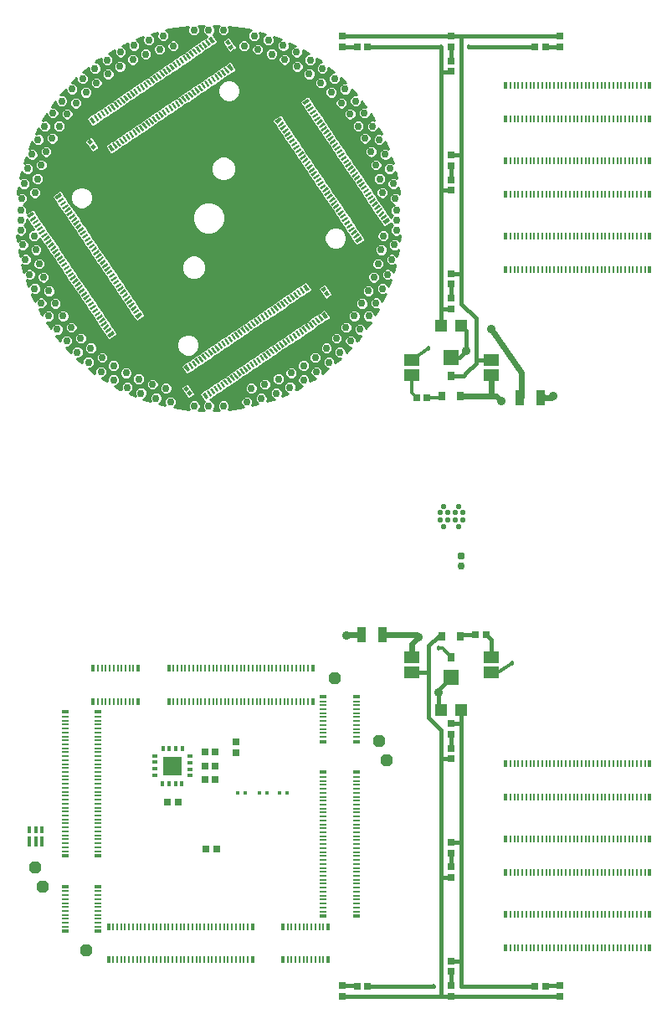
<source format=gtl>
G75*
%MOIN*%
%OFA0B0*%
%FSLAX24Y24*%
%IPPOS*%
%LPD*%
%AMOC8*
5,1,8,0,0,1.08239X$1,22.5*
%
%ADD10R,0.0270X0.0300*%
%ADD11R,0.0300X0.0270*%
%ADD12R,0.0630X0.0591*%
%ADD13R,0.0472X0.0472*%
%ADD14OC8,0.0210*%
%ADD15C,0.0210*%
%ADD16R,0.0380X0.0600*%
%ADD17R,0.0630X0.0460*%
%ADD18R,0.0315X0.0354*%
%ADD19R,0.0091X0.0260*%
%ADD20R,0.0138X0.0260*%
%ADD21C,0.0295*%
%ADD22R,0.0170X0.0170*%
%ADD23OC8,0.0480*%
%ADD24R,0.0150X0.0300*%
%ADD25R,0.0150X0.0400*%
%ADD26R,0.0260X0.0091*%
%ADD27R,0.0260X0.0138*%
%ADD28R,0.0170X0.0170*%
%ADD29R,0.0768X0.0768*%
%ADD30R,0.0240X0.0120*%
%ADD31R,0.0120X0.0240*%
%ADD32C,0.0354*%
%ADD33C,0.0240*%
%ADD34C,0.0180*%
%ADD35C,0.0120*%
%ADD36C,0.0160*%
%ADD37OC8,0.0295*%
%ADD38C,0.0100*%
D10*
X012402Y009766D03*
X012822Y009766D03*
X013882Y010686D03*
X013882Y011226D03*
X013882Y011766D03*
X014302Y011766D03*
X014302Y011226D03*
X014302Y010686D03*
X014342Y007926D03*
X013922Y007926D03*
X019946Y002459D03*
X020366Y002459D03*
X027033Y002459D03*
X027453Y002459D03*
X025091Y016436D03*
X024671Y016436D03*
X022729Y025884D03*
X022309Y025884D03*
X020366Y039858D03*
X019946Y039858D03*
X027033Y039858D03*
X027453Y039858D03*
D11*
X028030Y039848D03*
X028030Y040268D03*
X023700Y040268D03*
X023700Y039848D03*
X023700Y039283D03*
X023700Y038863D03*
X023700Y035543D03*
X023700Y035123D03*
X023700Y034559D03*
X023700Y034139D03*
X023700Y030819D03*
X023700Y030399D03*
X023700Y029835D03*
X023700Y029415D03*
X019369Y039848D03*
X019369Y040268D03*
X023700Y012905D03*
X023700Y012485D03*
X023700Y011921D03*
X023700Y011501D03*
X023700Y008181D03*
X023700Y007761D03*
X023700Y007197D03*
X023700Y006777D03*
X023700Y003457D03*
X023700Y003037D03*
X023700Y002472D03*
X023700Y002052D03*
X019369Y002052D03*
X019369Y002472D03*
X015112Y011756D03*
X015112Y012176D03*
X028030Y002472D03*
X028030Y002052D03*
D12*
X023700Y014739D03*
X023700Y027479D03*
D13*
X024093Y028758D03*
X023306Y028758D03*
X023306Y013459D03*
X024093Y013459D03*
D14*
X024000Y020760D03*
X023550Y021010D03*
X023250Y021010D03*
X023400Y021560D03*
X023850Y021310D03*
X024150Y021310D03*
D15*
X024000Y021560D03*
X023550Y021310D03*
X023250Y021310D03*
X023400Y020760D03*
X023850Y021010D03*
X024150Y021010D03*
D16*
X026439Y025884D03*
X027259Y025884D03*
X020960Y016436D03*
X020140Y016436D03*
D17*
X022125Y015554D03*
X022125Y014954D03*
X025275Y014954D03*
X025275Y015554D03*
X025275Y026766D03*
X025275Y027366D03*
X022125Y027366D03*
X022125Y026766D03*
D18*
X023326Y025933D03*
X023700Y026760D03*
X024074Y025933D03*
X024074Y016387D03*
X023700Y015560D03*
X023326Y016387D03*
D19*
X026058Y011308D03*
X026215Y011308D03*
X026373Y011308D03*
X026530Y011308D03*
X026688Y011308D03*
X026845Y011308D03*
X027003Y011308D03*
X027160Y011308D03*
X027318Y011308D03*
X027475Y011308D03*
X027633Y011308D03*
X027790Y011308D03*
X027948Y011308D03*
X028105Y011308D03*
X028263Y011308D03*
X028420Y011308D03*
X028578Y011308D03*
X028735Y011308D03*
X028893Y011308D03*
X029050Y011308D03*
X029208Y011308D03*
X029365Y011308D03*
X029523Y011308D03*
X029680Y011308D03*
X029837Y011308D03*
X029995Y011308D03*
X030152Y011308D03*
X030310Y011308D03*
X030467Y011308D03*
X030625Y011308D03*
X030782Y011308D03*
X030940Y011308D03*
X031097Y011308D03*
X031255Y011308D03*
X031412Y011308D03*
X031412Y009981D03*
X031255Y009981D03*
X031097Y009981D03*
X030940Y009981D03*
X030782Y009981D03*
X030625Y009981D03*
X030467Y009981D03*
X030310Y009981D03*
X030152Y009981D03*
X029995Y009981D03*
X029837Y009981D03*
X029680Y009981D03*
X029523Y009981D03*
X029365Y009981D03*
X029208Y009981D03*
X029050Y009981D03*
X028893Y009981D03*
X028735Y009981D03*
X028578Y009981D03*
X028420Y009981D03*
X028263Y009981D03*
X028105Y009981D03*
X027948Y009981D03*
X027790Y009981D03*
X027633Y009981D03*
X027475Y009981D03*
X027318Y009981D03*
X027160Y009981D03*
X027003Y009981D03*
X026845Y009981D03*
X026688Y009981D03*
X026530Y009981D03*
X026373Y009981D03*
X026215Y009981D03*
X026058Y009981D03*
X026058Y008308D03*
X026215Y008308D03*
X026373Y008308D03*
X026530Y008308D03*
X026688Y008308D03*
X026845Y008308D03*
X027003Y008308D03*
X027160Y008308D03*
X027318Y008308D03*
X027475Y008308D03*
X027633Y008308D03*
X027790Y008308D03*
X027948Y008308D03*
X028105Y008308D03*
X028263Y008308D03*
X028420Y008308D03*
X028578Y008308D03*
X028735Y008308D03*
X028893Y008308D03*
X029050Y008308D03*
X029208Y008308D03*
X029365Y008308D03*
X029523Y008308D03*
X029680Y008308D03*
X029837Y008308D03*
X029995Y008308D03*
X030152Y008308D03*
X030310Y008308D03*
X030467Y008308D03*
X030625Y008308D03*
X030782Y008308D03*
X030940Y008308D03*
X031097Y008308D03*
X031255Y008308D03*
X031412Y008308D03*
X031412Y006981D03*
X031255Y006981D03*
X031097Y006981D03*
X030940Y006981D03*
X030782Y006981D03*
X030625Y006981D03*
X030467Y006981D03*
X030310Y006981D03*
X030152Y006981D03*
X029995Y006981D03*
X029837Y006981D03*
X029680Y006981D03*
X029523Y006981D03*
X029365Y006981D03*
X029208Y006981D03*
X029050Y006981D03*
X028893Y006981D03*
X028735Y006981D03*
X028578Y006981D03*
X028420Y006981D03*
X028263Y006981D03*
X028105Y006981D03*
X027948Y006981D03*
X027790Y006981D03*
X027633Y006981D03*
X027475Y006981D03*
X027318Y006981D03*
X027160Y006981D03*
X027003Y006981D03*
X026845Y006981D03*
X026688Y006981D03*
X026530Y006981D03*
X026373Y006981D03*
X026215Y006981D03*
X026058Y006981D03*
X026058Y005308D03*
X026215Y005308D03*
X026373Y005308D03*
X026530Y005308D03*
X026688Y005308D03*
X026845Y005308D03*
X027003Y005308D03*
X027160Y005308D03*
X027318Y005308D03*
X027475Y005308D03*
X027633Y005308D03*
X027790Y005308D03*
X027948Y005308D03*
X028105Y005308D03*
X028263Y005308D03*
X028420Y005308D03*
X028578Y005308D03*
X028735Y005308D03*
X028893Y005308D03*
X029050Y005308D03*
X029208Y005308D03*
X029365Y005308D03*
X029523Y005308D03*
X029680Y005308D03*
X029837Y005308D03*
X029995Y005308D03*
X030152Y005308D03*
X030310Y005308D03*
X030467Y005308D03*
X030625Y005308D03*
X030782Y005308D03*
X030940Y005308D03*
X031097Y005308D03*
X031255Y005308D03*
X031412Y005308D03*
X031412Y003981D03*
X031255Y003981D03*
X031097Y003981D03*
X030940Y003981D03*
X030782Y003981D03*
X030625Y003981D03*
X030467Y003981D03*
X030310Y003981D03*
X030152Y003981D03*
X029995Y003981D03*
X029837Y003981D03*
X029680Y003981D03*
X029523Y003981D03*
X029365Y003981D03*
X029208Y003981D03*
X029050Y003981D03*
X028893Y003981D03*
X028735Y003981D03*
X028578Y003981D03*
X028420Y003981D03*
X028263Y003981D03*
X028105Y003981D03*
X027948Y003981D03*
X027790Y003981D03*
X027633Y003981D03*
X027475Y003981D03*
X027318Y003981D03*
X027160Y003981D03*
X027003Y003981D03*
X026845Y003981D03*
X026688Y003981D03*
X026530Y003981D03*
X026373Y003981D03*
X026215Y003981D03*
X026058Y003981D03*
X018601Y003502D03*
X018443Y003502D03*
X018286Y003502D03*
X018129Y003502D03*
X017971Y003502D03*
X017814Y003502D03*
X017656Y003502D03*
X017499Y003502D03*
X017341Y003502D03*
X017184Y003502D03*
X017184Y004829D03*
X017341Y004829D03*
X017499Y004829D03*
X017656Y004829D03*
X017814Y004829D03*
X017971Y004829D03*
X018129Y004829D03*
X018286Y004829D03*
X018443Y004829D03*
X018601Y004829D03*
X015589Y004829D03*
X015432Y004829D03*
X015275Y004829D03*
X015117Y004829D03*
X014960Y004829D03*
X014802Y004829D03*
X014645Y004829D03*
X014487Y004829D03*
X014330Y004829D03*
X014172Y004829D03*
X014015Y004829D03*
X013857Y004829D03*
X013700Y004829D03*
X013542Y004829D03*
X013385Y004829D03*
X013227Y004829D03*
X013070Y004829D03*
X012912Y004829D03*
X012755Y004829D03*
X012597Y004829D03*
X012440Y004829D03*
X012282Y004829D03*
X012125Y004829D03*
X011967Y004829D03*
X011810Y004829D03*
X011652Y004829D03*
X011495Y004829D03*
X011337Y004829D03*
X011180Y004829D03*
X011023Y004829D03*
X010865Y004829D03*
X010708Y004829D03*
X010550Y004829D03*
X010393Y004829D03*
X010235Y004829D03*
X010235Y003502D03*
X010393Y003502D03*
X010550Y003502D03*
X010708Y003502D03*
X010865Y003502D03*
X011023Y003502D03*
X011180Y003502D03*
X011337Y003502D03*
X011495Y003502D03*
X011652Y003502D03*
X011810Y003502D03*
X011967Y003502D03*
X012125Y003502D03*
X012282Y003502D03*
X012440Y003502D03*
X012597Y003502D03*
X012755Y003502D03*
X012912Y003502D03*
X013070Y003502D03*
X013227Y003502D03*
X013385Y003502D03*
X013542Y003502D03*
X013700Y003502D03*
X013857Y003502D03*
X014015Y003502D03*
X014172Y003502D03*
X014330Y003502D03*
X014487Y003502D03*
X014645Y003502D03*
X014802Y003502D03*
X014960Y003502D03*
X015117Y003502D03*
X015275Y003502D03*
X015432Y003502D03*
X015589Y003502D03*
X015627Y013782D03*
X015470Y013782D03*
X015312Y013782D03*
X015155Y013782D03*
X014997Y013782D03*
X014840Y013782D03*
X014682Y013782D03*
X014525Y013782D03*
X014367Y013782D03*
X014210Y013782D03*
X014052Y013782D03*
X013895Y013782D03*
X013737Y013782D03*
X013580Y013782D03*
X013423Y013782D03*
X013265Y013782D03*
X013108Y013782D03*
X012950Y013782D03*
X012793Y013782D03*
X012635Y013782D03*
X012635Y015109D03*
X012793Y015109D03*
X012950Y015109D03*
X013108Y015109D03*
X013265Y015109D03*
X013423Y015109D03*
X013580Y015109D03*
X013737Y015109D03*
X013895Y015109D03*
X014052Y015109D03*
X014210Y015109D03*
X014367Y015109D03*
X014525Y015109D03*
X014682Y015109D03*
X014840Y015109D03*
X014997Y015109D03*
X015155Y015109D03*
X015312Y015109D03*
X015470Y015109D03*
X015627Y015109D03*
X015785Y015109D03*
X015942Y015109D03*
X016100Y015109D03*
X016257Y015109D03*
X016415Y015109D03*
X016572Y015109D03*
X016730Y015109D03*
X016887Y015109D03*
X017045Y015109D03*
X017202Y015109D03*
X017360Y015109D03*
X017517Y015109D03*
X017675Y015109D03*
X017832Y015109D03*
X017989Y015109D03*
X017989Y013782D03*
X017832Y013782D03*
X017675Y013782D03*
X017517Y013782D03*
X017360Y013782D03*
X017202Y013782D03*
X017045Y013782D03*
X016887Y013782D03*
X016730Y013782D03*
X016572Y013782D03*
X016415Y013782D03*
X016257Y013782D03*
X016100Y013782D03*
X015942Y013782D03*
X015785Y013782D03*
X011041Y013782D03*
X010883Y013782D03*
X010726Y013782D03*
X010569Y013782D03*
X010411Y013782D03*
X010254Y013782D03*
X010096Y013782D03*
X009939Y013782D03*
X009781Y013782D03*
X009624Y013782D03*
X009624Y015109D03*
X009781Y015109D03*
X009939Y015109D03*
X010096Y015109D03*
X010254Y015109D03*
X010411Y015109D03*
X010569Y015109D03*
X010726Y015109D03*
X010883Y015109D03*
X011041Y015109D03*
G36*
X014173Y025975D02*
X014098Y025925D01*
X013953Y026139D01*
X014028Y026189D01*
X014173Y025975D01*
G37*
G36*
X014304Y026063D02*
X014229Y026013D01*
X014084Y026227D01*
X014159Y026277D01*
X014304Y026063D01*
G37*
G36*
X014434Y026151D02*
X014359Y026101D01*
X014214Y026315D01*
X014289Y026365D01*
X014434Y026151D01*
G37*
G36*
X014565Y026239D02*
X014490Y026189D01*
X014345Y026403D01*
X014420Y026453D01*
X014565Y026239D01*
G37*
G36*
X014695Y026327D02*
X014620Y026277D01*
X014475Y026491D01*
X014550Y026541D01*
X014695Y026327D01*
G37*
G36*
X014826Y026415D02*
X014751Y026365D01*
X014606Y026579D01*
X014681Y026629D01*
X014826Y026415D01*
G37*
G36*
X014957Y026503D02*
X014882Y026453D01*
X014737Y026667D01*
X014812Y026717D01*
X014957Y026503D01*
G37*
G36*
X015087Y026591D02*
X015012Y026541D01*
X014867Y026755D01*
X014942Y026805D01*
X015087Y026591D01*
G37*
G36*
X015218Y026679D02*
X015143Y026629D01*
X014998Y026843D01*
X015073Y026893D01*
X015218Y026679D01*
G37*
G36*
X015348Y026767D02*
X015273Y026717D01*
X015128Y026931D01*
X015203Y026981D01*
X015348Y026767D01*
G37*
G36*
X015479Y026855D02*
X015404Y026805D01*
X015259Y027019D01*
X015334Y027069D01*
X015479Y026855D01*
G37*
G36*
X015609Y026943D02*
X015534Y026893D01*
X015389Y027107D01*
X015464Y027157D01*
X015609Y026943D01*
G37*
G36*
X015740Y027031D02*
X015665Y026981D01*
X015520Y027195D01*
X015595Y027245D01*
X015740Y027031D01*
G37*
G36*
X015870Y027119D02*
X015795Y027069D01*
X015650Y027283D01*
X015725Y027333D01*
X015870Y027119D01*
G37*
G36*
X016001Y027207D02*
X015926Y027157D01*
X015781Y027371D01*
X015856Y027421D01*
X016001Y027207D01*
G37*
G36*
X016132Y027295D02*
X016057Y027245D01*
X015912Y027459D01*
X015987Y027509D01*
X016132Y027295D01*
G37*
G36*
X016262Y027384D02*
X016187Y027334D01*
X016042Y027548D01*
X016117Y027598D01*
X016262Y027384D01*
G37*
G36*
X016393Y027472D02*
X016318Y027422D01*
X016173Y027636D01*
X016248Y027686D01*
X016393Y027472D01*
G37*
G36*
X016523Y027560D02*
X016448Y027510D01*
X016303Y027724D01*
X016378Y027774D01*
X016523Y027560D01*
G37*
G36*
X016654Y027648D02*
X016579Y027598D01*
X016434Y027812D01*
X016509Y027862D01*
X016654Y027648D01*
G37*
G36*
X016784Y027736D02*
X016709Y027686D01*
X016564Y027900D01*
X016639Y027950D01*
X016784Y027736D01*
G37*
G36*
X016915Y027824D02*
X016840Y027774D01*
X016695Y027988D01*
X016770Y028038D01*
X016915Y027824D01*
G37*
G36*
X017045Y027912D02*
X016970Y027862D01*
X016825Y028076D01*
X016900Y028126D01*
X017045Y027912D01*
G37*
G36*
X017176Y028000D02*
X017101Y027950D01*
X016956Y028164D01*
X017031Y028214D01*
X017176Y028000D01*
G37*
G36*
X017307Y028088D02*
X017232Y028038D01*
X017087Y028252D01*
X017162Y028302D01*
X017307Y028088D01*
G37*
G36*
X017437Y028176D02*
X017362Y028126D01*
X017217Y028340D01*
X017292Y028390D01*
X017437Y028176D01*
G37*
G36*
X017568Y028264D02*
X017493Y028214D01*
X017348Y028428D01*
X017423Y028478D01*
X017568Y028264D01*
G37*
G36*
X017698Y028352D02*
X017623Y028302D01*
X017478Y028516D01*
X017553Y028566D01*
X017698Y028352D01*
G37*
G36*
X017829Y028440D02*
X017754Y028390D01*
X017609Y028604D01*
X017684Y028654D01*
X017829Y028440D01*
G37*
G36*
X017959Y028528D02*
X017884Y028478D01*
X017739Y028692D01*
X017814Y028742D01*
X017959Y028528D01*
G37*
G36*
X018090Y028616D02*
X018015Y028566D01*
X017870Y028780D01*
X017945Y028830D01*
X018090Y028616D01*
G37*
G36*
X018220Y028704D02*
X018145Y028654D01*
X018000Y028868D01*
X018075Y028918D01*
X018220Y028704D01*
G37*
G36*
X018351Y028793D02*
X018276Y028743D01*
X018131Y028957D01*
X018206Y029007D01*
X018351Y028793D01*
G37*
G36*
X018482Y028881D02*
X018407Y028831D01*
X018262Y029045D01*
X018337Y029095D01*
X018482Y028881D01*
G37*
G36*
X018612Y028969D02*
X018537Y028919D01*
X018392Y029133D01*
X018467Y029183D01*
X018612Y028969D01*
G37*
G36*
X017650Y030233D02*
X017725Y030283D01*
X017870Y030069D01*
X017795Y030019D01*
X017650Y030233D01*
G37*
G36*
X017520Y030145D02*
X017595Y030195D01*
X017740Y029981D01*
X017665Y029931D01*
X017520Y030145D01*
G37*
G36*
X017389Y030056D02*
X017464Y030106D01*
X017609Y029892D01*
X017534Y029842D01*
X017389Y030056D01*
G37*
G36*
X017259Y029968D02*
X017334Y030018D01*
X017479Y029804D01*
X017404Y029754D01*
X017259Y029968D01*
G37*
G36*
X017128Y029880D02*
X017203Y029930D01*
X017348Y029716D01*
X017273Y029666D01*
X017128Y029880D01*
G37*
G36*
X016997Y029792D02*
X017072Y029842D01*
X017217Y029628D01*
X017142Y029578D01*
X016997Y029792D01*
G37*
G36*
X016867Y029704D02*
X016942Y029754D01*
X017087Y029540D01*
X017012Y029490D01*
X016867Y029704D01*
G37*
G36*
X016736Y029616D02*
X016811Y029666D01*
X016956Y029452D01*
X016881Y029402D01*
X016736Y029616D01*
G37*
G36*
X016606Y029528D02*
X016681Y029578D01*
X016826Y029364D01*
X016751Y029314D01*
X016606Y029528D01*
G37*
G36*
X016475Y029440D02*
X016550Y029490D01*
X016695Y029276D01*
X016620Y029226D01*
X016475Y029440D01*
G37*
G36*
X016345Y029352D02*
X016420Y029402D01*
X016565Y029188D01*
X016490Y029138D01*
X016345Y029352D01*
G37*
G36*
X016214Y029264D02*
X016289Y029314D01*
X016434Y029100D01*
X016359Y029050D01*
X016214Y029264D01*
G37*
G36*
X016084Y029176D02*
X016159Y029226D01*
X016304Y029012D01*
X016229Y028962D01*
X016084Y029176D01*
G37*
G36*
X015953Y029088D02*
X016028Y029138D01*
X016173Y028924D01*
X016098Y028874D01*
X015953Y029088D01*
G37*
G36*
X015822Y029000D02*
X015897Y029050D01*
X016042Y028836D01*
X015967Y028786D01*
X015822Y029000D01*
G37*
G36*
X015692Y028912D02*
X015767Y028962D01*
X015912Y028748D01*
X015837Y028698D01*
X015692Y028912D01*
G37*
G36*
X015561Y028824D02*
X015636Y028874D01*
X015781Y028660D01*
X015706Y028610D01*
X015561Y028824D01*
G37*
G36*
X015431Y028736D02*
X015506Y028786D01*
X015651Y028572D01*
X015576Y028522D01*
X015431Y028736D01*
G37*
G36*
X015300Y028647D02*
X015375Y028697D01*
X015520Y028483D01*
X015445Y028433D01*
X015300Y028647D01*
G37*
G36*
X015170Y028559D02*
X015245Y028609D01*
X015390Y028395D01*
X015315Y028345D01*
X015170Y028559D01*
G37*
G36*
X015039Y028471D02*
X015114Y028521D01*
X015259Y028307D01*
X015184Y028257D01*
X015039Y028471D01*
G37*
G36*
X014909Y028383D02*
X014984Y028433D01*
X015129Y028219D01*
X015054Y028169D01*
X014909Y028383D01*
G37*
G36*
X014778Y028295D02*
X014853Y028345D01*
X014998Y028131D01*
X014923Y028081D01*
X014778Y028295D01*
G37*
G36*
X014647Y028207D02*
X014722Y028257D01*
X014867Y028043D01*
X014792Y027993D01*
X014647Y028207D01*
G37*
G36*
X014517Y028119D02*
X014592Y028169D01*
X014737Y027955D01*
X014662Y027905D01*
X014517Y028119D01*
G37*
G36*
X014386Y028031D02*
X014461Y028081D01*
X014606Y027867D01*
X014531Y027817D01*
X014386Y028031D01*
G37*
G36*
X014256Y027943D02*
X014331Y027993D01*
X014476Y027779D01*
X014401Y027729D01*
X014256Y027943D01*
G37*
G36*
X014125Y027855D02*
X014200Y027905D01*
X014345Y027691D01*
X014270Y027641D01*
X014125Y027855D01*
G37*
G36*
X013995Y027767D02*
X014070Y027817D01*
X014215Y027603D01*
X014140Y027553D01*
X013995Y027767D01*
G37*
G36*
X013864Y027679D02*
X013939Y027729D01*
X014084Y027515D01*
X014009Y027465D01*
X013864Y027679D01*
G37*
G36*
X013734Y027591D02*
X013809Y027641D01*
X013954Y027427D01*
X013879Y027377D01*
X013734Y027591D01*
G37*
G36*
X013603Y027503D02*
X013678Y027553D01*
X013823Y027339D01*
X013748Y027289D01*
X013603Y027503D01*
G37*
G36*
X013472Y027415D02*
X013547Y027465D01*
X013692Y027251D01*
X013617Y027201D01*
X013472Y027415D01*
G37*
G36*
X013342Y027327D02*
X013417Y027377D01*
X013562Y027163D01*
X013487Y027113D01*
X013342Y027327D01*
G37*
G36*
X013211Y027238D02*
X013286Y027288D01*
X013431Y027074D01*
X013356Y027024D01*
X013211Y027238D01*
G37*
G36*
X011229Y029418D02*
X011279Y029343D01*
X011065Y029198D01*
X011015Y029273D01*
X011229Y029418D01*
G37*
G36*
X011141Y029548D02*
X011191Y029473D01*
X010977Y029328D01*
X010927Y029403D01*
X011141Y029548D01*
G37*
G36*
X011053Y029679D02*
X011103Y029604D01*
X010889Y029459D01*
X010839Y029534D01*
X011053Y029679D01*
G37*
G36*
X010965Y029810D02*
X011015Y029735D01*
X010801Y029590D01*
X010751Y029665D01*
X010965Y029810D01*
G37*
G36*
X010877Y029940D02*
X010927Y029865D01*
X010713Y029720D01*
X010663Y029795D01*
X010877Y029940D01*
G37*
G36*
X010789Y030071D02*
X010839Y029996D01*
X010625Y029851D01*
X010575Y029926D01*
X010789Y030071D01*
G37*
G36*
X010701Y030201D02*
X010751Y030126D01*
X010537Y029981D01*
X010487Y030056D01*
X010701Y030201D01*
G37*
G36*
X010613Y030332D02*
X010663Y030257D01*
X010449Y030112D01*
X010399Y030187D01*
X010613Y030332D01*
G37*
G36*
X010525Y030462D02*
X010575Y030387D01*
X010361Y030242D01*
X010311Y030317D01*
X010525Y030462D01*
G37*
G36*
X010436Y030593D02*
X010486Y030518D01*
X010272Y030373D01*
X010222Y030448D01*
X010436Y030593D01*
G37*
G36*
X010348Y030723D02*
X010398Y030648D01*
X010184Y030503D01*
X010134Y030578D01*
X010348Y030723D01*
G37*
G36*
X010260Y030854D02*
X010310Y030779D01*
X010096Y030634D01*
X010046Y030709D01*
X010260Y030854D01*
G37*
G36*
X010172Y030985D02*
X010222Y030910D01*
X010008Y030765D01*
X009958Y030840D01*
X010172Y030985D01*
G37*
G36*
X010084Y031115D02*
X010134Y031040D01*
X009920Y030895D01*
X009870Y030970D01*
X010084Y031115D01*
G37*
G36*
X009996Y031246D02*
X010046Y031171D01*
X009832Y031026D01*
X009782Y031101D01*
X009996Y031246D01*
G37*
G36*
X009908Y031376D02*
X009958Y031301D01*
X009744Y031156D01*
X009694Y031231D01*
X009908Y031376D01*
G37*
G36*
X009820Y031507D02*
X009870Y031432D01*
X009656Y031287D01*
X009606Y031362D01*
X009820Y031507D01*
G37*
G36*
X009732Y031637D02*
X009782Y031562D01*
X009568Y031417D01*
X009518Y031492D01*
X009732Y031637D01*
G37*
G36*
X009644Y031768D02*
X009694Y031693D01*
X009480Y031548D01*
X009430Y031623D01*
X009644Y031768D01*
G37*
G36*
X009556Y031898D02*
X009606Y031823D01*
X009392Y031678D01*
X009342Y031753D01*
X009556Y031898D01*
G37*
G36*
X009468Y032029D02*
X009518Y031954D01*
X009304Y031809D01*
X009254Y031884D01*
X009468Y032029D01*
G37*
G36*
X009380Y032160D02*
X009430Y032085D01*
X009216Y031940D01*
X009166Y032015D01*
X009380Y032160D01*
G37*
G36*
X009292Y032290D02*
X009342Y032215D01*
X009128Y032070D01*
X009078Y032145D01*
X009292Y032290D01*
G37*
G36*
X009204Y032421D02*
X009254Y032346D01*
X009040Y032201D01*
X008990Y032276D01*
X009204Y032421D01*
G37*
G36*
X009116Y032551D02*
X009166Y032476D01*
X008952Y032331D01*
X008902Y032406D01*
X009116Y032551D01*
G37*
G36*
X009028Y032682D02*
X009078Y032607D01*
X008864Y032462D01*
X008814Y032537D01*
X009028Y032682D01*
G37*
G36*
X008939Y032812D02*
X008989Y032737D01*
X008775Y032592D01*
X008725Y032667D01*
X008939Y032812D01*
G37*
G36*
X008851Y032943D02*
X008901Y032868D01*
X008687Y032723D01*
X008637Y032798D01*
X008851Y032943D01*
G37*
G36*
X008763Y033074D02*
X008813Y032999D01*
X008599Y032854D01*
X008549Y032929D01*
X008763Y033074D01*
G37*
G36*
X008675Y033204D02*
X008725Y033129D01*
X008511Y032984D01*
X008461Y033059D01*
X008675Y033204D01*
G37*
G36*
X008587Y033335D02*
X008637Y033260D01*
X008423Y033115D01*
X008373Y033190D01*
X008587Y033335D01*
G37*
G36*
X008499Y033465D02*
X008549Y033390D01*
X008335Y033245D01*
X008285Y033320D01*
X008499Y033465D01*
G37*
G36*
X008411Y033596D02*
X008461Y033521D01*
X008247Y033376D01*
X008197Y033451D01*
X008411Y033596D01*
G37*
G36*
X008323Y033726D02*
X008373Y033651D01*
X008159Y033506D01*
X008109Y033581D01*
X008323Y033726D01*
G37*
G36*
X008235Y033857D02*
X008285Y033782D01*
X008071Y033637D01*
X008021Y033712D01*
X008235Y033857D01*
G37*
G36*
X007323Y032373D02*
X007273Y032448D01*
X007487Y032593D01*
X007537Y032518D01*
X007323Y032373D01*
G37*
G36*
X007411Y032242D02*
X007361Y032317D01*
X007575Y032462D01*
X007625Y032387D01*
X007411Y032242D01*
G37*
G36*
X007499Y032112D02*
X007449Y032187D01*
X007663Y032332D01*
X007713Y032257D01*
X007499Y032112D01*
G37*
G36*
X007587Y031981D02*
X007537Y032056D01*
X007751Y032201D01*
X007801Y032126D01*
X007587Y031981D01*
G37*
G36*
X007675Y031850D02*
X007625Y031925D01*
X007839Y032070D01*
X007889Y031995D01*
X007675Y031850D01*
G37*
G36*
X007764Y031720D02*
X007714Y031795D01*
X007928Y031940D01*
X007978Y031865D01*
X007764Y031720D01*
G37*
G36*
X007852Y031589D02*
X007802Y031664D01*
X008016Y031809D01*
X008066Y031734D01*
X007852Y031589D01*
G37*
G36*
X007940Y031459D02*
X007890Y031534D01*
X008104Y031679D01*
X008154Y031604D01*
X007940Y031459D01*
G37*
G36*
X008028Y031328D02*
X007978Y031403D01*
X008192Y031548D01*
X008242Y031473D01*
X008028Y031328D01*
G37*
G36*
X008116Y031198D02*
X008066Y031273D01*
X008280Y031418D01*
X008330Y031343D01*
X008116Y031198D01*
G37*
G36*
X008204Y031067D02*
X008154Y031142D01*
X008368Y031287D01*
X008418Y031212D01*
X008204Y031067D01*
G37*
G36*
X008292Y030937D02*
X008242Y031012D01*
X008456Y031157D01*
X008506Y031082D01*
X008292Y030937D01*
G37*
G36*
X008380Y030806D02*
X008330Y030881D01*
X008544Y031026D01*
X008594Y030951D01*
X008380Y030806D01*
G37*
G36*
X008468Y030675D02*
X008418Y030750D01*
X008632Y030895D01*
X008682Y030820D01*
X008468Y030675D01*
G37*
G36*
X008556Y030545D02*
X008506Y030620D01*
X008720Y030765D01*
X008770Y030690D01*
X008556Y030545D01*
G37*
G36*
X008644Y030414D02*
X008594Y030489D01*
X008808Y030634D01*
X008858Y030559D01*
X008644Y030414D01*
G37*
G36*
X008732Y030284D02*
X008682Y030359D01*
X008896Y030504D01*
X008946Y030429D01*
X008732Y030284D01*
G37*
G36*
X008820Y030153D02*
X008770Y030228D01*
X008984Y030373D01*
X009034Y030298D01*
X008820Y030153D01*
G37*
G36*
X008908Y030023D02*
X008858Y030098D01*
X009072Y030243D01*
X009122Y030168D01*
X008908Y030023D01*
G37*
G36*
X008996Y029892D02*
X008946Y029967D01*
X009160Y030112D01*
X009210Y030037D01*
X008996Y029892D01*
G37*
G36*
X009084Y029762D02*
X009034Y029837D01*
X009248Y029982D01*
X009298Y029907D01*
X009084Y029762D01*
G37*
G36*
X009173Y029631D02*
X009123Y029706D01*
X009337Y029851D01*
X009387Y029776D01*
X009173Y029631D01*
G37*
G36*
X009261Y029500D02*
X009211Y029575D01*
X009425Y029720D01*
X009475Y029645D01*
X009261Y029500D01*
G37*
G36*
X009349Y029370D02*
X009299Y029445D01*
X009513Y029590D01*
X009563Y029515D01*
X009349Y029370D01*
G37*
G36*
X009437Y029239D02*
X009387Y029314D01*
X009601Y029459D01*
X009651Y029384D01*
X009437Y029239D01*
G37*
G36*
X009525Y029109D02*
X009475Y029184D01*
X009689Y029329D01*
X009739Y029254D01*
X009525Y029109D01*
G37*
G36*
X009613Y028978D02*
X009563Y029053D01*
X009777Y029198D01*
X009827Y029123D01*
X009613Y028978D01*
G37*
G36*
X009701Y028848D02*
X009651Y028923D01*
X009865Y029068D01*
X009915Y028993D01*
X009701Y028848D01*
G37*
G36*
X009789Y028717D02*
X009739Y028792D01*
X009953Y028937D01*
X010003Y028862D01*
X009789Y028717D01*
G37*
G36*
X009877Y028587D02*
X009827Y028662D01*
X010041Y028807D01*
X010091Y028732D01*
X009877Y028587D01*
G37*
G36*
X009965Y028456D02*
X009915Y028531D01*
X010129Y028676D01*
X010179Y028601D01*
X009965Y028456D01*
G37*
G36*
X007235Y032503D02*
X007185Y032578D01*
X007399Y032723D01*
X007449Y032648D01*
X007235Y032503D01*
G37*
G36*
X007147Y032634D02*
X007097Y032709D01*
X007311Y032854D01*
X007361Y032779D01*
X007147Y032634D01*
G37*
G36*
X007059Y032764D02*
X007009Y032839D01*
X007223Y032984D01*
X007273Y032909D01*
X007059Y032764D01*
G37*
G36*
X006971Y032895D02*
X006921Y032970D01*
X007135Y033115D01*
X007185Y033040D01*
X006971Y032895D01*
G37*
G36*
X009452Y037103D02*
X009527Y037153D01*
X009672Y036939D01*
X009597Y036889D01*
X009452Y037103D01*
G37*
G36*
X009583Y037191D02*
X009658Y037241D01*
X009803Y037027D01*
X009728Y036977D01*
X009583Y037191D01*
G37*
G36*
X009714Y037279D02*
X009789Y037329D01*
X009934Y037115D01*
X009859Y037065D01*
X009714Y037279D01*
G37*
G36*
X009844Y037367D02*
X009919Y037417D01*
X010064Y037203D01*
X009989Y037153D01*
X009844Y037367D01*
G37*
G36*
X009975Y037455D02*
X010050Y037505D01*
X010195Y037291D01*
X010120Y037241D01*
X009975Y037455D01*
G37*
G36*
X010105Y037543D02*
X010180Y037593D01*
X010325Y037379D01*
X010250Y037329D01*
X010105Y037543D01*
G37*
G36*
X010236Y037631D02*
X010311Y037681D01*
X010456Y037467D01*
X010381Y037417D01*
X010236Y037631D01*
G37*
G36*
X010366Y037719D02*
X010441Y037769D01*
X010586Y037555D01*
X010511Y037505D01*
X010366Y037719D01*
G37*
G36*
X010497Y037808D02*
X010572Y037858D01*
X010717Y037644D01*
X010642Y037594D01*
X010497Y037808D01*
G37*
G36*
X010627Y037896D02*
X010702Y037946D01*
X010847Y037732D01*
X010772Y037682D01*
X010627Y037896D01*
G37*
G36*
X010758Y037984D02*
X010833Y038034D01*
X010978Y037820D01*
X010903Y037770D01*
X010758Y037984D01*
G37*
G36*
X010889Y038072D02*
X010964Y038122D01*
X011109Y037908D01*
X011034Y037858D01*
X010889Y038072D01*
G37*
G36*
X011019Y038160D02*
X011094Y038210D01*
X011239Y037996D01*
X011164Y037946D01*
X011019Y038160D01*
G37*
G36*
X011150Y038248D02*
X011225Y038298D01*
X011370Y038084D01*
X011295Y038034D01*
X011150Y038248D01*
G37*
G36*
X011280Y038336D02*
X011355Y038386D01*
X011500Y038172D01*
X011425Y038122D01*
X011280Y038336D01*
G37*
G36*
X011411Y038424D02*
X011486Y038474D01*
X011631Y038260D01*
X011556Y038210D01*
X011411Y038424D01*
G37*
G36*
X011541Y038512D02*
X011616Y038562D01*
X011761Y038348D01*
X011686Y038298D01*
X011541Y038512D01*
G37*
G36*
X011672Y038600D02*
X011747Y038650D01*
X011892Y038436D01*
X011817Y038386D01*
X011672Y038600D01*
G37*
G36*
X011802Y038688D02*
X011877Y038738D01*
X012022Y038524D01*
X011947Y038474D01*
X011802Y038688D01*
G37*
G36*
X011933Y038776D02*
X012008Y038826D01*
X012153Y038612D01*
X012078Y038562D01*
X011933Y038776D01*
G37*
G36*
X012064Y038864D02*
X012139Y038914D01*
X012284Y038700D01*
X012209Y038650D01*
X012064Y038864D01*
G37*
G36*
X012194Y038952D02*
X012269Y039002D01*
X012414Y038788D01*
X012339Y038738D01*
X012194Y038952D01*
G37*
G36*
X012325Y039040D02*
X012400Y039090D01*
X012545Y038876D01*
X012470Y038826D01*
X012325Y039040D01*
G37*
G36*
X012455Y039128D02*
X012530Y039178D01*
X012675Y038964D01*
X012600Y038914D01*
X012455Y039128D01*
G37*
G36*
X012586Y039217D02*
X012661Y039267D01*
X012806Y039053D01*
X012731Y039003D01*
X012586Y039217D01*
G37*
G36*
X012716Y039305D02*
X012791Y039355D01*
X012936Y039141D01*
X012861Y039091D01*
X012716Y039305D01*
G37*
G36*
X012847Y039393D02*
X012922Y039443D01*
X013067Y039229D01*
X012992Y039179D01*
X012847Y039393D01*
G37*
G36*
X012978Y039481D02*
X013053Y039531D01*
X013198Y039317D01*
X013123Y039267D01*
X012978Y039481D01*
G37*
G36*
X013108Y039569D02*
X013183Y039619D01*
X013328Y039405D01*
X013253Y039355D01*
X013108Y039569D01*
G37*
G36*
X013239Y039657D02*
X013314Y039707D01*
X013459Y039493D01*
X013384Y039443D01*
X013239Y039657D01*
G37*
G36*
X013369Y039745D02*
X013444Y039795D01*
X013589Y039581D01*
X013514Y039531D01*
X013369Y039745D01*
G37*
G36*
X013500Y039833D02*
X013575Y039883D01*
X013720Y039669D01*
X013645Y039619D01*
X013500Y039833D01*
G37*
G36*
X013630Y039921D02*
X013705Y039971D01*
X013850Y039757D01*
X013775Y039707D01*
X013630Y039921D01*
G37*
G36*
X013761Y040009D02*
X013836Y040059D01*
X013981Y039845D01*
X013906Y039795D01*
X013761Y040009D01*
G37*
G36*
X013891Y040097D02*
X013966Y040147D01*
X014111Y039933D01*
X014036Y039883D01*
X013891Y040097D01*
G37*
G36*
X014853Y038833D02*
X014778Y038783D01*
X014633Y038997D01*
X014708Y039047D01*
X014853Y038833D01*
G37*
G36*
X014723Y038745D02*
X014648Y038695D01*
X014503Y038909D01*
X014578Y038959D01*
X014723Y038745D01*
G37*
G36*
X014592Y038657D02*
X014517Y038607D01*
X014372Y038821D01*
X014447Y038871D01*
X014592Y038657D01*
G37*
G36*
X014462Y038569D02*
X014387Y038519D01*
X014242Y038733D01*
X014317Y038783D01*
X014462Y038569D01*
G37*
G36*
X014331Y038481D02*
X014256Y038431D01*
X014111Y038645D01*
X014186Y038695D01*
X014331Y038481D01*
G37*
G36*
X014201Y038393D02*
X014126Y038343D01*
X013981Y038557D01*
X014056Y038607D01*
X014201Y038393D01*
G37*
G36*
X014070Y038305D02*
X013995Y038255D01*
X013850Y038469D01*
X013925Y038519D01*
X014070Y038305D01*
G37*
G36*
X013939Y038217D02*
X013864Y038167D01*
X013719Y038381D01*
X013794Y038431D01*
X013939Y038217D01*
G37*
G36*
X013809Y038129D02*
X013734Y038079D01*
X013589Y038293D01*
X013664Y038343D01*
X013809Y038129D01*
G37*
G36*
X013678Y038041D02*
X013603Y037991D01*
X013458Y038205D01*
X013533Y038255D01*
X013678Y038041D01*
G37*
G36*
X013548Y037953D02*
X013473Y037903D01*
X013328Y038117D01*
X013403Y038167D01*
X013548Y037953D01*
G37*
G36*
X013417Y037864D02*
X013342Y037814D01*
X013197Y038028D01*
X013272Y038078D01*
X013417Y037864D01*
G37*
G36*
X013287Y037776D02*
X013212Y037726D01*
X013067Y037940D01*
X013142Y037990D01*
X013287Y037776D01*
G37*
G36*
X013156Y037688D02*
X013081Y037638D01*
X012936Y037852D01*
X013011Y037902D01*
X013156Y037688D01*
G37*
G36*
X013026Y037600D02*
X012951Y037550D01*
X012806Y037764D01*
X012881Y037814D01*
X013026Y037600D01*
G37*
G36*
X012895Y037512D02*
X012820Y037462D01*
X012675Y037676D01*
X012750Y037726D01*
X012895Y037512D01*
G37*
G36*
X012764Y037424D02*
X012689Y037374D01*
X012544Y037588D01*
X012619Y037638D01*
X012764Y037424D01*
G37*
G36*
X012634Y037336D02*
X012559Y037286D01*
X012414Y037500D01*
X012489Y037550D01*
X012634Y037336D01*
G37*
G36*
X012503Y037248D02*
X012428Y037198D01*
X012283Y037412D01*
X012358Y037462D01*
X012503Y037248D01*
G37*
G36*
X012373Y037160D02*
X012298Y037110D01*
X012153Y037324D01*
X012228Y037374D01*
X012373Y037160D01*
G37*
G36*
X012242Y037072D02*
X012167Y037022D01*
X012022Y037236D01*
X012097Y037286D01*
X012242Y037072D01*
G37*
G36*
X012112Y036984D02*
X012037Y036934D01*
X011892Y037148D01*
X011967Y037198D01*
X012112Y036984D01*
G37*
G36*
X011981Y036896D02*
X011906Y036846D01*
X011761Y037060D01*
X011836Y037110D01*
X011981Y036896D01*
G37*
G36*
X011851Y036808D02*
X011776Y036758D01*
X011631Y036972D01*
X011706Y037022D01*
X011851Y036808D01*
G37*
G36*
X011720Y036720D02*
X011645Y036670D01*
X011500Y036884D01*
X011575Y036934D01*
X011720Y036720D01*
G37*
G36*
X011589Y036632D02*
X011514Y036582D01*
X011369Y036796D01*
X011444Y036846D01*
X011589Y036632D01*
G37*
G36*
X011459Y036544D02*
X011384Y036494D01*
X011239Y036708D01*
X011314Y036758D01*
X011459Y036544D01*
G37*
G36*
X011328Y036456D02*
X011253Y036406D01*
X011108Y036620D01*
X011183Y036670D01*
X011328Y036456D01*
G37*
G36*
X011198Y036367D02*
X011123Y036317D01*
X010978Y036531D01*
X011053Y036581D01*
X011198Y036367D01*
G37*
G36*
X011067Y036279D02*
X010992Y036229D01*
X010847Y036443D01*
X010922Y036493D01*
X011067Y036279D01*
G37*
G36*
X010937Y036191D02*
X010862Y036141D01*
X010717Y036355D01*
X010792Y036405D01*
X010937Y036191D01*
G37*
G36*
X010806Y036103D02*
X010731Y036053D01*
X010586Y036267D01*
X010661Y036317D01*
X010806Y036103D01*
G37*
G36*
X010676Y036015D02*
X010601Y035965D01*
X010456Y036179D01*
X010531Y036229D01*
X010676Y036015D01*
G37*
G36*
X010545Y035927D02*
X010470Y035877D01*
X010325Y036091D01*
X010400Y036141D01*
X010545Y035927D01*
G37*
G36*
X010414Y035839D02*
X010339Y035789D01*
X010194Y036003D01*
X010269Y036053D01*
X010414Y035839D01*
G37*
G36*
X016836Y036654D02*
X016786Y036729D01*
X017000Y036874D01*
X017050Y036799D01*
X016836Y036654D01*
G37*
G36*
X016924Y036523D02*
X016874Y036598D01*
X017088Y036743D01*
X017138Y036668D01*
X016924Y036523D01*
G37*
G36*
X017012Y036393D02*
X016962Y036468D01*
X017176Y036613D01*
X017226Y036538D01*
X017012Y036393D01*
G37*
G36*
X017100Y036262D02*
X017050Y036337D01*
X017264Y036482D01*
X017314Y036407D01*
X017100Y036262D01*
G37*
G36*
X017188Y036132D02*
X017138Y036207D01*
X017352Y036352D01*
X017402Y036277D01*
X017188Y036132D01*
G37*
G36*
X017276Y036001D02*
X017226Y036076D01*
X017440Y036221D01*
X017490Y036146D01*
X017276Y036001D01*
G37*
G36*
X017364Y035870D02*
X017314Y035945D01*
X017528Y036090D01*
X017578Y036015D01*
X017364Y035870D01*
G37*
G36*
X017452Y035740D02*
X017402Y035815D01*
X017616Y035960D01*
X017666Y035885D01*
X017452Y035740D01*
G37*
G36*
X017540Y035609D02*
X017490Y035684D01*
X017704Y035829D01*
X017754Y035754D01*
X017540Y035609D01*
G37*
G36*
X017628Y035479D02*
X017578Y035554D01*
X017792Y035699D01*
X017842Y035624D01*
X017628Y035479D01*
G37*
G36*
X017716Y035348D02*
X017666Y035423D01*
X017880Y035568D01*
X017930Y035493D01*
X017716Y035348D01*
G37*
G36*
X017804Y035218D02*
X017754Y035293D01*
X017968Y035438D01*
X018018Y035363D01*
X017804Y035218D01*
G37*
G36*
X017892Y035087D02*
X017842Y035162D01*
X018056Y035307D01*
X018106Y035232D01*
X017892Y035087D01*
G37*
G36*
X017980Y034956D02*
X017930Y035031D01*
X018144Y035176D01*
X018194Y035101D01*
X017980Y034956D01*
G37*
G36*
X018068Y034826D02*
X018018Y034901D01*
X018232Y035046D01*
X018282Y034971D01*
X018068Y034826D01*
G37*
G36*
X018156Y034695D02*
X018106Y034770D01*
X018320Y034915D01*
X018370Y034840D01*
X018156Y034695D01*
G37*
G36*
X018245Y034565D02*
X018195Y034640D01*
X018409Y034785D01*
X018459Y034710D01*
X018245Y034565D01*
G37*
G36*
X018333Y034434D02*
X018283Y034509D01*
X018497Y034654D01*
X018547Y034579D01*
X018333Y034434D01*
G37*
G36*
X018421Y034304D02*
X018371Y034379D01*
X018585Y034524D01*
X018635Y034449D01*
X018421Y034304D01*
G37*
G36*
X018509Y034173D02*
X018459Y034248D01*
X018673Y034393D01*
X018723Y034318D01*
X018509Y034173D01*
G37*
G36*
X018597Y034043D02*
X018547Y034118D01*
X018761Y034263D01*
X018811Y034188D01*
X018597Y034043D01*
G37*
G36*
X018685Y033912D02*
X018635Y033987D01*
X018849Y034132D01*
X018899Y034057D01*
X018685Y033912D01*
G37*
G36*
X018773Y033781D02*
X018723Y033856D01*
X018937Y034001D01*
X018987Y033926D01*
X018773Y033781D01*
G37*
G36*
X018861Y033651D02*
X018811Y033726D01*
X019025Y033871D01*
X019075Y033796D01*
X018861Y033651D01*
G37*
G36*
X018949Y033520D02*
X018899Y033595D01*
X019113Y033740D01*
X019163Y033665D01*
X018949Y033520D01*
G37*
G36*
X019037Y033390D02*
X018987Y033465D01*
X019201Y033610D01*
X019251Y033535D01*
X019037Y033390D01*
G37*
G36*
X019125Y033259D02*
X019075Y033334D01*
X019289Y033479D01*
X019339Y033404D01*
X019125Y033259D01*
G37*
G36*
X019213Y033129D02*
X019163Y033204D01*
X019377Y033349D01*
X019427Y033274D01*
X019213Y033129D01*
G37*
G36*
X019301Y032998D02*
X019251Y033073D01*
X019465Y033218D01*
X019515Y033143D01*
X019301Y032998D01*
G37*
G36*
X019389Y032868D02*
X019339Y032943D01*
X019553Y033088D01*
X019603Y033013D01*
X019389Y032868D01*
G37*
G36*
X019477Y032737D02*
X019427Y032812D01*
X019641Y032957D01*
X019691Y032882D01*
X019477Y032737D01*
G37*
G36*
X019565Y032606D02*
X019515Y032681D01*
X019729Y032826D01*
X019779Y032751D01*
X019565Y032606D01*
G37*
G36*
X019654Y032476D02*
X019604Y032551D01*
X019818Y032696D01*
X019868Y032621D01*
X019654Y032476D01*
G37*
G36*
X019742Y032345D02*
X019692Y032420D01*
X019906Y032565D01*
X019956Y032490D01*
X019742Y032345D01*
G37*
G36*
X019830Y032215D02*
X019780Y032290D01*
X019994Y032435D01*
X020044Y032360D01*
X019830Y032215D01*
G37*
G36*
X020917Y033438D02*
X020967Y033363D01*
X020753Y033218D01*
X020703Y033293D01*
X020917Y033438D01*
G37*
G36*
X020829Y033568D02*
X020879Y033493D01*
X020665Y033348D01*
X020615Y033423D01*
X020829Y033568D01*
G37*
G36*
X020741Y033699D02*
X020791Y033624D01*
X020577Y033479D01*
X020527Y033554D01*
X020741Y033699D01*
G37*
G36*
X020653Y033830D02*
X020703Y033755D01*
X020489Y033610D01*
X020439Y033685D01*
X020653Y033830D01*
G37*
G36*
X020565Y033960D02*
X020615Y033885D01*
X020401Y033740D01*
X020351Y033815D01*
X020565Y033960D01*
G37*
G36*
X020477Y034091D02*
X020527Y034016D01*
X020313Y033871D01*
X020263Y033946D01*
X020477Y034091D01*
G37*
G36*
X020389Y034221D02*
X020439Y034146D01*
X020225Y034001D01*
X020175Y034076D01*
X020389Y034221D01*
G37*
G36*
X020301Y034352D02*
X020351Y034277D01*
X020137Y034132D01*
X020087Y034207D01*
X020301Y034352D01*
G37*
G36*
X020213Y034482D02*
X020263Y034407D01*
X020049Y034262D01*
X019999Y034337D01*
X020213Y034482D01*
G37*
G36*
X020125Y034613D02*
X020175Y034538D01*
X019961Y034393D01*
X019911Y034468D01*
X020125Y034613D01*
G37*
G36*
X020037Y034743D02*
X020087Y034668D01*
X019873Y034523D01*
X019823Y034598D01*
X020037Y034743D01*
G37*
G36*
X019949Y034874D02*
X019999Y034799D01*
X019785Y034654D01*
X019735Y034729D01*
X019949Y034874D01*
G37*
G36*
X019861Y035005D02*
X019911Y034930D01*
X019697Y034785D01*
X019647Y034860D01*
X019861Y035005D01*
G37*
G36*
X019773Y035135D02*
X019823Y035060D01*
X019609Y034915D01*
X019559Y034990D01*
X019773Y035135D01*
G37*
G36*
X019685Y035266D02*
X019735Y035191D01*
X019521Y035046D01*
X019471Y035121D01*
X019685Y035266D01*
G37*
G36*
X019597Y035396D02*
X019647Y035321D01*
X019433Y035176D01*
X019383Y035251D01*
X019597Y035396D01*
G37*
G36*
X019508Y035527D02*
X019558Y035452D01*
X019344Y035307D01*
X019294Y035382D01*
X019508Y035527D01*
G37*
G36*
X019420Y035657D02*
X019470Y035582D01*
X019256Y035437D01*
X019206Y035512D01*
X019420Y035657D01*
G37*
G36*
X019332Y035788D02*
X019382Y035713D01*
X019168Y035568D01*
X019118Y035643D01*
X019332Y035788D01*
G37*
G36*
X019244Y035918D02*
X019294Y035843D01*
X019080Y035698D01*
X019030Y035773D01*
X019244Y035918D01*
G37*
G36*
X019156Y036049D02*
X019206Y035974D01*
X018992Y035829D01*
X018942Y035904D01*
X019156Y036049D01*
G37*
G36*
X019068Y036180D02*
X019118Y036105D01*
X018904Y035960D01*
X018854Y036035D01*
X019068Y036180D01*
G37*
G36*
X018980Y036310D02*
X019030Y036235D01*
X018816Y036090D01*
X018766Y036165D01*
X018980Y036310D01*
G37*
G36*
X018892Y036441D02*
X018942Y036366D01*
X018728Y036221D01*
X018678Y036296D01*
X018892Y036441D01*
G37*
G36*
X018804Y036571D02*
X018854Y036496D01*
X018640Y036351D01*
X018590Y036426D01*
X018804Y036571D01*
G37*
G36*
X018716Y036702D02*
X018766Y036627D01*
X018552Y036482D01*
X018502Y036557D01*
X018716Y036702D01*
G37*
G36*
X018628Y036832D02*
X018678Y036757D01*
X018464Y036612D01*
X018414Y036687D01*
X018628Y036832D01*
G37*
G36*
X018540Y036963D02*
X018590Y036888D01*
X018376Y036743D01*
X018326Y036818D01*
X018540Y036963D01*
G37*
G36*
X018452Y037093D02*
X018502Y037018D01*
X018288Y036873D01*
X018238Y036948D01*
X018452Y037093D01*
G37*
G36*
X018364Y037224D02*
X018414Y037149D01*
X018200Y037004D01*
X018150Y037079D01*
X018364Y037224D01*
G37*
G36*
X018276Y037355D02*
X018326Y037280D01*
X018112Y037135D01*
X018062Y037210D01*
X018276Y037355D01*
G37*
G36*
X018188Y037485D02*
X018238Y037410D01*
X018024Y037265D01*
X017974Y037340D01*
X018188Y037485D01*
G37*
G36*
X018099Y037616D02*
X018149Y037541D01*
X017935Y037396D01*
X017885Y037471D01*
X018099Y037616D01*
G37*
G36*
X021006Y033307D02*
X021056Y033232D01*
X020842Y033087D01*
X020792Y033162D01*
X021006Y033307D01*
G37*
G36*
X021094Y033177D02*
X021144Y033102D01*
X020930Y032957D01*
X020880Y033032D01*
X021094Y033177D01*
G37*
X026058Y033981D03*
X026215Y033981D03*
X026373Y033981D03*
X026530Y033981D03*
X026688Y033981D03*
X026845Y033981D03*
X027003Y033981D03*
X027160Y033981D03*
X027318Y033981D03*
X027475Y033981D03*
X027633Y033981D03*
X027790Y033981D03*
X027948Y033981D03*
X028105Y033981D03*
X028263Y033981D03*
X028420Y033981D03*
X028578Y033981D03*
X028735Y033981D03*
X028893Y033981D03*
X029050Y033981D03*
X029208Y033981D03*
X029365Y033981D03*
X029523Y033981D03*
X029680Y033981D03*
X029837Y033981D03*
X029995Y033981D03*
X030152Y033981D03*
X030310Y033981D03*
X030467Y033981D03*
X030625Y033981D03*
X030782Y033981D03*
X030940Y033981D03*
X031097Y033981D03*
X031255Y033981D03*
X031412Y033981D03*
X031412Y035308D03*
X031255Y035308D03*
X031097Y035308D03*
X030940Y035308D03*
X030782Y035308D03*
X030625Y035308D03*
X030467Y035308D03*
X030310Y035308D03*
X030152Y035308D03*
X029995Y035308D03*
X029837Y035308D03*
X029680Y035308D03*
X029523Y035308D03*
X029365Y035308D03*
X029208Y035308D03*
X029050Y035308D03*
X028893Y035308D03*
X028735Y035308D03*
X028578Y035308D03*
X028420Y035308D03*
X028263Y035308D03*
X028105Y035308D03*
X027948Y035308D03*
X027790Y035308D03*
X027633Y035308D03*
X027475Y035308D03*
X027318Y035308D03*
X027160Y035308D03*
X027003Y035308D03*
X026845Y035308D03*
X026688Y035308D03*
X026530Y035308D03*
X026373Y035308D03*
X026215Y035308D03*
X026058Y035308D03*
X026058Y036981D03*
X026215Y036981D03*
X026373Y036981D03*
X026530Y036981D03*
X026688Y036981D03*
X026845Y036981D03*
X027003Y036981D03*
X027160Y036981D03*
X027318Y036981D03*
X027475Y036981D03*
X027633Y036981D03*
X027790Y036981D03*
X027948Y036981D03*
X028105Y036981D03*
X028263Y036981D03*
X028420Y036981D03*
X028578Y036981D03*
X028735Y036981D03*
X028893Y036981D03*
X029050Y036981D03*
X029208Y036981D03*
X029365Y036981D03*
X029523Y036981D03*
X029680Y036981D03*
X029837Y036981D03*
X029995Y036981D03*
X030152Y036981D03*
X030310Y036981D03*
X030467Y036981D03*
X030625Y036981D03*
X030782Y036981D03*
X030940Y036981D03*
X031097Y036981D03*
X031255Y036981D03*
X031412Y036981D03*
X031412Y038308D03*
X031255Y038308D03*
X031097Y038308D03*
X030940Y038308D03*
X030782Y038308D03*
X030625Y038308D03*
X030467Y038308D03*
X030310Y038308D03*
X030152Y038308D03*
X029995Y038308D03*
X029837Y038308D03*
X029680Y038308D03*
X029523Y038308D03*
X029365Y038308D03*
X029208Y038308D03*
X029050Y038308D03*
X028893Y038308D03*
X028735Y038308D03*
X028578Y038308D03*
X028420Y038308D03*
X028263Y038308D03*
X028105Y038308D03*
X027948Y038308D03*
X027790Y038308D03*
X027633Y038308D03*
X027475Y038308D03*
X027318Y038308D03*
X027160Y038308D03*
X027003Y038308D03*
X026845Y038308D03*
X026688Y038308D03*
X026530Y038308D03*
X026373Y038308D03*
X026215Y038308D03*
X026058Y038308D03*
X026058Y032308D03*
X026215Y032308D03*
X026373Y032308D03*
X026530Y032308D03*
X026688Y032308D03*
X026845Y032308D03*
X027003Y032308D03*
X027160Y032308D03*
X027318Y032308D03*
X027475Y032308D03*
X027633Y032308D03*
X027790Y032308D03*
X027948Y032308D03*
X028105Y032308D03*
X028263Y032308D03*
X028420Y032308D03*
X028578Y032308D03*
X028735Y032308D03*
X028893Y032308D03*
X029050Y032308D03*
X029208Y032308D03*
X029365Y032308D03*
X029523Y032308D03*
X029680Y032308D03*
X029837Y032308D03*
X029995Y032308D03*
X030152Y032308D03*
X030310Y032308D03*
X030467Y032308D03*
X030625Y032308D03*
X030782Y032308D03*
X030940Y032308D03*
X031097Y032308D03*
X031255Y032308D03*
X031412Y032308D03*
X031412Y030981D03*
X031255Y030981D03*
X031097Y030981D03*
X030940Y030981D03*
X030782Y030981D03*
X030625Y030981D03*
X030467Y030981D03*
X030310Y030981D03*
X030152Y030981D03*
X029995Y030981D03*
X029837Y030981D03*
X029680Y030981D03*
X029523Y030981D03*
X029365Y030981D03*
X029208Y030981D03*
X029050Y030981D03*
X028893Y030981D03*
X028735Y030981D03*
X028578Y030981D03*
X028420Y030981D03*
X028263Y030981D03*
X028105Y030981D03*
X027948Y030981D03*
X027790Y030981D03*
X027633Y030981D03*
X027475Y030981D03*
X027318Y030981D03*
X027160Y030981D03*
X027003Y030981D03*
X026845Y030981D03*
X026688Y030981D03*
X026530Y030981D03*
X026373Y030981D03*
X026215Y030981D03*
X026058Y030981D03*
D20*
X025871Y030981D03*
X025871Y032308D03*
X025871Y033981D03*
X025871Y035308D03*
X025871Y036981D03*
X025871Y038308D03*
G36*
X021185Y033041D02*
X021262Y032927D01*
X021047Y032783D01*
X020970Y032897D01*
X021185Y033041D01*
G37*
G36*
X019947Y032041D02*
X019870Y032155D01*
X020085Y032299D01*
X020162Y032185D01*
X019947Y032041D01*
G37*
G36*
X017786Y030324D02*
X017900Y030401D01*
X018044Y030186D01*
X017930Y030109D01*
X017786Y030324D01*
G37*
G36*
X018786Y029086D02*
X018672Y029009D01*
X018528Y029224D01*
X018642Y029301D01*
X018786Y029086D01*
G37*
G36*
X014037Y025883D02*
X013923Y025806D01*
X013779Y026021D01*
X013893Y026098D01*
X014037Y025883D01*
G37*
G36*
X013037Y027121D02*
X013151Y027198D01*
X013295Y026983D01*
X013181Y026906D01*
X013037Y027121D01*
G37*
G36*
X011321Y029282D02*
X011398Y029168D01*
X011183Y029024D01*
X011106Y029138D01*
X011321Y029282D01*
G37*
G36*
X010083Y028282D02*
X010006Y028396D01*
X010221Y028540D01*
X010298Y028426D01*
X010083Y028282D01*
G37*
G36*
X006879Y033031D02*
X006802Y033145D01*
X007017Y033289D01*
X007094Y033175D01*
X006879Y033031D01*
G37*
G36*
X008117Y034031D02*
X008194Y033917D01*
X007979Y033773D01*
X007902Y033887D01*
X008117Y034031D01*
G37*
G36*
X010278Y035748D02*
X010164Y035671D01*
X010020Y035886D01*
X010134Y035963D01*
X010278Y035748D01*
G37*
G36*
X009278Y036985D02*
X009392Y037062D01*
X009536Y036847D01*
X009422Y036770D01*
X009278Y036985D01*
G37*
G36*
X014027Y040189D02*
X014141Y040266D01*
X014285Y040051D01*
X014171Y039974D01*
X014027Y040189D01*
G37*
G36*
X015027Y038951D02*
X014913Y038874D01*
X014769Y039089D01*
X014883Y039166D01*
X015027Y038951D01*
G37*
G36*
X016744Y036790D02*
X016667Y036904D01*
X016882Y037048D01*
X016959Y036934D01*
X016744Y036790D01*
G37*
G36*
X017982Y037790D02*
X018059Y037676D01*
X017844Y037532D01*
X017767Y037646D01*
X017982Y037790D01*
G37*
X031599Y038308D03*
X031599Y036981D03*
X031599Y035308D03*
X031599Y033981D03*
X031599Y032308D03*
X031599Y030981D03*
X018176Y015109D03*
X018176Y013782D03*
X012448Y013782D03*
X011228Y013782D03*
X011228Y015109D03*
X012448Y015109D03*
X009437Y015109D03*
X009437Y013782D03*
X010048Y004829D03*
X010048Y003502D03*
X015776Y003502D03*
X016997Y003502D03*
X016997Y004829D03*
X015776Y004829D03*
X018788Y004829D03*
X018788Y003502D03*
X025871Y003981D03*
X025871Y005308D03*
X025871Y006981D03*
X025871Y008308D03*
X025871Y009981D03*
X025871Y011308D03*
X031599Y011308D03*
X031599Y009981D03*
X031599Y008308D03*
X031599Y006981D03*
X031599Y005308D03*
X031599Y003981D03*
D21*
X024093Y019191D03*
X018321Y026908D03*
X017817Y027158D03*
X018275Y027479D03*
X018823Y027293D03*
X018726Y027855D03*
X019126Y028247D03*
X019502Y028682D03*
X019833Y029133D03*
X020059Y028606D03*
X019688Y028143D03*
X019264Y027690D03*
X020411Y029132D03*
X020140Y029633D03*
X020392Y030133D03*
X020613Y030677D03*
X020781Y031210D03*
X021165Y030785D03*
X020963Y030227D03*
X020702Y029650D03*
X021326Y031384D03*
X021435Y031967D03*
X020987Y032325D03*
X020908Y031771D03*
X021513Y032544D03*
X021513Y032937D03*
X021513Y033331D03*
X021471Y033809D03*
X020951Y034042D03*
X020848Y034592D03*
X021248Y035001D03*
X020697Y035147D03*
X020507Y035673D03*
X020830Y036153D03*
X020263Y036207D03*
X019989Y036695D03*
X020562Y036683D03*
X020237Y037211D03*
X019887Y037690D03*
X019668Y037173D03*
X019320Y037610D03*
X018917Y038037D03*
X018502Y038412D03*
X019048Y038584D03*
X019472Y038168D03*
X018561Y038988D03*
X018034Y038768D03*
X017563Y039070D03*
X017539Y039641D03*
X018075Y039329D03*
X017055Y039339D03*
X016542Y039561D03*
X017005Y039899D03*
X016413Y040125D03*
X015985Y039749D03*
X015442Y039883D03*
X015844Y040293D03*
X014623Y040516D03*
X014032Y040516D03*
X013442Y040516D03*
X012622Y039883D03*
X012221Y040293D03*
X012079Y039749D03*
X011651Y040125D03*
X011523Y039561D03*
X011009Y039339D03*
X011060Y039899D03*
X010525Y039641D03*
X010501Y039070D03*
X010030Y038768D03*
X009990Y039329D03*
X009504Y038988D03*
X009563Y038412D03*
X009148Y038037D03*
X009016Y038584D03*
X008593Y038168D03*
X008177Y037690D03*
X007828Y037211D03*
X008396Y037173D03*
X008745Y037610D03*
X008075Y036695D03*
X007802Y036207D03*
X007502Y036683D03*
X007234Y036153D03*
X007558Y035673D03*
X007368Y035147D03*
X006994Y035567D03*
X006817Y035001D03*
X007217Y034592D03*
X007114Y034042D03*
X006678Y034397D03*
X006594Y033809D03*
X006552Y033331D03*
X006552Y032937D03*
X006552Y032544D03*
X007077Y032325D03*
X007157Y031771D03*
X006629Y031967D03*
X006738Y031384D03*
X007284Y031210D03*
X007451Y030677D03*
X007101Y030227D03*
X006899Y030785D03*
X007672Y030133D03*
X007925Y029633D03*
X007363Y029650D03*
X007653Y029132D03*
X008005Y028606D03*
X008232Y029133D03*
X008563Y028682D03*
X008376Y028143D03*
X008939Y028247D03*
X009338Y027855D03*
X008801Y027690D03*
X009242Y027293D03*
X009744Y026908D03*
X009790Y027479D03*
X010247Y027158D03*
X010244Y026588D03*
X010743Y026867D03*
X011247Y026623D03*
X011336Y026060D03*
X011795Y026412D03*
X012332Y026255D03*
X011935Y025856D03*
X012511Y025714D03*
X013461Y025556D03*
X014032Y025556D03*
X014623Y025556D03*
X015553Y025714D03*
X015733Y026255D03*
X016270Y026412D03*
X016729Y026060D03*
X016818Y026623D03*
X017321Y026867D03*
X017821Y026588D03*
X017274Y026295D03*
X016130Y025856D03*
X010791Y026295D03*
X021070Y035567D03*
X021387Y034397D03*
D22*
G36*
X018644Y030314D02*
X018739Y030175D01*
X018600Y030080D01*
X018505Y030219D01*
X018644Y030314D01*
G37*
G36*
X018767Y030132D02*
X018862Y029993D01*
X018723Y029898D01*
X018628Y030037D01*
X018767Y030132D01*
G37*
G36*
X018890Y029949D02*
X018985Y029810D01*
X018846Y029715D01*
X018751Y029854D01*
X018890Y029949D01*
G37*
G36*
X013245Y025937D02*
X013150Y026076D01*
X013289Y026171D01*
X013384Y026032D01*
X013245Y025937D01*
G37*
G36*
X013122Y026120D02*
X013027Y026259D01*
X013166Y026354D01*
X013261Y026215D01*
X013122Y026120D01*
G37*
G36*
X012999Y026302D02*
X012904Y026441D01*
X013043Y026536D01*
X013138Y026397D01*
X012999Y026302D01*
G37*
G36*
X009420Y035757D02*
X009325Y035896D01*
X009464Y035991D01*
X009559Y035852D01*
X009420Y035757D01*
G37*
G36*
X009297Y035940D02*
X009202Y036079D01*
X009341Y036174D01*
X009436Y036035D01*
X009297Y035940D01*
G37*
G36*
X009174Y036122D02*
X009079Y036261D01*
X009218Y036356D01*
X009313Y036217D01*
X009174Y036122D01*
G37*
G36*
X014819Y040134D02*
X014914Y039995D01*
X014775Y039900D01*
X014680Y040039D01*
X014819Y040134D01*
G37*
G36*
X014942Y039952D02*
X015037Y039813D01*
X014898Y039718D01*
X014803Y039857D01*
X014942Y039952D01*
G37*
G36*
X015065Y039769D02*
X015160Y039630D01*
X015021Y039535D01*
X014926Y039674D01*
X015065Y039769D01*
G37*
D23*
X019052Y014726D03*
X020812Y012206D03*
X021112Y011446D03*
X009172Y003886D03*
X007412Y006406D03*
X007112Y007166D03*
D24*
X007152Y008666D03*
X006902Y008666D03*
X007402Y008666D03*
D25*
X006902Y008216D03*
X007152Y008216D03*
X007402Y008216D03*
D26*
X008309Y008144D03*
X008309Y008301D03*
X008309Y008459D03*
X008309Y008616D03*
X008309Y008774D03*
X008309Y008931D03*
X008309Y009088D03*
X008309Y009246D03*
X008309Y009403D03*
X008309Y009561D03*
X008309Y009718D03*
X008309Y009876D03*
X008309Y010033D03*
X008309Y010191D03*
X008309Y010348D03*
X008309Y010506D03*
X008309Y010663D03*
X008309Y010821D03*
X008309Y010978D03*
X008309Y011136D03*
X008309Y011293D03*
X008309Y011451D03*
X008309Y011608D03*
X008309Y011766D03*
X008309Y011923D03*
X008309Y012081D03*
X008309Y012238D03*
X008309Y012396D03*
X008309Y012553D03*
X008309Y012711D03*
X008309Y012868D03*
X008309Y013026D03*
X008309Y013183D03*
X009636Y013183D03*
X009636Y013026D03*
X009636Y012868D03*
X009636Y012711D03*
X009636Y012553D03*
X009636Y012396D03*
X009636Y012238D03*
X009636Y012081D03*
X009636Y011923D03*
X009636Y011766D03*
X009636Y011608D03*
X009636Y011451D03*
X009636Y011293D03*
X009636Y011136D03*
X009636Y010978D03*
X009636Y010821D03*
X009636Y010663D03*
X009636Y010506D03*
X009636Y010348D03*
X009636Y010191D03*
X009636Y010033D03*
X009636Y009876D03*
X009636Y009718D03*
X009636Y009561D03*
X009636Y009403D03*
X009636Y009246D03*
X009636Y009088D03*
X009636Y008931D03*
X009636Y008774D03*
X009636Y008616D03*
X009636Y008459D03*
X009636Y008301D03*
X009636Y008144D03*
X009636Y007986D03*
X009636Y007829D03*
X009636Y006234D03*
X009636Y006077D03*
X009636Y005920D03*
X009636Y005762D03*
X009636Y005605D03*
X009636Y005447D03*
X009636Y005290D03*
X009636Y005132D03*
X009636Y004975D03*
X009636Y004817D03*
X008309Y004817D03*
X008309Y004975D03*
X008309Y005132D03*
X008309Y005290D03*
X008309Y005447D03*
X008309Y005605D03*
X008309Y005762D03*
X008309Y005920D03*
X008309Y006077D03*
X008309Y006234D03*
X008309Y007829D03*
X008309Y007986D03*
X018589Y007948D03*
X018589Y007791D03*
X018589Y007633D03*
X018589Y007476D03*
X018589Y007318D03*
X018589Y007161D03*
X018589Y007003D03*
X018589Y006846D03*
X018589Y006688D03*
X018589Y006531D03*
X018589Y006374D03*
X018589Y006216D03*
X018589Y006059D03*
X018589Y005901D03*
X018589Y005744D03*
X018589Y005586D03*
X018589Y005429D03*
X019916Y005429D03*
X019916Y005586D03*
X019916Y005744D03*
X019916Y005901D03*
X019916Y006059D03*
X019916Y006216D03*
X019916Y006374D03*
X019916Y006531D03*
X019916Y006688D03*
X019916Y006846D03*
X019916Y007003D03*
X019916Y007161D03*
X019916Y007318D03*
X019916Y007476D03*
X019916Y007633D03*
X019916Y007791D03*
X019916Y007948D03*
X019916Y008106D03*
X019916Y008263D03*
X019916Y008421D03*
X019916Y008578D03*
X019916Y008736D03*
X019916Y008893D03*
X019916Y009051D03*
X019916Y009208D03*
X019916Y009366D03*
X019916Y009523D03*
X019916Y009681D03*
X019916Y009838D03*
X019916Y009996D03*
X019916Y010153D03*
X019916Y010311D03*
X019916Y010468D03*
X019916Y010626D03*
X019916Y010783D03*
X018589Y010783D03*
X018589Y010626D03*
X018589Y010468D03*
X018589Y010311D03*
X018589Y010153D03*
X018589Y009996D03*
X018589Y009838D03*
X018589Y009681D03*
X018589Y009523D03*
X018589Y009366D03*
X018589Y009208D03*
X018589Y009051D03*
X018589Y008893D03*
X018589Y008736D03*
X018589Y008578D03*
X018589Y008421D03*
X018589Y008263D03*
X018589Y008106D03*
X018589Y012377D03*
X018589Y012535D03*
X018589Y012692D03*
X018589Y012850D03*
X018589Y013007D03*
X018589Y013165D03*
X018589Y013322D03*
X018589Y013480D03*
X018589Y013637D03*
X018589Y013794D03*
X019916Y013794D03*
X019916Y013637D03*
X019916Y013480D03*
X019916Y013322D03*
X019916Y013165D03*
X019916Y013007D03*
X019916Y012850D03*
X019916Y012692D03*
X019916Y012535D03*
X019916Y012377D03*
D27*
X019916Y012190D03*
X019916Y010970D03*
X018589Y010970D03*
X018589Y012190D03*
X018589Y013981D03*
X019916Y013981D03*
X019916Y005242D03*
X018589Y005242D03*
X009636Y004630D03*
X008309Y004630D03*
X008309Y006421D03*
X008309Y007642D03*
X009636Y007642D03*
X009636Y006421D03*
X009636Y013370D03*
X008309Y013370D03*
D28*
X015177Y010146D03*
X015487Y010146D03*
X016057Y010146D03*
X016367Y010146D03*
X016857Y010146D03*
X017167Y010146D03*
D29*
X012592Y011226D03*
D30*
X011893Y011108D03*
X011893Y011364D03*
X011893Y011620D03*
X011893Y010852D03*
X013291Y010832D03*
X013291Y011088D03*
X013291Y011344D03*
X013291Y011600D03*
D31*
X012986Y011925D03*
X012730Y011925D03*
X012474Y011925D03*
X012218Y011925D03*
X012199Y010527D03*
X012455Y010527D03*
X012710Y010527D03*
X012966Y010527D03*
D32*
X019537Y016422D03*
X022400Y016360D03*
X023200Y014160D03*
X025691Y025743D03*
X024300Y027760D03*
X025296Y028629D03*
X027758Y025940D03*
D33*
X027702Y025884D01*
X027259Y025884D01*
X027284Y025860D01*
X027259Y025884D02*
X027352Y025947D01*
X026484Y025929D02*
X026439Y025884D01*
X026484Y025929D02*
X026484Y026867D01*
X025296Y028629D01*
X025275Y026766D02*
X025275Y025933D01*
X024074Y025933D01*
X025275Y025933D02*
X025501Y025933D01*
X025691Y025743D01*
X022324Y016436D02*
X020960Y016436D01*
X020140Y016436D02*
X019550Y016436D01*
X019537Y016422D01*
X022125Y016085D02*
X022125Y015554D01*
X022125Y016085D02*
X022400Y016360D01*
X022324Y016436D01*
D34*
X023200Y015910D03*
X026130Y015321D03*
X022804Y027853D03*
X023300Y039860D03*
X024400Y039860D03*
X024100Y002460D03*
X023000Y002460D03*
D35*
X025372Y014810D02*
X025275Y014954D01*
X025372Y014810D02*
X026130Y015321D01*
X024176Y016436D02*
X024123Y016436D01*
X024074Y016387D01*
X023350Y015910D02*
X023700Y015560D01*
X023350Y015910D02*
X023200Y015910D01*
X023277Y025884D02*
X022729Y025884D01*
X023277Y025884D02*
X023326Y025933D01*
X024074Y025933D02*
X024098Y025958D01*
X024098Y025972D01*
X022804Y027853D02*
X022111Y027386D01*
X022125Y027366D01*
X022125Y026766D02*
X022125Y026068D01*
X022309Y025884D01*
D36*
X023700Y026760D02*
X024182Y026760D01*
X024290Y026869D01*
X024684Y027262D01*
X024684Y027366D01*
X025275Y027366D01*
X024684Y027366D02*
X024684Y029034D01*
X024100Y029618D01*
X024100Y030819D01*
X023700Y030819D01*
X023700Y030399D02*
X023700Y029835D01*
X023700Y029415D02*
X023300Y029415D01*
X023300Y028758D01*
X023306Y028758D01*
X023300Y029415D02*
X023300Y034150D01*
X023700Y034150D01*
X023700Y034139D01*
X023300Y034150D02*
X023300Y038860D01*
X023700Y038860D01*
X023700Y038863D01*
X023300Y038860D02*
X023300Y039860D01*
X020369Y039860D01*
X020366Y039858D01*
X019946Y039858D02*
X019936Y039848D01*
X019369Y039848D01*
X019369Y040268D02*
X023700Y040268D01*
X024100Y040268D01*
X028030Y040268D01*
X028030Y039848D02*
X027453Y039848D01*
X027453Y039858D01*
X027033Y039858D02*
X025002Y039858D01*
X024400Y039860D01*
X024100Y040268D02*
X024100Y035543D01*
X023700Y035543D01*
X023700Y035123D02*
X023700Y034559D01*
X024100Y035543D02*
X024100Y030819D01*
X024093Y028758D02*
X024300Y028552D01*
X024300Y027760D01*
X024019Y027479D01*
X023700Y027479D01*
X024176Y016436D02*
X024671Y016436D01*
X025091Y016436D02*
X025275Y016252D01*
X025275Y015554D01*
X023700Y014739D02*
X023200Y014239D01*
X023200Y014160D01*
X023200Y013566D01*
X023306Y013459D01*
X022800Y013160D02*
X023300Y012660D01*
X023300Y011501D01*
X023700Y011501D01*
X023300Y011501D02*
X023300Y006777D01*
X023700Y006777D01*
X023300Y006777D02*
X023300Y002052D01*
X019369Y002052D01*
X019369Y002472D02*
X019946Y002472D01*
X019946Y002459D01*
X020366Y002459D02*
X023000Y002459D01*
X023000Y002460D01*
X023300Y002052D02*
X023700Y002052D01*
X028030Y002052D01*
X028030Y002472D02*
X027453Y002472D01*
X027453Y002459D01*
X027033Y002459D02*
X024100Y002459D01*
X024100Y002460D01*
X024100Y003457D01*
X023700Y003457D01*
X023700Y003037D02*
X023700Y002472D01*
X024100Y003457D02*
X024100Y008181D01*
X023700Y008181D01*
X023700Y007761D02*
X023700Y007197D01*
X024100Y008181D02*
X024100Y012905D01*
X023700Y012905D01*
X023700Y012485D02*
X023700Y011921D01*
X024100Y012905D02*
X024100Y013459D01*
X024093Y013459D01*
X022800Y013160D02*
X022800Y014954D01*
X022125Y014954D01*
X022800Y014954D02*
X022800Y016012D01*
X023175Y016387D01*
X023326Y016387D01*
X023700Y039283D02*
X023700Y039848D01*
D37*
X024093Y019585D03*
D38*
X018568Y026859D02*
X018568Y026957D01*
X018531Y027048D01*
X018461Y027118D01*
X018370Y027155D01*
X018271Y027155D01*
X018180Y027118D01*
X018111Y027048D01*
X018073Y026957D01*
X018073Y026858D01*
X018111Y026767D01*
X018180Y026698D01*
X018271Y026660D01*
X018279Y026660D01*
X018065Y026530D01*
X018068Y026539D01*
X018068Y026637D01*
X018031Y026728D01*
X017961Y026798D01*
X017870Y026835D01*
X017772Y026835D01*
X017681Y026798D01*
X017611Y026728D01*
X017573Y026637D01*
X017573Y026539D01*
X017611Y026447D01*
X017681Y026378D01*
X017761Y026345D01*
X017562Y026224D01*
X017502Y026198D01*
X017522Y026246D01*
X017522Y026344D01*
X017484Y026435D01*
X017414Y026505D01*
X017323Y026543D01*
X017225Y026543D01*
X017134Y026505D01*
X017064Y026435D01*
X017026Y026344D01*
X017026Y026246D01*
X017064Y026155D01*
X017134Y026085D01*
X017189Y026062D01*
X016956Y025961D01*
X016977Y026011D01*
X016977Y026110D01*
X016939Y026201D01*
X016869Y026270D01*
X016778Y026308D01*
X016680Y026308D01*
X016589Y026270D01*
X016519Y026201D01*
X016481Y026110D01*
X016481Y026011D01*
X016519Y025920D01*
X016589Y025850D01*
X016647Y025826D01*
X016602Y025807D01*
X016348Y025736D01*
X016377Y025807D01*
X016377Y025905D01*
X016340Y025996D01*
X016270Y026066D01*
X016179Y026104D01*
X016080Y026104D01*
X015989Y026066D01*
X015920Y025996D01*
X015882Y025905D01*
X015882Y025807D01*
X015920Y025716D01*
X015989Y025646D01*
X016005Y025640D01*
X015762Y025571D01*
X015763Y025573D01*
X015801Y025664D01*
X015801Y025763D01*
X015763Y025854D01*
X015694Y025923D01*
X015603Y025961D01*
X015504Y025961D01*
X015413Y025923D01*
X015344Y025854D01*
X015306Y025763D01*
X015306Y025664D01*
X015344Y025573D01*
X015413Y025504D01*
X015421Y025501D01*
X014835Y025420D01*
X014870Y025506D01*
X014870Y025605D01*
X014833Y025696D01*
X014763Y025765D01*
X014672Y025803D01*
X014574Y025803D01*
X014483Y025765D01*
X014413Y025696D01*
X014375Y025605D01*
X014375Y025506D01*
X014413Y025415D01*
X014446Y025382D01*
X014209Y025382D01*
X014242Y025415D01*
X014280Y025506D01*
X014280Y025605D01*
X014242Y025696D01*
X014173Y025765D01*
X014092Y025799D01*
X014120Y025817D01*
X014250Y025905D01*
X014250Y025905D01*
X014394Y026002D01*
X014525Y026091D01*
X014642Y026170D01*
X014642Y026170D01*
X014786Y026267D01*
X014916Y026355D01*
X015047Y026443D01*
X015164Y026522D01*
X015164Y026522D01*
X015308Y026619D01*
X015439Y026707D01*
X015556Y026786D01*
X015700Y026883D01*
X015830Y026971D01*
X015948Y027050D01*
X016091Y027147D01*
X016222Y027235D01*
X016339Y027314D01*
X016483Y027411D01*
X016614Y027500D01*
X016744Y027588D01*
X016862Y027667D01*
X017005Y027764D01*
X017136Y027852D01*
X017253Y027931D01*
X017253Y027931D01*
X017397Y028028D01*
X017528Y028116D01*
X017645Y028195D01*
X017789Y028292D01*
X017919Y028380D01*
X017919Y028380D01*
X018037Y028459D01*
X018180Y028556D01*
X018311Y028644D01*
X018311Y028644D01*
X018441Y028732D01*
X018559Y028812D01*
X018703Y028908D01*
X018877Y029026D01*
X018893Y029108D01*
X018701Y029392D01*
X018620Y029408D01*
X018445Y029290D01*
X018315Y029202D01*
X018171Y029105D01*
X018171Y029105D01*
X018041Y029017D01*
X018041Y029017D01*
X017910Y028929D01*
X017910Y028929D01*
X017793Y028849D01*
X017793Y028849D01*
X017649Y028752D01*
X017518Y028664D01*
X017401Y028585D01*
X017257Y028488D01*
X017127Y028400D01*
X017009Y028321D01*
X016866Y028224D01*
X016735Y028136D01*
X016618Y028057D01*
X016618Y028057D01*
X016487Y027969D01*
X016343Y027872D01*
X016213Y027784D01*
X016095Y027705D01*
X015952Y027608D01*
X015821Y027520D01*
X015704Y027440D01*
X015560Y027343D01*
X015429Y027255D01*
X015312Y027176D01*
X015168Y027079D01*
X015038Y026991D01*
X014920Y026912D01*
X014777Y026815D01*
X014646Y026727D01*
X014516Y026639D01*
X014398Y026560D01*
X014254Y026463D01*
X014124Y026375D01*
X014124Y026375D01*
X014007Y026296D01*
X014006Y026296D01*
X013863Y026199D01*
X013863Y026199D01*
X013688Y026081D01*
X013672Y026000D01*
X013855Y025729D01*
X013822Y025696D01*
X013785Y025605D01*
X013785Y025506D01*
X013822Y025415D01*
X013856Y025382D01*
X013638Y025382D01*
X013671Y025415D01*
X013709Y025506D01*
X013709Y025605D01*
X013671Y025696D01*
X013602Y025765D01*
X013511Y025803D01*
X013412Y025803D01*
X013321Y025765D01*
X013251Y025696D01*
X013214Y025605D01*
X013214Y025506D01*
X013251Y025417D01*
X012644Y025501D01*
X012651Y025504D01*
X012721Y025573D01*
X012759Y025664D01*
X012759Y025763D01*
X012721Y025854D01*
X012651Y025923D01*
X012560Y025961D01*
X012462Y025961D01*
X012371Y025923D01*
X012301Y025854D01*
X012263Y025763D01*
X012263Y025664D01*
X012301Y025573D01*
X012303Y025571D01*
X012059Y025640D01*
X012075Y025646D01*
X012145Y025716D01*
X012183Y025807D01*
X012183Y025905D01*
X012145Y025996D01*
X012075Y026066D01*
X011984Y026104D01*
X011886Y026104D01*
X011795Y026066D01*
X011725Y025996D01*
X011687Y025905D01*
X011687Y025807D01*
X011717Y025736D01*
X011463Y025807D01*
X011418Y025826D01*
X011476Y025850D01*
X011546Y025920D01*
X011583Y026011D01*
X011583Y026110D01*
X011546Y026201D01*
X011476Y026270D01*
X011385Y026308D01*
X011286Y026308D01*
X011195Y026270D01*
X011126Y026201D01*
X011088Y026110D01*
X011088Y026011D01*
X011109Y025961D01*
X010875Y026062D01*
X010931Y026085D01*
X011001Y026155D01*
X011038Y026246D01*
X011038Y026344D01*
X011001Y026435D01*
X010931Y026505D01*
X010840Y026543D01*
X010741Y026543D01*
X010650Y026505D01*
X010581Y026435D01*
X010543Y026344D01*
X010543Y026246D01*
X010563Y026198D01*
X010503Y026224D01*
X010304Y026345D01*
X010384Y026378D01*
X010454Y026447D01*
X010491Y026539D01*
X010491Y026637D01*
X010454Y026728D01*
X010384Y026798D01*
X010293Y026835D01*
X010195Y026835D01*
X010104Y026798D01*
X010034Y026728D01*
X009996Y026637D01*
X009996Y026539D01*
X010000Y026530D01*
X009786Y026660D01*
X009793Y026660D01*
X009884Y026698D01*
X009954Y026767D01*
X009992Y026858D01*
X009992Y026957D01*
X009954Y027048D01*
X009884Y027118D01*
X009793Y027155D01*
X009695Y027155D01*
X009604Y027118D01*
X009534Y027048D01*
X009496Y026957D01*
X009496Y026859D01*
X009267Y027045D01*
X009291Y027045D01*
X009382Y027083D01*
X009451Y027153D01*
X009489Y027244D01*
X009489Y027342D01*
X009451Y027433D01*
X009382Y027503D01*
X009291Y027541D01*
X009192Y027541D01*
X009101Y027503D01*
X009032Y027433D01*
X008994Y027342D01*
X008994Y027268D01*
X008796Y027429D01*
X008783Y027443D01*
X008850Y027443D01*
X008941Y027480D01*
X009010Y027550D01*
X009048Y027641D01*
X009048Y027740D01*
X009010Y027831D01*
X008941Y027900D01*
X008850Y027938D01*
X008751Y027938D01*
X008660Y027900D01*
X008591Y027831D01*
X008553Y027740D01*
X008553Y027689D01*
X008360Y027895D01*
X008426Y027895D01*
X008517Y027933D01*
X008586Y028003D01*
X008624Y028094D01*
X008624Y028192D01*
X008586Y028283D01*
X008517Y028353D01*
X008426Y028390D01*
X008327Y028390D01*
X008236Y028353D01*
X008167Y028283D01*
X008129Y028192D01*
X008129Y028143D01*
X008081Y028194D01*
X007965Y028358D01*
X008055Y028358D01*
X008146Y028396D01*
X008215Y028466D01*
X008253Y028557D01*
X008253Y028655D01*
X008215Y028746D01*
X008146Y028816D01*
X008055Y028854D01*
X007956Y028854D01*
X007865Y028816D01*
X007796Y028746D01*
X007758Y028655D01*
X007758Y028652D01*
X007589Y028891D01*
X007604Y028885D01*
X007703Y028885D01*
X007794Y028922D01*
X007863Y028992D01*
X007901Y029083D01*
X007901Y029182D01*
X007863Y029273D01*
X007794Y029342D01*
X007703Y029380D01*
X007604Y029380D01*
X007513Y029342D01*
X007443Y029273D01*
X007407Y029185D01*
X007289Y029412D01*
X007314Y029402D01*
X007412Y029402D01*
X007503Y029440D01*
X007573Y029510D01*
X007611Y029601D01*
X007611Y029699D01*
X007573Y029790D01*
X007503Y029860D01*
X007412Y029898D01*
X007314Y029898D01*
X007223Y029860D01*
X007153Y029790D01*
X007127Y029726D01*
X006995Y029979D01*
X006986Y030006D01*
X007052Y029979D01*
X007151Y029979D01*
X007242Y030017D01*
X007311Y030086D01*
X007349Y030177D01*
X007349Y030276D01*
X007311Y030367D01*
X007242Y030436D01*
X007151Y030474D01*
X007052Y030474D01*
X006961Y030436D01*
X006891Y030367D01*
X006873Y030323D01*
X006788Y030563D01*
X006850Y030537D01*
X006949Y030537D01*
X007040Y030575D01*
X007109Y030644D01*
X007147Y030735D01*
X007147Y030834D01*
X007109Y030925D01*
X007040Y030995D01*
X006949Y031032D01*
X006850Y031032D01*
X006759Y030995D01*
X006690Y030925D01*
X006673Y030886D01*
X006645Y030966D01*
X006602Y031172D01*
X006689Y031136D01*
X006788Y031136D01*
X006879Y031174D01*
X006948Y031243D01*
X006986Y031334D01*
X006986Y031433D01*
X006948Y031524D01*
X006879Y031593D01*
X006788Y031631D01*
X006689Y031631D01*
X006598Y031593D01*
X006529Y031524D01*
X006478Y031768D01*
X006489Y031757D01*
X006580Y031719D01*
X006679Y031719D01*
X006770Y031757D01*
X006839Y031827D01*
X006877Y031918D01*
X006877Y032016D01*
X006839Y032107D01*
X006770Y032177D01*
X006679Y032215D01*
X006580Y032215D01*
X006489Y032177D01*
X006423Y032111D01*
X006408Y032337D01*
X006412Y032334D01*
X006503Y032296D01*
X006601Y032296D01*
X006692Y032334D01*
X006762Y032403D01*
X006800Y032494D01*
X006800Y032593D01*
X006762Y032684D01*
X006705Y032741D01*
X006762Y032797D01*
X006800Y032888D01*
X006800Y032969D01*
X006814Y032948D01*
X006902Y032818D01*
X006902Y032818D01*
X006999Y032674D01*
X007067Y032573D01*
X007028Y032573D01*
X006937Y032535D01*
X006867Y032465D01*
X006830Y032374D01*
X006830Y032276D01*
X006867Y032185D01*
X006937Y032115D01*
X007028Y032077D01*
X007127Y032077D01*
X007218Y032115D01*
X007287Y032185D01*
X007303Y032223D01*
X007351Y032152D01*
X007439Y032021D01*
X007439Y032021D01*
X007518Y031904D01*
X007615Y031760D01*
X007615Y031760D01*
X007703Y031629D01*
X007783Y031512D01*
X007880Y031368D01*
X007968Y031238D01*
X008047Y031120D01*
X008144Y030977D01*
X008232Y030846D01*
X008311Y030729D01*
X008311Y030729D01*
X008408Y030585D01*
X008496Y030454D01*
X008584Y030324D01*
X008663Y030207D01*
X008663Y030207D01*
X008760Y030063D01*
X008760Y030063D01*
X008848Y029932D01*
X008927Y029815D01*
X009024Y029671D01*
X009112Y029541D01*
X009192Y029423D01*
X009289Y029279D01*
X009377Y029149D01*
X009456Y029032D01*
X009456Y029032D01*
X009553Y028888D01*
X009641Y028757D01*
X009729Y028627D01*
X009808Y028509D01*
X009905Y028366D01*
X010023Y028191D01*
X010104Y028175D01*
X010388Y028367D01*
X010404Y028448D01*
X010286Y028623D01*
X010198Y028753D01*
X010198Y028753D01*
X010110Y028884D01*
X010013Y029028D01*
X009925Y029158D01*
X009846Y029275D01*
X009846Y029275D01*
X009749Y029419D01*
X009661Y029550D01*
X009582Y029667D01*
X009582Y029667D01*
X009485Y029811D01*
X009397Y029941D01*
X009318Y030059D01*
X009221Y030203D01*
X009132Y030333D01*
X009053Y030450D01*
X009053Y030450D01*
X008956Y030594D01*
X008868Y030725D01*
X008780Y030855D01*
X008701Y030973D01*
X008604Y031116D01*
X008516Y031247D01*
X008437Y031364D01*
X008437Y031364D01*
X008340Y031508D01*
X008340Y031508D01*
X008252Y031639D01*
X008252Y031639D01*
X008173Y031756D01*
X008076Y031900D01*
X008076Y031900D01*
X007988Y032030D01*
X007909Y032148D01*
X007812Y032291D01*
X007812Y032291D01*
X007724Y032422D01*
X007724Y032422D01*
X007635Y032553D01*
X007556Y032670D01*
X007556Y032670D01*
X007459Y032814D01*
X007371Y032944D01*
X007292Y033062D01*
X007195Y033205D01*
X007077Y033380D01*
X006996Y033396D01*
X006789Y033256D01*
X006800Y033282D01*
X006800Y033380D01*
X006762Y033471D01*
X006692Y033541D01*
X006643Y033562D01*
X006734Y033599D01*
X006804Y033669D01*
X006841Y033760D01*
X006841Y033859D01*
X006804Y033950D01*
X006734Y034019D01*
X006643Y034057D01*
X006544Y034057D01*
X006453Y034019D01*
X006426Y033991D01*
X006432Y034080D01*
X006468Y034256D01*
X006537Y034187D01*
X006628Y034149D01*
X006727Y034149D01*
X006818Y034187D01*
X006887Y034257D01*
X006925Y034348D01*
X006925Y034446D01*
X006887Y034537D01*
X006818Y034607D01*
X006727Y034644D01*
X006970Y034644D01*
X006969Y034642D02*
X006969Y034543D01*
X007007Y034452D01*
X007076Y034382D01*
X007167Y034345D01*
X007266Y034345D01*
X007357Y034382D01*
X007426Y034452D01*
X007464Y034543D01*
X007464Y034642D01*
X007426Y034733D01*
X007357Y034802D01*
X007266Y034840D01*
X007167Y034840D01*
X007076Y034802D01*
X007007Y034733D01*
X006969Y034642D01*
X006969Y034546D02*
X006879Y034546D01*
X006925Y034447D02*
X007011Y034447D01*
X006925Y034349D02*
X007157Y034349D01*
X007163Y034290D02*
X007065Y034290D01*
X006974Y034252D01*
X006904Y034183D01*
X006866Y034092D01*
X006866Y033993D01*
X006904Y033902D01*
X006974Y033832D01*
X007065Y033795D01*
X007163Y033795D01*
X007254Y033832D01*
X007324Y033902D01*
X007362Y033993D01*
X007362Y034092D01*
X007324Y034183D01*
X007254Y034252D01*
X007163Y034290D01*
X007256Y034250D02*
X008775Y034250D01*
X008720Y034228D02*
X008593Y034101D01*
X008525Y033936D01*
X008525Y033757D01*
X008593Y033591D01*
X008720Y033465D01*
X008885Y033396D01*
X009064Y033396D01*
X009229Y033465D01*
X009356Y033591D01*
X009425Y033757D01*
X009425Y033936D01*
X009356Y034101D01*
X009229Y034228D01*
X009064Y034296D01*
X008885Y034296D01*
X008720Y034228D01*
X008644Y034152D02*
X007337Y034152D01*
X007362Y034053D02*
X007971Y034053D01*
X008096Y034138D02*
X007812Y033946D01*
X007796Y033865D01*
X007914Y033690D01*
X008002Y033560D01*
X008002Y033560D01*
X008099Y033416D01*
X008187Y033285D01*
X008275Y033155D01*
X008354Y033037D01*
X008451Y032894D01*
X008539Y032763D01*
X008618Y032646D01*
X008715Y032502D01*
X008803Y032371D01*
X008883Y032254D01*
X008979Y032110D01*
X009068Y031980D01*
X009147Y031862D01*
X009244Y031719D01*
X009332Y031588D01*
X009420Y031457D01*
X009499Y031340D01*
X009596Y031196D01*
X009684Y031066D01*
X009763Y030948D01*
X009860Y030805D01*
X009860Y030805D01*
X009948Y030674D01*
X009948Y030674D01*
X010027Y030557D01*
X010027Y030557D01*
X010124Y030413D01*
X010124Y030413D01*
X010212Y030282D01*
X010212Y030282D01*
X010292Y030165D01*
X010292Y030165D01*
X010388Y030021D01*
X010388Y030021D01*
X010477Y029891D01*
X010565Y029760D01*
X010644Y029643D01*
X010644Y029643D01*
X010741Y029499D01*
X010829Y029369D01*
X010908Y029251D01*
X010908Y029251D01*
X011005Y029107D01*
X011123Y028933D01*
X011204Y028917D01*
X011488Y029109D01*
X011504Y029190D01*
X011386Y029365D01*
X011298Y029495D01*
X011298Y029495D01*
X011201Y029639D01*
X011113Y029769D01*
X011034Y029887D01*
X010937Y030031D01*
X010849Y030161D01*
X010849Y030161D01*
X010761Y030292D01*
X010761Y030292D01*
X010682Y030409D01*
X017732Y030409D01*
X017704Y030390D02*
X017573Y030302D01*
X017429Y030205D01*
X017299Y030117D01*
X017181Y030037D01*
X017038Y029940D01*
X016907Y029852D01*
X016776Y029764D01*
X016659Y029685D01*
X016515Y029588D01*
X016385Y029500D01*
X016267Y029421D01*
X016124Y029324D01*
X015993Y029236D01*
X015876Y029157D01*
X015876Y029157D01*
X015732Y029060D01*
X015601Y028972D01*
X015484Y028893D01*
X015340Y028796D01*
X015210Y028708D01*
X015079Y028620D01*
X014962Y028540D01*
X014962Y028540D01*
X014818Y028443D01*
X014688Y028355D01*
X014570Y028276D01*
X014426Y028179D01*
X014296Y028091D01*
X014178Y028012D01*
X014035Y027915D01*
X013904Y027827D01*
X013787Y027748D01*
X013787Y027748D01*
X013643Y027651D01*
X013643Y027651D01*
X013513Y027563D01*
X013513Y027563D01*
X013382Y027475D01*
X013382Y027475D01*
X013265Y027396D01*
X013121Y027299D01*
X013121Y027299D01*
X012946Y027181D01*
X012930Y027099D01*
X013122Y026815D01*
X013203Y026800D01*
X013378Y026917D01*
X013509Y027005D01*
X013652Y027102D01*
X013652Y027102D01*
X013783Y027190D01*
X013783Y027190D01*
X013913Y027279D01*
X014031Y027358D01*
X014175Y027455D01*
X014305Y027543D01*
X014422Y027622D01*
X014422Y027622D01*
X014566Y027719D01*
X014697Y027807D01*
X014814Y027886D01*
X014814Y027886D01*
X014958Y027983D01*
X015088Y028071D01*
X015206Y028150D01*
X015350Y028247D01*
X015480Y028335D01*
X015611Y028423D01*
X015728Y028502D01*
X015872Y028599D01*
X016002Y028688D01*
X016120Y028767D01*
X016263Y028864D01*
X016394Y028952D01*
X016511Y029031D01*
X016511Y029031D01*
X016655Y029128D01*
X016786Y029216D01*
X016903Y029295D01*
X017047Y029392D01*
X017177Y029480D01*
X017177Y029480D01*
X017308Y029568D01*
X017425Y029647D01*
X017425Y029647D01*
X017569Y029744D01*
X017569Y029744D01*
X017700Y029832D01*
X017700Y029832D01*
X017817Y029911D01*
X017817Y029911D01*
X017961Y030008D01*
X017961Y030008D01*
X018135Y030126D01*
X018151Y030208D01*
X017959Y030492D01*
X017878Y030507D01*
X010615Y030507D01*
X010585Y030553D02*
X010585Y030553D01*
X010682Y030409D01*
X010682Y030409D01*
X010748Y030310D02*
X017586Y030310D01*
X017573Y030302D02*
X017573Y030302D01*
X017704Y030390D02*
X017704Y030390D01*
X017878Y030507D01*
X017879Y030507D02*
X020432Y030507D01*
X020403Y030536D02*
X020473Y030467D01*
X020564Y030429D01*
X020663Y030429D01*
X020754Y030467D01*
X020823Y030536D01*
X020861Y030627D01*
X020861Y030726D01*
X020823Y030817D01*
X020754Y030887D01*
X020663Y030924D01*
X020564Y030924D01*
X020473Y030887D01*
X020403Y030817D01*
X020366Y030726D01*
X020366Y030627D01*
X020403Y030536D01*
X020375Y030606D02*
X013622Y030606D01*
X013540Y030572D02*
X013722Y030647D01*
X013862Y030787D01*
X013937Y030969D01*
X013937Y031166D01*
X013862Y031348D01*
X013722Y031487D01*
X013540Y031563D01*
X013343Y031563D01*
X013161Y031487D01*
X013022Y031348D01*
X012946Y031166D01*
X012946Y030969D01*
X013022Y030787D01*
X013161Y030647D01*
X013343Y030572D01*
X013540Y030572D01*
X013779Y030704D02*
X020366Y030704D01*
X020398Y030803D02*
X013868Y030803D01*
X013909Y030901D02*
X020509Y030901D01*
X020641Y031000D02*
X020571Y031070D01*
X020533Y031161D01*
X020533Y031260D01*
X020571Y031351D01*
X020641Y031420D01*
X020732Y031458D01*
X020830Y031458D01*
X020921Y031420D01*
X020991Y031351D01*
X021029Y031260D01*
X021029Y031161D01*
X020991Y031070D01*
X020921Y031000D01*
X020830Y030963D01*
X020732Y030963D01*
X020641Y031000D01*
X020642Y031000D02*
X013937Y031000D01*
X013937Y031098D02*
X020559Y031098D01*
X020533Y031197D02*
X013924Y031197D01*
X013883Y031295D02*
X020548Y031295D01*
X020614Y031394D02*
X013816Y031394D01*
X013710Y031492D02*
X021103Y031492D01*
X021116Y031524D02*
X021079Y031433D01*
X021079Y031334D01*
X021116Y031243D01*
X021186Y031174D01*
X021277Y031136D01*
X021375Y031136D01*
X021463Y031172D01*
X021420Y030966D01*
X021391Y030886D01*
X021375Y030925D01*
X021305Y030995D01*
X021214Y031032D01*
X021116Y031032D01*
X021025Y030995D01*
X020955Y030925D01*
X020918Y030834D01*
X020918Y030735D01*
X020955Y030644D01*
X021025Y030575D01*
X021116Y030537D01*
X021214Y030537D01*
X021277Y030563D01*
X021191Y030323D01*
X021173Y030367D01*
X021104Y030436D01*
X021013Y030474D01*
X020914Y030474D01*
X020823Y030436D01*
X020753Y030367D01*
X020716Y030276D01*
X020716Y030177D01*
X020753Y030086D01*
X020823Y030017D01*
X020914Y029979D01*
X021013Y029979D01*
X021079Y030006D01*
X021069Y029979D01*
X020938Y029726D01*
X020912Y029790D01*
X020842Y029860D01*
X020751Y029898D01*
X020652Y029898D01*
X020561Y029860D01*
X020492Y029790D01*
X020454Y029699D01*
X020454Y029601D01*
X020492Y029510D01*
X020561Y029440D01*
X020652Y029402D01*
X020751Y029402D01*
X020775Y029412D01*
X020658Y029185D01*
X020621Y029273D01*
X020552Y029342D01*
X020461Y029380D01*
X020362Y029380D01*
X020271Y029342D01*
X020201Y029273D01*
X020164Y029182D01*
X020164Y029083D01*
X020201Y028992D01*
X020271Y028922D01*
X020362Y028885D01*
X020461Y028885D01*
X020475Y028891D01*
X020307Y028652D01*
X020307Y028655D01*
X020269Y028746D01*
X020199Y028816D01*
X020108Y028854D01*
X020010Y028854D01*
X019919Y028816D01*
X019849Y028746D01*
X019811Y028655D01*
X019811Y028557D01*
X019849Y028466D01*
X019919Y028396D01*
X020010Y028358D01*
X020100Y028358D01*
X019984Y028194D01*
X019936Y028143D01*
X019936Y028192D01*
X019898Y028283D01*
X019828Y028353D01*
X019737Y028390D01*
X019639Y028390D01*
X019548Y028353D01*
X019478Y028283D01*
X019441Y028192D01*
X019441Y028094D01*
X019478Y028003D01*
X019548Y027933D01*
X019639Y027895D01*
X019704Y027895D01*
X019512Y027689D01*
X019512Y027740D01*
X019474Y027831D01*
X019404Y027900D01*
X019313Y027938D01*
X019215Y027938D01*
X019124Y027900D01*
X019054Y027831D01*
X019016Y027740D01*
X019016Y027641D01*
X019054Y027550D01*
X019124Y027480D01*
X019215Y027443D01*
X019282Y027443D01*
X019269Y027429D01*
X019071Y027268D01*
X019071Y027342D01*
X019033Y027433D01*
X018963Y027503D01*
X018872Y027541D01*
X018774Y027541D01*
X018683Y027503D01*
X018613Y027433D01*
X018575Y027342D01*
X018575Y027244D01*
X018613Y027153D01*
X018683Y027083D01*
X018774Y027045D01*
X018798Y027045D01*
X018568Y026859D01*
X018568Y026863D02*
X018573Y026863D01*
X018567Y026961D02*
X018694Y026961D01*
X018739Y027060D02*
X018519Y027060D01*
X018611Y027158D02*
X018065Y027158D01*
X018065Y027207D02*
X018027Y027298D01*
X017957Y027368D01*
X017866Y027406D01*
X017768Y027406D01*
X017677Y027368D01*
X017607Y027298D01*
X017570Y027207D01*
X017570Y027109D01*
X017607Y027018D01*
X017677Y026948D01*
X017768Y026910D01*
X017866Y026910D01*
X017957Y026948D01*
X018027Y027018D01*
X018065Y027109D01*
X018065Y027207D01*
X018044Y027257D02*
X018165Y027257D01*
X018135Y027269D02*
X018226Y027232D01*
X018324Y027232D01*
X018415Y027269D01*
X018485Y027339D01*
X018523Y027430D01*
X018523Y027528D01*
X018485Y027619D01*
X018415Y027689D01*
X018324Y027727D01*
X018226Y027727D01*
X018135Y027689D01*
X018065Y027619D01*
X018027Y027528D01*
X018027Y027430D01*
X018065Y027339D01*
X018135Y027269D01*
X018058Y027355D02*
X017970Y027355D01*
X018027Y027454D02*
X016546Y027454D01*
X016692Y027552D02*
X018037Y027552D01*
X018096Y027651D02*
X016838Y027651D01*
X016862Y027667D02*
X016862Y027667D01*
X016744Y027588D02*
X016744Y027588D01*
X016984Y027749D02*
X018502Y027749D01*
X018516Y027715D02*
X018586Y027645D01*
X018677Y027607D01*
X018776Y027607D01*
X018867Y027645D01*
X018936Y027715D01*
X018974Y027806D01*
X018974Y027904D01*
X018936Y027995D01*
X018867Y028065D01*
X018776Y028103D01*
X018677Y028103D01*
X018586Y028065D01*
X018516Y027995D01*
X018479Y027904D01*
X018479Y027806D01*
X018516Y027715D01*
X018454Y027651D02*
X018580Y027651D01*
X018513Y027552D02*
X019053Y027552D01*
X019016Y027651D02*
X018872Y027651D01*
X018951Y027749D02*
X019020Y027749D01*
X018974Y027848D02*
X019071Y027848D01*
X018957Y027946D02*
X019534Y027946D01*
X019461Y028045D02*
X019274Y028045D01*
X019266Y028037D02*
X019336Y028106D01*
X019373Y028197D01*
X019373Y028296D01*
X019336Y028387D01*
X019266Y028457D01*
X019175Y028494D01*
X019076Y028494D01*
X018985Y028457D01*
X018916Y028387D01*
X018878Y028296D01*
X018878Y028197D01*
X018916Y028106D01*
X018985Y028037D01*
X019076Y027999D01*
X019175Y027999D01*
X019266Y028037D01*
X019351Y028143D02*
X019441Y028143D01*
X019461Y028242D02*
X019373Y028242D01*
X019355Y028340D02*
X019535Y028340D01*
X019551Y028434D02*
X019642Y028472D01*
X019712Y028541D01*
X019750Y028632D01*
X019750Y028731D01*
X019712Y028822D01*
X019642Y028892D01*
X019551Y028929D01*
X019453Y028929D01*
X019362Y028892D01*
X019292Y028822D01*
X019254Y028731D01*
X019254Y028632D01*
X019292Y028541D01*
X019362Y028472D01*
X019453Y028434D01*
X019551Y028434D01*
X019563Y028439D02*
X019876Y028439D01*
X019841Y028340D02*
X020087Y028340D01*
X020017Y028242D02*
X019915Y028242D01*
X019936Y028143D02*
X019936Y028143D01*
X019660Y027848D02*
X019457Y027848D01*
X019508Y027749D02*
X019568Y027749D01*
X019188Y027454D02*
X019013Y027454D01*
X019065Y027355D02*
X019179Y027355D01*
X018977Y028045D02*
X018887Y028045D01*
X018900Y028143D02*
X017568Y028143D01*
X017528Y028116D02*
X017528Y028116D01*
X017422Y028045D02*
X018566Y028045D01*
X018496Y027946D02*
X017276Y027946D01*
X017397Y028028D02*
X017397Y028028D01*
X017645Y028195D02*
X017645Y028195D01*
X017714Y028242D02*
X018878Y028242D01*
X018896Y028340D02*
X017860Y028340D01*
X017789Y028292D02*
X017789Y028292D01*
X018006Y028439D02*
X018968Y028439D01*
X019284Y028439D02*
X019441Y028439D01*
X019296Y028537D02*
X018152Y028537D01*
X018180Y028556D02*
X018180Y028556D01*
X018298Y028636D02*
X019254Y028636D01*
X019256Y028734D02*
X018444Y028734D01*
X018441Y028732D02*
X018441Y028732D01*
X018559Y028812D02*
X018559Y028812D01*
X018590Y028833D02*
X019303Y028833D01*
X019623Y028993D02*
X019692Y028923D01*
X019783Y028885D01*
X019882Y028885D01*
X019973Y028923D01*
X020043Y028993D01*
X020080Y029084D01*
X020080Y029182D01*
X020043Y029273D01*
X019973Y029343D01*
X019882Y029380D01*
X019783Y029380D01*
X019692Y029343D01*
X019623Y029273D01*
X019585Y029182D01*
X019585Y029084D01*
X019623Y028993D01*
X019607Y029030D02*
X018878Y029030D01*
X018879Y029128D02*
X019585Y029128D01*
X019604Y029227D02*
X018813Y029227D01*
X018746Y029325D02*
X019675Y029325D01*
X019930Y029493D02*
X019999Y029424D01*
X017094Y029424D01*
X017240Y029522D02*
X019918Y029522D01*
X019930Y029493D02*
X019892Y029584D01*
X019892Y029683D01*
X019930Y029774D01*
X019999Y029843D01*
X020090Y029881D01*
X020189Y029881D01*
X020280Y029843D01*
X020350Y029774D01*
X020387Y029683D01*
X020387Y029584D01*
X020350Y029493D01*
X020280Y029424D01*
X020600Y029424D01*
X020569Y029325D02*
X020730Y029325D01*
X020679Y029227D02*
X020640Y029227D01*
X020486Y029522D02*
X020362Y029522D01*
X020387Y029621D02*
X020454Y029621D01*
X020462Y029719D02*
X020372Y029719D01*
X020306Y029818D02*
X020519Y029818D01*
X020517Y029916D02*
X021037Y029916D01*
X020986Y029818D02*
X020884Y029818D01*
X020827Y030015D02*
X020611Y030015D01*
X020602Y029992D02*
X020640Y030083D01*
X020640Y030182D01*
X020602Y030273D01*
X020532Y030342D01*
X020441Y030380D01*
X020343Y030380D01*
X020252Y030342D01*
X020182Y030273D01*
X020145Y030182D01*
X020145Y030083D01*
X020182Y029992D01*
X020252Y029923D01*
X020343Y029885D01*
X020441Y029885D01*
X020532Y029923D01*
X020602Y029992D01*
X020640Y030113D02*
X020742Y030113D01*
X020716Y030212D02*
X020627Y030212D01*
X020565Y030310D02*
X020730Y030310D01*
X020795Y030409D02*
X018688Y030409D01*
X018705Y030406D02*
X018624Y030421D01*
X018414Y030280D01*
X018398Y030199D01*
X018521Y030016D01*
X018521Y030016D01*
X018663Y029807D01*
X018744Y029791D01*
X018954Y029932D01*
X018969Y030014D01*
X018846Y030196D01*
X018705Y030406D01*
X018605Y030409D02*
X018015Y030409D01*
X018082Y030310D02*
X018459Y030310D01*
X018401Y030212D02*
X018148Y030212D01*
X018116Y030113D02*
X018456Y030113D01*
X018522Y030015D02*
X017970Y030015D01*
X017824Y029916D02*
X018589Y029916D01*
X018655Y029818D02*
X017678Y029818D01*
X017532Y029719D02*
X019907Y029719D01*
X019892Y029621D02*
X017386Y029621D01*
X017148Y030015D02*
X010948Y030015D01*
X010937Y030031D02*
X010937Y030031D01*
X010881Y030113D02*
X017294Y030113D01*
X017181Y030037D02*
X017181Y030037D01*
X017002Y029916D02*
X011014Y029916D01*
X011034Y029887D02*
X011034Y029887D01*
X011080Y029818D02*
X016856Y029818D01*
X016907Y029852D02*
X016907Y029852D01*
X016710Y029719D02*
X011147Y029719D01*
X011113Y029769D02*
X011113Y029769D01*
X011201Y029639D02*
X011201Y029639D01*
X011213Y029621D02*
X016564Y029621D01*
X016659Y029685D02*
X016659Y029685D01*
X016418Y029522D02*
X011280Y029522D01*
X011346Y029424D02*
X016272Y029424D01*
X016267Y029421D02*
X016267Y029421D01*
X016126Y029325D02*
X011413Y029325D01*
X011386Y029365D02*
X011386Y029365D01*
X011479Y029227D02*
X015980Y029227D01*
X015833Y029128D02*
X011492Y029128D01*
X011371Y029030D02*
X015687Y029030D01*
X015541Y028931D02*
X011225Y028931D01*
X011131Y028931D02*
X010078Y028931D01*
X010110Y028884D02*
X010110Y028884D01*
X010144Y028833D02*
X015395Y028833D01*
X015484Y028893D02*
X015484Y028893D01*
X015249Y028734D02*
X010211Y028734D01*
X010277Y028636D02*
X015103Y028636D01*
X014957Y028537D02*
X010344Y028537D01*
X010286Y028623D02*
X010286Y028623D01*
X010402Y028439D02*
X014811Y028439D01*
X014818Y028443D02*
X014818Y028443D01*
X014688Y028355D02*
X014688Y028355D01*
X014665Y028340D02*
X013496Y028340D01*
X013477Y028360D02*
X013312Y028428D01*
X013133Y028428D01*
X012967Y028360D01*
X012841Y028233D01*
X012772Y028068D01*
X012772Y027889D01*
X012841Y027723D01*
X012967Y027597D01*
X013133Y027528D01*
X013312Y027528D01*
X013477Y027597D01*
X013604Y027723D01*
X013672Y027889D01*
X013672Y028068D01*
X013604Y028233D01*
X013477Y028360D01*
X013595Y028242D02*
X014519Y028242D01*
X014570Y028276D02*
X014570Y028276D01*
X014426Y028179D02*
X014426Y028179D01*
X014373Y028143D02*
X013641Y028143D01*
X013672Y028045D02*
X014227Y028045D01*
X014178Y028012D02*
X014178Y028012D01*
X014081Y027946D02*
X013672Y027946D01*
X013655Y027848D02*
X013935Y027848D01*
X013904Y027827D02*
X013904Y027827D01*
X013789Y027749D02*
X013614Y027749D01*
X013643Y027651D02*
X013531Y027651D01*
X013497Y027552D02*
X013370Y027552D01*
X013351Y027454D02*
X010037Y027454D01*
X010037Y027430D02*
X009999Y027339D01*
X009930Y027269D01*
X009839Y027232D01*
X009740Y027232D01*
X009649Y027269D01*
X009580Y027339D01*
X009542Y027430D01*
X009542Y027528D01*
X009580Y027619D01*
X009649Y027689D01*
X009740Y027727D01*
X009839Y027727D01*
X009930Y027689D01*
X009999Y027619D01*
X010037Y027528D01*
X010037Y027430D01*
X010006Y027355D02*
X010095Y027355D01*
X010107Y027368D02*
X010037Y027298D01*
X010000Y027207D01*
X010000Y027109D01*
X010037Y027018D01*
X010107Y026948D01*
X010198Y026910D01*
X010297Y026910D01*
X010388Y026948D01*
X010457Y027018D01*
X010495Y027109D01*
X010495Y027207D01*
X010457Y027298D01*
X010388Y027368D01*
X010297Y027406D01*
X010198Y027406D01*
X010107Y027368D01*
X010020Y027257D02*
X009900Y027257D01*
X010000Y027158D02*
X009454Y027158D01*
X009489Y027257D02*
X009679Y027257D01*
X009573Y027355D02*
X009484Y027355D01*
X009431Y027454D02*
X009542Y027454D01*
X009552Y027552D02*
X009011Y027552D01*
X009048Y027651D02*
X009192Y027651D01*
X009198Y027645D02*
X009289Y027607D01*
X009387Y027607D01*
X009478Y027645D01*
X009548Y027715D01*
X009586Y027806D01*
X009586Y027904D01*
X009548Y027995D01*
X009478Y028065D01*
X009387Y028103D01*
X009289Y028103D01*
X009198Y028065D01*
X009128Y027995D01*
X009091Y027904D01*
X009091Y027806D01*
X009128Y027715D01*
X009198Y027645D01*
X009114Y027749D02*
X009044Y027749D01*
X009091Y027848D02*
X008993Y027848D01*
X008988Y027999D02*
X009079Y028037D01*
X009149Y028106D01*
X009187Y028197D01*
X009187Y028296D01*
X009149Y028387D01*
X009079Y028457D01*
X008988Y028494D01*
X008890Y028494D01*
X008799Y028457D01*
X008729Y028387D01*
X008691Y028296D01*
X008691Y028197D01*
X008729Y028106D01*
X008799Y028037D01*
X008890Y027999D01*
X008988Y027999D01*
X009087Y028045D02*
X009178Y028045D01*
X009164Y028143D02*
X012803Y028143D01*
X012772Y028045D02*
X009499Y028045D01*
X009568Y027946D02*
X012772Y027946D01*
X012789Y027848D02*
X009586Y027848D01*
X009562Y027749D02*
X012830Y027749D01*
X012913Y027651D02*
X009968Y027651D01*
X010027Y027552D02*
X013074Y027552D01*
X013205Y027355D02*
X010400Y027355D01*
X010474Y027257D02*
X013059Y027257D01*
X012942Y027158D02*
X010495Y027158D01*
X010475Y027060D02*
X010586Y027060D01*
X010603Y027076D02*
X010533Y027007D01*
X010496Y026916D01*
X010496Y026817D01*
X010533Y026726D01*
X010603Y026657D01*
X010694Y026619D01*
X010793Y026619D01*
X010884Y026657D01*
X010953Y026726D01*
X010991Y026817D01*
X010991Y026916D01*
X010953Y027007D01*
X010884Y027076D01*
X010793Y027114D01*
X010694Y027114D01*
X010603Y027076D01*
X010514Y026961D02*
X010401Y026961D01*
X010496Y026863D02*
X009992Y026863D01*
X009990Y026961D02*
X010094Y026961D01*
X010020Y027060D02*
X009942Y027060D01*
X009951Y026764D02*
X010070Y026764D01*
X010008Y026666D02*
X009807Y026666D01*
X009938Y026567D02*
X009996Y026567D01*
X010366Y026370D02*
X010554Y026370D01*
X010543Y026272D02*
X010424Y026272D01*
X010463Y026469D02*
X010614Y026469D01*
X010491Y026567D02*
X011002Y026567D01*
X010999Y026574D02*
X011037Y026483D01*
X011107Y026414D01*
X011198Y026376D01*
X011296Y026376D01*
X011387Y026414D01*
X011457Y026483D01*
X011495Y026574D01*
X011495Y026673D01*
X011457Y026764D01*
X011387Y026833D01*
X011296Y026871D01*
X011198Y026871D01*
X011107Y026833D01*
X011037Y026764D01*
X010999Y026673D01*
X010999Y026574D01*
X010999Y026666D02*
X010893Y026666D01*
X010969Y026764D02*
X011038Y026764D01*
X010991Y026863D02*
X011178Y026863D01*
X011316Y026863D02*
X013090Y026863D01*
X013024Y026961D02*
X010972Y026961D01*
X010900Y027060D02*
X012957Y027060D01*
X013297Y026863D02*
X014847Y026863D01*
X014920Y026912D02*
X014920Y026912D01*
X014993Y026961D02*
X013443Y026961D01*
X013378Y026917D02*
X013378Y026917D01*
X013509Y027005D02*
X013509Y027005D01*
X013589Y027060D02*
X015139Y027060D01*
X015285Y027158D02*
X013735Y027158D01*
X013881Y027257D02*
X015432Y027257D01*
X015312Y027176D02*
X015312Y027176D01*
X015578Y027355D02*
X014027Y027355D01*
X014031Y027358D02*
X014031Y027358D01*
X013913Y027279D02*
X013913Y027279D01*
X014173Y027454D02*
X015724Y027454D01*
X015704Y027440D02*
X015704Y027440D01*
X015870Y027552D02*
X014319Y027552D01*
X014305Y027543D02*
X014305Y027543D01*
X014175Y027455D02*
X014175Y027455D01*
X014465Y027651D02*
X016016Y027651D01*
X016095Y027705D02*
X016095Y027705D01*
X016162Y027749D02*
X014611Y027749D01*
X014566Y027719D02*
X014566Y027719D01*
X014697Y027807D02*
X014697Y027807D01*
X014757Y027848D02*
X016308Y027848D01*
X016454Y027946D02*
X014903Y027946D01*
X014958Y027983D02*
X014958Y027983D01*
X015049Y028045D02*
X016600Y028045D01*
X016487Y027969D02*
X016487Y027969D01*
X016735Y028136D02*
X016735Y028136D01*
X016746Y028143D02*
X015195Y028143D01*
X015206Y028150D02*
X015206Y028150D01*
X015088Y028071D02*
X015088Y028071D01*
X015342Y028242D02*
X016892Y028242D01*
X016866Y028224D02*
X016866Y028224D01*
X017009Y028321D02*
X017009Y028321D01*
X017038Y028340D02*
X015488Y028340D01*
X015634Y028439D02*
X017184Y028439D01*
X017127Y028400D02*
X017127Y028400D01*
X017257Y028488D02*
X017257Y028488D01*
X017330Y028537D02*
X015780Y028537D01*
X015728Y028502D02*
X015728Y028502D01*
X015926Y028636D02*
X017476Y028636D01*
X017518Y028664D02*
X017518Y028664D01*
X017622Y028734D02*
X016072Y028734D01*
X016120Y028767D02*
X016120Y028767D01*
X016218Y028833D02*
X017768Y028833D01*
X017649Y028752D02*
X017649Y028752D01*
X017401Y028585D02*
X017401Y028585D01*
X017136Y027852D02*
X017136Y027852D01*
X017130Y027848D02*
X018479Y027848D01*
X018523Y027454D02*
X018634Y027454D01*
X018581Y027355D02*
X018492Y027355D01*
X018575Y027257D02*
X018385Y027257D01*
X018123Y027060D02*
X018045Y027060D01*
X018075Y026961D02*
X017971Y026961D01*
X018073Y026863D02*
X017569Y026863D01*
X017569Y026817D02*
X017569Y026916D01*
X017531Y027007D01*
X017462Y027076D01*
X017371Y027114D01*
X017272Y027114D01*
X017181Y027076D01*
X017111Y027007D01*
X017074Y026916D01*
X017074Y026817D01*
X017111Y026726D01*
X017181Y026657D01*
X017272Y026619D01*
X017371Y026619D01*
X017462Y026657D01*
X017531Y026726D01*
X017569Y026817D01*
X017547Y026764D02*
X017647Y026764D01*
X017585Y026666D02*
X017471Y026666D01*
X017573Y026567D02*
X017062Y026567D01*
X017065Y026574D02*
X017028Y026483D01*
X016958Y026414D01*
X016867Y026376D01*
X016768Y026376D01*
X016677Y026414D01*
X016608Y026483D01*
X016570Y026574D01*
X016570Y026673D01*
X016608Y026764D01*
X015524Y026764D01*
X015556Y026786D02*
X015556Y026786D01*
X015670Y026863D02*
X016748Y026863D01*
X016768Y026871D02*
X016677Y026833D01*
X016608Y026764D01*
X016570Y026666D02*
X015378Y026666D01*
X015232Y026567D02*
X016074Y026567D01*
X016060Y026552D02*
X016022Y026461D01*
X016022Y026363D01*
X016060Y026272D01*
X015981Y026272D01*
X015981Y026304D02*
X015943Y026395D01*
X015873Y026465D01*
X015782Y026502D01*
X015684Y026502D01*
X015593Y026465D01*
X015523Y026395D01*
X015485Y026304D01*
X015485Y026205D01*
X015523Y026114D01*
X015593Y026045D01*
X015684Y026007D01*
X015782Y026007D01*
X015873Y026045D01*
X015943Y026114D01*
X015981Y026205D01*
X015981Y026304D01*
X015953Y026370D02*
X016022Y026370D01*
X016025Y026469D02*
X015863Y026469D01*
X016060Y026552D02*
X016129Y026622D01*
X016220Y026660D01*
X016319Y026660D01*
X016410Y026622D01*
X016479Y026552D01*
X016517Y026461D01*
X016517Y026363D01*
X016479Y026272D01*
X016593Y026272D01*
X016479Y026272D02*
X016410Y026202D01*
X016319Y026165D01*
X016220Y026165D01*
X016129Y026202D01*
X016060Y026272D01*
X015967Y026173D02*
X016199Y026173D01*
X016249Y026075D02*
X016481Y026075D01*
X016496Y025976D02*
X016348Y025976D01*
X016377Y025878D02*
X016561Y025878D01*
X016504Y025779D02*
X016366Y025779D01*
X016340Y026173D02*
X016508Y026173D01*
X016517Y026370D02*
X017037Y026370D01*
X017026Y026272D02*
X016865Y026272D01*
X016950Y026173D02*
X017056Y026173D01*
X016977Y026075D02*
X017159Y026075D01*
X016992Y025976D02*
X016962Y025976D01*
X017013Y026469D02*
X017097Y026469D01*
X017065Y026574D02*
X017065Y026673D01*
X017028Y026764D01*
X016958Y026833D01*
X016867Y026871D01*
X016768Y026871D01*
X016887Y026863D02*
X017074Y026863D01*
X017093Y026961D02*
X015816Y026961D01*
X015948Y027050D02*
X015948Y027050D01*
X015962Y027060D02*
X017164Y027060D01*
X017096Y026764D02*
X017027Y026764D01*
X017065Y026666D02*
X017172Y026666D01*
X017451Y026469D02*
X017602Y026469D01*
X017511Y026370D02*
X017699Y026370D01*
X017641Y026272D02*
X017522Y026272D01*
X018068Y026567D02*
X018127Y026567D01*
X018057Y026666D02*
X018257Y026666D01*
X018114Y026764D02*
X017994Y026764D01*
X017664Y026961D02*
X017550Y026961D01*
X017590Y027060D02*
X017478Y027060D01*
X017570Y027158D02*
X016108Y027158D01*
X016254Y027257D02*
X017590Y027257D01*
X017664Y027355D02*
X016400Y027355D01*
X016339Y027314D02*
X016339Y027314D01*
X016465Y026567D02*
X016573Y026567D01*
X016622Y026469D02*
X016514Y026469D01*
X016010Y026075D02*
X015903Y026075D01*
X015911Y025976D02*
X014355Y025976D01*
X014209Y025878D02*
X015368Y025878D01*
X015313Y025779D02*
X014730Y025779D01*
X014839Y025681D02*
X015306Y025681D01*
X015340Y025582D02*
X014870Y025582D01*
X014861Y025484D02*
X015299Y025484D01*
X015563Y026075D02*
X014501Y026075D01*
X014647Y026173D02*
X015499Y026173D01*
X015485Y026272D02*
X014794Y026272D01*
X014916Y026355D02*
X014916Y026355D01*
X014940Y026370D02*
X015513Y026370D01*
X015603Y026469D02*
X015086Y026469D01*
X014701Y026764D02*
X011456Y026764D01*
X011495Y026666D02*
X014555Y026666D01*
X014646Y026727D02*
X014646Y026727D01*
X014409Y026567D02*
X011990Y026567D01*
X012005Y026552D02*
X011935Y026622D01*
X011844Y026660D01*
X011746Y026660D01*
X011655Y026622D01*
X011585Y026552D01*
X011547Y026461D01*
X011547Y026363D01*
X011585Y026272D01*
X011655Y026202D01*
X011746Y026165D01*
X011844Y026165D01*
X011935Y026202D01*
X012005Y026272D01*
X012043Y026363D01*
X012043Y026461D01*
X012005Y026552D01*
X012040Y026469D02*
X012202Y026469D01*
X012191Y026465D02*
X012282Y026502D01*
X012381Y026502D01*
X012472Y026465D01*
X012542Y026395D01*
X012579Y026304D01*
X012579Y026205D01*
X012542Y026114D01*
X012472Y026045D01*
X012381Y026007D01*
X012282Y026007D01*
X012191Y026045D01*
X012122Y026114D01*
X012084Y026205D01*
X012084Y026304D01*
X012122Y026395D01*
X012191Y026465D01*
X012112Y026370D02*
X012043Y026370D01*
X012005Y026272D02*
X012084Y026272D01*
X012097Y026173D02*
X011865Y026173D01*
X011816Y026075D02*
X011583Y026075D01*
X011569Y025976D02*
X011717Y025976D01*
X011687Y025878D02*
X011503Y025878D01*
X011561Y025779D02*
X011699Y025779D01*
X011725Y026173D02*
X011557Y026173D01*
X011585Y026272D02*
X011472Y026272D01*
X011547Y026370D02*
X011027Y026370D01*
X011038Y026272D02*
X011199Y026272D01*
X011114Y026173D02*
X011008Y026173D01*
X011088Y026075D02*
X010906Y026075D01*
X011073Y025976D02*
X011102Y025976D01*
X011052Y026469D02*
X010967Y026469D01*
X010594Y026666D02*
X010480Y026666D01*
X010518Y026764D02*
X010417Y026764D01*
X009546Y027060D02*
X009325Y027060D01*
X009370Y026961D02*
X009498Y026961D01*
X009491Y026863D02*
X009496Y026863D01*
X009484Y027651D02*
X009611Y027651D01*
X009108Y027946D02*
X008530Y027946D01*
X008604Y028045D02*
X008791Y028045D01*
X008714Y028143D02*
X008624Y028143D01*
X008603Y028242D02*
X008691Y028242D01*
X008710Y028340D02*
X008529Y028340D01*
X008513Y028434D02*
X008612Y028434D01*
X008703Y028472D01*
X008773Y028541D01*
X008810Y028632D01*
X008810Y028731D01*
X008773Y028822D01*
X008703Y028892D01*
X008612Y028929D01*
X008513Y028929D01*
X008422Y028892D01*
X008353Y028822D01*
X008315Y028731D01*
X008315Y028632D01*
X008353Y028541D01*
X008422Y028472D01*
X008513Y028434D01*
X008502Y028439D02*
X008188Y028439D01*
X008224Y028340D02*
X007978Y028340D01*
X008047Y028242D02*
X008149Y028242D01*
X008128Y028143D02*
X008129Y028143D01*
X008404Y027848D02*
X008608Y027848D01*
X008557Y027749D02*
X008496Y027749D01*
X008877Y027454D02*
X009052Y027454D01*
X008999Y027355D02*
X008886Y027355D01*
X009187Y028242D02*
X009988Y028242D01*
X009922Y028340D02*
X009168Y028340D01*
X009097Y028439D02*
X009856Y028439D01*
X009808Y028509D02*
X009808Y028509D01*
X009789Y028537D02*
X008768Y028537D01*
X008781Y028439D02*
X008623Y028439D01*
X008810Y028636D02*
X009723Y028636D01*
X009729Y028627D02*
X009729Y028627D01*
X009656Y028734D02*
X008809Y028734D01*
X008762Y028833D02*
X009590Y028833D01*
X009641Y028757D02*
X009641Y028757D01*
X009523Y028931D02*
X008381Y028931D01*
X008372Y028923D02*
X008442Y028993D01*
X008480Y029084D01*
X008480Y029182D01*
X008442Y029273D01*
X008372Y029343D01*
X008281Y029380D01*
X008183Y029380D01*
X008092Y029343D01*
X008022Y029273D01*
X007984Y029182D01*
X007984Y029084D01*
X008022Y028993D01*
X008092Y028923D01*
X008183Y028885D01*
X008281Y028885D01*
X008372Y028923D01*
X008364Y028833D02*
X008105Y028833D01*
X008083Y028931D02*
X007803Y028931D01*
X007879Y029030D02*
X008007Y029030D01*
X007984Y029128D02*
X007901Y029128D01*
X007882Y029227D02*
X008003Y029227D01*
X008074Y029325D02*
X007810Y029325D01*
X007876Y029386D02*
X007974Y029386D01*
X008065Y029424D01*
X008135Y029493D01*
X008173Y029584D01*
X008173Y029683D01*
X008135Y029774D01*
X008065Y029843D01*
X007974Y029881D01*
X007876Y029881D01*
X007785Y029843D01*
X007715Y029774D01*
X007677Y029683D01*
X007677Y029584D01*
X007715Y029493D01*
X007785Y029424D01*
X007876Y029386D01*
X007784Y029424D02*
X007464Y029424D01*
X007496Y029325D02*
X007334Y029325D01*
X007385Y029227D02*
X007424Y029227D01*
X007578Y029522D02*
X007703Y029522D01*
X007677Y029621D02*
X007611Y029621D01*
X007602Y029719D02*
X007692Y029719D01*
X007759Y029818D02*
X007545Y029818D01*
X007547Y029916D02*
X007028Y029916D01*
X007079Y029818D02*
X007181Y029818D01*
X007237Y030015D02*
X007453Y030015D01*
X007462Y029992D02*
X007532Y029923D01*
X007623Y029885D01*
X007722Y029885D01*
X007813Y029923D01*
X007882Y029992D01*
X007920Y030083D01*
X007920Y030182D01*
X007882Y030273D01*
X007813Y030342D01*
X007722Y030380D01*
X007623Y030380D01*
X007532Y030342D01*
X007462Y030273D01*
X007425Y030182D01*
X007425Y030083D01*
X007462Y029992D01*
X007425Y030113D02*
X007322Y030113D01*
X007349Y030212D02*
X007437Y030212D01*
X007500Y030310D02*
X007335Y030310D01*
X007269Y030409D02*
X008527Y030409D01*
X008460Y030507D02*
X007632Y030507D01*
X007661Y030536D02*
X007699Y030627D01*
X007699Y030726D01*
X007661Y030817D01*
X007592Y030887D01*
X007501Y030924D01*
X007402Y030924D01*
X007311Y030887D01*
X007241Y030817D01*
X007204Y030726D01*
X007204Y030627D01*
X007241Y030536D01*
X007311Y030467D01*
X007402Y030429D01*
X007501Y030429D01*
X007592Y030467D01*
X007661Y030536D01*
X007690Y030606D02*
X008394Y030606D01*
X008327Y030704D02*
X007699Y030704D01*
X007667Y030803D02*
X008261Y030803D01*
X008195Y030901D02*
X007556Y030901D01*
X007424Y031000D02*
X007494Y031070D01*
X007531Y031161D01*
X007531Y031260D01*
X007494Y031351D01*
X007424Y031420D01*
X007333Y031458D01*
X007234Y031458D01*
X007143Y031420D01*
X007074Y031351D01*
X007036Y031260D01*
X007036Y031161D01*
X007074Y031070D01*
X007143Y031000D01*
X007234Y030963D01*
X007333Y030963D01*
X007424Y031000D01*
X007423Y031000D02*
X008128Y031000D01*
X008062Y031098D02*
X007505Y031098D01*
X007531Y031197D02*
X007995Y031197D01*
X008047Y031120D02*
X008047Y031120D01*
X007929Y031295D02*
X007516Y031295D01*
X007450Y031394D02*
X007862Y031394D01*
X007796Y031492D02*
X006961Y031492D01*
X007016Y031561D02*
X006947Y031631D01*
X006909Y031722D01*
X006909Y031820D01*
X006947Y031911D01*
X007016Y031981D01*
X007107Y032019D01*
X007206Y032019D01*
X007297Y031981D01*
X007366Y031911D01*
X007404Y031820D01*
X007404Y031722D01*
X007366Y031631D01*
X007297Y031561D01*
X007206Y031524D01*
X007107Y031524D01*
X007016Y031561D01*
X006987Y031591D02*
X006881Y031591D01*
X006922Y031689D02*
X006494Y031689D01*
X006515Y031591D02*
X006596Y031591D01*
X006801Y031788D02*
X006909Y031788D01*
X006936Y031886D02*
X006864Y031886D01*
X006877Y031985D02*
X007025Y031985D01*
X007013Y032083D02*
X006849Y032083D01*
X006870Y032182D02*
X006758Y032182D01*
X006830Y032280D02*
X006412Y032280D01*
X006419Y032182D02*
X006501Y032182D01*
X006737Y032379D02*
X006832Y032379D01*
X006793Y032477D02*
X006880Y032477D01*
X006800Y032576D02*
X007065Y032576D01*
X006999Y032674D02*
X006999Y032674D01*
X006766Y032674D01*
X006738Y032773D02*
X006932Y032773D01*
X006866Y032871D02*
X006793Y032871D01*
X006814Y032948D02*
X006814Y032948D01*
X006793Y033265D02*
X006803Y033265D01*
X006800Y033364D02*
X006949Y033364D01*
X007088Y033364D02*
X008134Y033364D01*
X008187Y033285D02*
X008187Y033285D01*
X008200Y033265D02*
X007155Y033265D01*
X007195Y033205D02*
X007195Y033205D01*
X007221Y033167D02*
X008267Y033167D01*
X008333Y033068D02*
X007288Y033068D01*
X007292Y033062D02*
X007292Y033062D01*
X007354Y032970D02*
X008400Y032970D01*
X008354Y033037D02*
X008354Y033037D01*
X008466Y032871D02*
X007420Y032871D01*
X007459Y032814D02*
X007459Y032814D01*
X007487Y032773D02*
X008533Y032773D01*
X008599Y032674D02*
X007553Y032674D01*
X007620Y032576D02*
X008665Y032576D01*
X008618Y032646D02*
X008618Y032646D01*
X008732Y032477D02*
X007686Y032477D01*
X007635Y032553D02*
X007635Y032553D01*
X007753Y032379D02*
X008798Y032379D01*
X008865Y032280D02*
X007819Y032280D01*
X007886Y032182D02*
X008931Y032182D01*
X008883Y032254D02*
X008883Y032254D01*
X008998Y032083D02*
X007952Y032083D01*
X007988Y032030D02*
X007988Y032030D01*
X008018Y031985D02*
X009064Y031985D01*
X009068Y031980D02*
X009068Y031980D01*
X009131Y031886D02*
X008085Y031886D01*
X008151Y031788D02*
X009197Y031788D01*
X009147Y031862D02*
X009147Y031862D01*
X009263Y031689D02*
X008218Y031689D01*
X008173Y031756D02*
X008173Y031756D01*
X008284Y031591D02*
X009330Y031591D01*
X009396Y031492D02*
X008351Y031492D01*
X008417Y031394D02*
X009463Y031394D01*
X009499Y031340D02*
X009499Y031340D01*
X009529Y031295D02*
X008483Y031295D01*
X008516Y031247D02*
X008516Y031247D01*
X008550Y031197D02*
X009596Y031197D01*
X009596Y031196D02*
X009596Y031196D01*
X009662Y031098D02*
X008616Y031098D01*
X008683Y031000D02*
X009729Y031000D01*
X009763Y030948D02*
X009763Y030948D01*
X009795Y030901D02*
X008749Y030901D01*
X008701Y030973D02*
X008701Y030973D01*
X008816Y030803D02*
X009861Y030803D01*
X009928Y030704D02*
X008882Y030704D01*
X008949Y030606D02*
X009994Y030606D01*
X010061Y030507D02*
X009015Y030507D01*
X009081Y030409D02*
X010127Y030409D01*
X010194Y030310D02*
X009148Y030310D01*
X009132Y030333D02*
X009132Y030333D01*
X009214Y030212D02*
X010260Y030212D01*
X010326Y030113D02*
X009281Y030113D01*
X009318Y030059D02*
X009318Y030059D01*
X009347Y030015D02*
X010393Y030015D01*
X010459Y029916D02*
X009414Y029916D01*
X009480Y029818D02*
X010526Y029818D01*
X010565Y029760D02*
X010565Y029760D01*
X010592Y029719D02*
X009547Y029719D01*
X009613Y029621D02*
X010659Y029621D01*
X010725Y029522D02*
X009679Y029522D01*
X009746Y029424D02*
X010792Y029424D01*
X010829Y029369D02*
X010829Y029369D01*
X010858Y029325D02*
X009812Y029325D01*
X009879Y029227D02*
X010924Y029227D01*
X010991Y029128D02*
X009945Y029128D01*
X010012Y029030D02*
X011057Y029030D01*
X011005Y029107D02*
X011005Y029107D01*
X010741Y029499D02*
X010741Y029499D01*
X010477Y029891D02*
X010477Y029891D01*
X010815Y030212D02*
X017440Y030212D01*
X016948Y029325D02*
X018498Y029325D01*
X018445Y029290D02*
X018445Y029290D01*
X018352Y029227D02*
X016802Y029227D01*
X016903Y029295D02*
X016903Y029295D01*
X016656Y029128D02*
X018206Y029128D01*
X018315Y029202D02*
X018315Y029202D01*
X018060Y029030D02*
X016510Y029030D01*
X016364Y028931D02*
X017914Y028931D01*
X018037Y028459D02*
X018037Y028459D01*
X018703Y028908D02*
X018703Y028908D01*
X018736Y028931D02*
X019684Y028931D01*
X019701Y028833D02*
X019959Y028833D01*
X019981Y028931D02*
X020262Y028931D01*
X020186Y029030D02*
X020058Y029030D01*
X020080Y029128D02*
X020164Y029128D01*
X020182Y029227D02*
X020062Y029227D01*
X019990Y029325D02*
X020254Y029325D01*
X020189Y029386D02*
X020280Y029424D01*
X020189Y029386D02*
X020090Y029386D01*
X019999Y029424D01*
X019974Y029818D02*
X018784Y029818D01*
X018930Y029916D02*
X020267Y029916D01*
X020173Y030015D02*
X018969Y030015D01*
X018902Y030113D02*
X020145Y030113D01*
X020157Y030212D02*
X018836Y030212D01*
X018846Y030196D02*
X018846Y030196D01*
X018769Y030310D02*
X020220Y030310D01*
X020794Y030507D02*
X021257Y030507D01*
X021222Y030409D02*
X021131Y030409D01*
X020994Y030606D02*
X020852Y030606D01*
X020861Y030704D02*
X020930Y030704D01*
X020918Y030803D02*
X020829Y030803D01*
X020718Y030901D02*
X020945Y030901D01*
X020920Y031000D02*
X021037Y031000D01*
X021003Y031098D02*
X021447Y031098D01*
X021427Y031000D02*
X021293Y031000D01*
X021385Y030901D02*
X021397Y030901D01*
X021163Y031197D02*
X021029Y031197D01*
X021014Y031295D02*
X021095Y031295D01*
X021079Y031394D02*
X020948Y031394D01*
X020957Y031524D02*
X021048Y031561D01*
X021118Y031631D01*
X021156Y031722D01*
X021156Y031820D01*
X021118Y031911D01*
X021048Y031981D01*
X020957Y032019D01*
X020859Y032019D01*
X020768Y031981D01*
X020698Y031911D01*
X020660Y031820D01*
X020660Y031722D01*
X020698Y031631D01*
X020768Y031561D01*
X020859Y031524D01*
X020957Y031524D01*
X021078Y031591D02*
X021183Y031591D01*
X021186Y031593D02*
X021116Y031524D01*
X021186Y031593D02*
X021277Y031631D01*
X021375Y031631D01*
X021466Y031593D01*
X021536Y031524D01*
X021587Y031768D01*
X021575Y031757D01*
X021484Y031719D01*
X021386Y031719D01*
X021295Y031757D01*
X021225Y031827D01*
X021188Y031918D01*
X021188Y032016D01*
X021225Y032107D01*
X021295Y032177D01*
X021386Y032215D01*
X021484Y032215D01*
X021575Y032177D01*
X021641Y032111D01*
X021657Y032337D01*
X021653Y032334D01*
X021562Y032296D01*
X021463Y032296D01*
X021372Y032334D01*
X021303Y032403D01*
X021265Y032494D01*
X021265Y032593D01*
X021303Y032684D01*
X021359Y032741D01*
X021303Y032797D01*
X021291Y032826D01*
X021069Y032676D01*
X020987Y032692D01*
X020869Y032866D01*
X020869Y032866D01*
X020773Y033010D01*
X020773Y033010D01*
X020693Y033127D01*
X020693Y033127D01*
X020605Y033258D01*
X020605Y033258D01*
X020508Y033402D01*
X020508Y033402D01*
X020429Y033519D01*
X020429Y033519D01*
X020341Y033650D01*
X020341Y033650D01*
X020253Y033780D01*
X020253Y033780D01*
X020156Y033924D01*
X020156Y033924D01*
X020077Y034041D01*
X020077Y034041D01*
X019989Y034172D01*
X019989Y034172D01*
X019892Y034316D01*
X019892Y034316D01*
X019813Y034433D01*
X019813Y034433D01*
X019725Y034564D01*
X019725Y034564D01*
X019628Y034707D01*
X019628Y034707D01*
X019549Y034825D01*
X019460Y034955D01*
X019364Y035099D01*
X019364Y035099D01*
X019284Y035216D01*
X019196Y035347D01*
X019108Y035477D01*
X019011Y035621D01*
X019011Y035621D01*
X018932Y035739D01*
X018932Y035739D01*
X018844Y035869D01*
X018747Y036013D01*
X018747Y036013D01*
X018668Y036130D01*
X018580Y036261D01*
X018483Y036405D01*
X018483Y036405D01*
X018404Y036522D01*
X018316Y036652D01*
X018219Y036796D01*
X018219Y036796D01*
X018131Y036927D01*
X018131Y036927D01*
X018051Y037044D01*
X018051Y037044D01*
X017963Y037175D01*
X017963Y037175D01*
X017866Y037318D01*
X017866Y037318D01*
X017778Y037449D01*
X017778Y037449D01*
X017661Y037624D01*
X017676Y037705D01*
X017961Y037897D01*
X018042Y037881D01*
X018160Y037706D01*
X018160Y037706D01*
X018257Y037562D01*
X018257Y037562D01*
X018336Y037445D01*
X018336Y037445D01*
X018424Y037314D01*
X018424Y037314D01*
X018512Y037184D01*
X018512Y037184D01*
X018609Y037040D01*
X018609Y037040D01*
X018688Y036923D01*
X018776Y036792D01*
X018873Y036648D01*
X018873Y036648D01*
X018952Y036531D01*
X019040Y036401D01*
X019137Y036257D01*
X019137Y036257D01*
X019216Y036139D01*
X019304Y036009D01*
X019304Y036009D01*
X019401Y035865D01*
X019401Y035865D01*
X019481Y035748D01*
X019569Y035617D01*
X019657Y035487D01*
X019754Y035343D01*
X019754Y035343D01*
X019833Y035226D01*
X019921Y035095D01*
X020018Y034951D01*
X020018Y034951D01*
X020097Y034834D01*
X020185Y034703D01*
X020282Y034560D01*
X020282Y034560D01*
X020361Y034442D01*
X020449Y034312D01*
X020449Y034312D01*
X020546Y034168D01*
X020546Y034168D01*
X020625Y034051D01*
X020625Y034051D01*
X020713Y033920D01*
X020713Y033920D01*
X020801Y033789D01*
X020801Y033789D01*
X020898Y033646D01*
X020898Y033646D01*
X020978Y033528D01*
X020978Y033528D01*
X021066Y033398D01*
X021066Y033398D01*
X021163Y033254D01*
X021163Y033254D01*
X021251Y033123D01*
X021251Y033123D01*
X021295Y033058D01*
X021303Y033078D01*
X021359Y033134D01*
X021303Y033191D01*
X021265Y033282D01*
X021265Y033380D01*
X021303Y033471D01*
X021372Y033541D01*
X021422Y033562D01*
X021422Y033562D01*
X021331Y033599D01*
X021261Y033669D01*
X021223Y033760D01*
X021223Y033859D01*
X021261Y033950D01*
X021331Y034019D01*
X021422Y034057D01*
X021520Y034057D01*
X021611Y034019D01*
X021639Y033991D01*
X021633Y034080D01*
X021596Y034256D01*
X021527Y034187D01*
X021436Y034149D01*
X021338Y034149D01*
X021247Y034187D01*
X021177Y034257D01*
X021139Y034348D01*
X021139Y034446D01*
X021177Y034537D01*
X021247Y034607D01*
X021338Y034644D01*
X021436Y034644D01*
X021523Y034608D01*
X021466Y034881D01*
X021458Y034861D01*
X021388Y034791D01*
X021297Y034754D01*
X021199Y034754D01*
X021108Y034791D01*
X021038Y034861D01*
X021000Y034952D01*
X021000Y035050D01*
X021038Y035141D01*
X021108Y035211D01*
X021199Y035249D01*
X021297Y035249D01*
X021381Y035214D01*
X021294Y035460D01*
X021280Y035427D01*
X021211Y035358D01*
X021120Y035320D01*
X021021Y035320D01*
X020930Y035358D01*
X020861Y035427D01*
X020823Y035518D01*
X020823Y035617D01*
X020861Y035708D01*
X020930Y035777D01*
X021021Y035815D01*
X021120Y035815D01*
X021176Y035792D01*
X021071Y036087D01*
X021040Y036013D01*
X020970Y035943D01*
X020879Y035906D01*
X020781Y035906D01*
X020690Y035943D01*
X020620Y036013D01*
X020583Y036104D01*
X020583Y036203D01*
X020620Y036294D01*
X020690Y036363D01*
X020781Y036401D01*
X020879Y036401D01*
X020917Y036385D01*
X020801Y036611D01*
X020772Y036543D01*
X020703Y036473D01*
X020612Y036435D01*
X020513Y036435D01*
X020422Y036473D01*
X020353Y036543D01*
X020315Y036634D01*
X020315Y036732D01*
X020353Y036823D01*
X020422Y036893D01*
X020513Y036931D01*
X020612Y036931D01*
X020641Y036918D01*
X020587Y037022D01*
X020485Y037168D01*
X020485Y037162D01*
X020447Y037071D01*
X020377Y037001D01*
X020286Y036963D01*
X020188Y036963D01*
X020097Y037001D01*
X020027Y037071D01*
X019989Y037162D01*
X019989Y037260D01*
X020027Y037351D01*
X020097Y037421D01*
X020188Y037459D01*
X020279Y037459D01*
X020135Y037663D01*
X020135Y037641D01*
X020097Y037550D01*
X020028Y037480D01*
X019937Y037443D01*
X019838Y037443D01*
X019747Y037480D01*
X019677Y037550D01*
X019640Y037641D01*
X019640Y037740D01*
X019677Y037831D01*
X019747Y037900D01*
X019838Y037938D01*
X019927Y037938D01*
X019719Y038160D01*
X019719Y038119D01*
X019682Y038028D01*
X019612Y037958D01*
X019521Y037921D01*
X019423Y037921D01*
X019332Y037958D01*
X019262Y038028D01*
X019224Y038119D01*
X019224Y038217D01*
X019262Y038309D01*
X019332Y038378D01*
X019423Y038416D01*
X019481Y038416D01*
X019296Y038614D01*
X019296Y038535D01*
X019258Y038444D01*
X019189Y038374D01*
X019098Y038337D01*
X018999Y038337D01*
X018908Y038374D01*
X018838Y038444D01*
X018801Y038535D01*
X018801Y038633D01*
X018838Y038724D01*
X018908Y038794D01*
X018999Y038832D01*
X019037Y038832D01*
X018808Y039018D01*
X018808Y038938D01*
X018770Y038847D01*
X018701Y038778D01*
X018610Y038740D01*
X018511Y038740D01*
X018420Y038778D01*
X018351Y038847D01*
X018313Y038938D01*
X018313Y039037D01*
X018351Y039128D01*
X018420Y039198D01*
X018511Y039235D01*
X018541Y039235D01*
X018457Y039304D01*
X018319Y039388D01*
X018323Y039378D01*
X018323Y039280D01*
X018285Y039189D01*
X018215Y039119D01*
X018124Y039081D01*
X018026Y039081D01*
X017935Y039119D01*
X017865Y039189D01*
X017827Y039280D01*
X017827Y039378D01*
X017865Y039469D01*
X017935Y039539D01*
X018015Y039572D01*
X017775Y039718D01*
X017787Y039691D01*
X017787Y039592D01*
X017749Y039501D01*
X017679Y039431D01*
X017588Y039394D01*
X017490Y039394D01*
X017399Y039431D01*
X017329Y039501D01*
X017292Y039592D01*
X017292Y039691D01*
X017329Y039782D01*
X017399Y039851D01*
X017478Y039884D01*
X017235Y039990D01*
X017252Y039949D01*
X017252Y039850D01*
X017215Y039759D01*
X017145Y039690D01*
X017054Y039652D01*
X016955Y039652D01*
X016864Y039690D01*
X016795Y039759D01*
X016757Y039850D01*
X016757Y039949D01*
X016795Y040040D01*
X016864Y040109D01*
X016913Y040130D01*
X016628Y040253D01*
X016661Y040175D01*
X016661Y040076D01*
X016623Y039985D01*
X016554Y039915D01*
X016462Y039878D01*
X016364Y039878D01*
X016273Y039915D01*
X016203Y039985D01*
X016166Y040076D01*
X016166Y040175D01*
X016203Y040266D01*
X016273Y040335D01*
X016304Y040348D01*
X016061Y040416D01*
X016091Y040342D01*
X016091Y040244D01*
X016054Y040153D01*
X015984Y040083D01*
X015893Y040045D01*
X015795Y040045D01*
X015704Y040083D01*
X015634Y040153D01*
X015596Y040244D01*
X015596Y040342D01*
X015634Y040433D01*
X015704Y040503D01*
X015723Y040511D01*
X015593Y040547D01*
X014835Y040652D01*
X014870Y040565D01*
X014870Y040467D01*
X014833Y040376D01*
X014763Y040306D01*
X014672Y040268D01*
X014574Y040268D01*
X014483Y040306D01*
X014413Y040376D01*
X014375Y040467D01*
X014375Y040565D01*
X014413Y040656D01*
X014446Y040690D01*
X014209Y040690D01*
X014242Y040656D01*
X014280Y040565D01*
X014280Y040467D01*
X014242Y040376D01*
X014209Y040343D01*
X014392Y040072D01*
X014376Y039991D01*
X014202Y039873D01*
X014202Y039873D01*
X014058Y039776D01*
X014058Y039776D01*
X013941Y039697D01*
X013941Y039697D01*
X013810Y039609D01*
X013810Y039609D01*
X013666Y039512D01*
X013666Y039512D01*
X013549Y039433D01*
X013549Y039433D01*
X013419Y039345D01*
X013419Y039345D01*
X013288Y039257D01*
X013144Y039160D01*
X013144Y039160D01*
X013027Y039080D01*
X012896Y038992D01*
X012753Y038895D01*
X012753Y038895D01*
X012635Y038816D01*
X012505Y038728D01*
X012361Y038631D01*
X012361Y038631D01*
X012243Y038552D01*
X012113Y038464D01*
X011969Y038367D01*
X011969Y038367D01*
X011852Y038288D01*
X011721Y038200D01*
X011591Y038112D01*
X011447Y038015D01*
X011447Y038015D01*
X011330Y037936D01*
X011330Y037936D01*
X011186Y037839D01*
X011186Y037839D01*
X011055Y037751D01*
X011055Y037751D01*
X010938Y037671D01*
X010938Y037671D01*
X010807Y037583D01*
X010807Y037583D01*
X010664Y037486D01*
X010664Y037486D01*
X010546Y037407D01*
X010546Y037407D01*
X010416Y037319D01*
X010416Y037319D01*
X010272Y037222D01*
X010272Y037222D01*
X010155Y037143D01*
X010155Y037143D01*
X010024Y037055D01*
X010024Y037055D01*
X009893Y036967D01*
X009893Y036967D01*
X009750Y036870D01*
X009750Y036870D01*
X009619Y036782D01*
X009619Y036782D01*
X009445Y036664D01*
X009363Y036680D01*
X009172Y036964D01*
X009187Y037045D01*
X009362Y037163D01*
X009362Y037163D01*
X009506Y037260D01*
X009506Y037260D01*
X009623Y037339D01*
X009623Y037339D01*
X009754Y037427D01*
X009754Y037427D01*
X009884Y037515D01*
X009884Y037515D01*
X010028Y037612D01*
X010028Y037612D01*
X010145Y037692D01*
X010145Y037692D01*
X010276Y037780D01*
X010276Y037780D01*
X010420Y037877D01*
X010420Y037877D01*
X010537Y037956D01*
X010537Y037956D01*
X010668Y038044D01*
X010668Y038044D01*
X010811Y038141D01*
X010811Y038141D01*
X010929Y038220D01*
X010929Y038220D01*
X011059Y038308D01*
X011059Y038308D01*
X011203Y038405D01*
X011203Y038405D01*
X011320Y038484D01*
X011451Y038572D01*
X011581Y038660D01*
X011725Y038757D01*
X011725Y038757D01*
X011843Y038836D01*
X011973Y038924D01*
X012117Y039021D01*
X012117Y039021D01*
X012234Y039101D01*
X012365Y039189D01*
X012509Y039286D01*
X012509Y039286D01*
X012626Y039365D01*
X012757Y039453D01*
X012900Y039550D01*
X012900Y039550D01*
X013018Y039629D01*
X013148Y039717D01*
X013148Y039717D01*
X013279Y039805D01*
X013422Y039902D01*
X013422Y039902D01*
X013540Y039981D01*
X013670Y040069D01*
X013814Y040166D01*
X013814Y040166D01*
X013945Y040254D01*
X013945Y040254D01*
X013972Y040273D01*
X013892Y040306D01*
X013822Y040376D01*
X013785Y040467D01*
X013785Y040565D01*
X013822Y040656D01*
X013856Y040690D01*
X013618Y040690D01*
X013652Y040656D01*
X013689Y040565D01*
X013689Y040467D01*
X013652Y040376D01*
X013582Y040306D01*
X013491Y040268D01*
X013392Y040268D01*
X013301Y040306D01*
X013232Y040376D01*
X013194Y040467D01*
X013194Y040565D01*
X013230Y040652D01*
X012471Y040547D01*
X012341Y040511D01*
X012361Y040503D01*
X012431Y040433D01*
X012468Y040342D01*
X012468Y040244D01*
X012431Y040153D01*
X012361Y040083D01*
X012270Y040045D01*
X012172Y040045D01*
X012081Y040083D01*
X012011Y040153D01*
X011973Y040244D01*
X011973Y040342D01*
X012004Y040416D01*
X011760Y040348D01*
X011792Y040335D01*
X011861Y040266D01*
X011899Y040175D01*
X011899Y040076D01*
X011861Y039985D01*
X011792Y039915D01*
X011701Y039878D01*
X011602Y039878D01*
X011511Y039915D01*
X011441Y039985D01*
X011404Y040076D01*
X011404Y040175D01*
X011436Y040253D01*
X011152Y040130D01*
X011200Y040109D01*
X011270Y040040D01*
X011307Y039949D01*
X011307Y039850D01*
X011270Y039759D01*
X011200Y039690D01*
X011109Y039652D01*
X011011Y039652D01*
X010920Y039690D01*
X010850Y039759D01*
X010812Y039850D01*
X010812Y039949D01*
X010829Y039990D01*
X010586Y039884D01*
X010666Y039851D01*
X010735Y039782D01*
X010773Y039691D01*
X010773Y039592D01*
X010735Y039501D01*
X010666Y039431D01*
X010575Y039394D01*
X010476Y039394D01*
X010385Y039431D01*
X010316Y039501D01*
X010278Y039592D01*
X010278Y039691D01*
X010289Y039718D01*
X010050Y039572D01*
X010130Y039539D01*
X010200Y039469D01*
X010237Y039378D01*
X010237Y039280D01*
X010200Y039189D01*
X010130Y039119D01*
X010039Y039081D01*
X009940Y039081D01*
X009849Y039119D01*
X009780Y039189D01*
X009742Y039280D01*
X009742Y039378D01*
X009746Y039388D01*
X009608Y039304D01*
X009524Y039235D01*
X009553Y039235D01*
X009644Y039198D01*
X009714Y039128D01*
X009752Y039037D01*
X009752Y038938D01*
X009714Y038847D01*
X009644Y038778D01*
X009553Y038740D01*
X009455Y038740D01*
X009364Y038778D01*
X009294Y038847D01*
X009256Y038938D01*
X009256Y039018D01*
X009028Y038832D01*
X009065Y038832D01*
X009156Y038794D01*
X009226Y038724D01*
X009264Y038633D01*
X009264Y038535D01*
X009226Y038444D01*
X009156Y038374D01*
X009065Y038337D01*
X008967Y038337D01*
X008876Y038374D01*
X008806Y038444D01*
X008769Y038535D01*
X008769Y038614D01*
X008584Y038416D01*
X008642Y038416D01*
X008733Y038378D01*
X008803Y038309D01*
X008840Y038217D01*
X008840Y038119D01*
X008803Y038028D01*
X008733Y037958D01*
X008642Y037921D01*
X008544Y037921D01*
X008452Y037958D01*
X008383Y038028D01*
X008345Y038119D01*
X008345Y038160D01*
X008137Y037938D01*
X008227Y037938D01*
X008318Y037900D01*
X008387Y037831D01*
X008425Y037740D01*
X008425Y037641D01*
X008387Y037550D01*
X008318Y037480D01*
X008227Y037443D01*
X008128Y037443D01*
X008037Y037480D01*
X007967Y037550D01*
X007930Y037641D01*
X007930Y037663D01*
X007785Y037459D01*
X007877Y037459D01*
X007968Y037421D01*
X008037Y037351D01*
X008075Y037260D01*
X008075Y037162D01*
X008037Y037071D01*
X007968Y037001D01*
X007877Y036963D01*
X007778Y036963D01*
X007687Y037001D01*
X007618Y037071D01*
X007580Y037162D01*
X007580Y037168D01*
X007477Y037022D01*
X007423Y036918D01*
X007453Y036931D01*
X007551Y036931D01*
X007642Y036893D01*
X007712Y036823D01*
X007750Y036732D01*
X007750Y036634D01*
X007712Y036543D01*
X007642Y036473D01*
X007551Y036435D01*
X007453Y036435D01*
X007362Y036473D01*
X007292Y036543D01*
X007264Y036611D01*
X007147Y036385D01*
X007185Y036401D01*
X007284Y036401D01*
X007375Y036363D01*
X007444Y036294D01*
X007482Y036203D01*
X007482Y036104D01*
X007444Y036013D01*
X007375Y035943D01*
X007284Y035906D01*
X007185Y035906D01*
X007094Y035943D01*
X007024Y036013D01*
X006994Y036087D01*
X006889Y035792D01*
X006945Y035815D01*
X007043Y035815D01*
X007134Y035777D01*
X007204Y035708D01*
X007242Y035617D01*
X007242Y035518D01*
X007204Y035427D01*
X007134Y035358D01*
X007043Y035320D01*
X006945Y035320D01*
X006854Y035358D01*
X006784Y035427D01*
X006771Y035460D01*
X006683Y035214D01*
X006767Y035249D01*
X006866Y035249D01*
X006957Y035211D01*
X007026Y035141D01*
X007064Y035050D01*
X007064Y034952D01*
X007026Y034861D01*
X006957Y034791D01*
X006866Y034754D01*
X006767Y034754D01*
X006676Y034791D01*
X006607Y034861D01*
X006598Y034881D01*
X006541Y034608D01*
X006628Y034644D01*
X006549Y034644D01*
X006628Y034644D02*
X006727Y034644D01*
X006569Y034743D02*
X007017Y034743D01*
X007007Y034841D02*
X014154Y034841D01*
X014128Y034906D02*
X014203Y034724D01*
X014342Y034584D01*
X014524Y034509D01*
X014721Y034509D01*
X014903Y034584D01*
X015043Y034724D01*
X015118Y034906D01*
X015118Y035103D01*
X015043Y035285D01*
X014903Y035424D01*
X014721Y035500D01*
X014524Y035500D01*
X014342Y035424D01*
X014203Y035285D01*
X014128Y035103D01*
X014128Y034906D01*
X014128Y034940D02*
X007510Y034940D01*
X007508Y034937D02*
X007578Y035007D01*
X007615Y035098D01*
X007615Y035196D01*
X007578Y035287D01*
X007508Y035357D01*
X007417Y035395D01*
X007318Y035395D01*
X007227Y035357D01*
X007158Y035287D01*
X007120Y035196D01*
X007120Y035098D01*
X007158Y035007D01*
X007227Y034937D01*
X007318Y034900D01*
X007417Y034900D01*
X007508Y034937D01*
X007591Y035038D02*
X014128Y035038D01*
X014142Y035137D02*
X007615Y035137D01*
X007599Y035235D02*
X014182Y035235D01*
X014252Y035334D02*
X007531Y035334D01*
X007508Y035426D02*
X007607Y035426D01*
X007698Y035463D01*
X007768Y035533D01*
X007805Y035624D01*
X007805Y035723D01*
X007768Y035814D01*
X007698Y035883D01*
X007607Y035921D01*
X007508Y035921D01*
X007417Y035883D01*
X007348Y035814D01*
X007310Y035723D01*
X007310Y035624D01*
X007348Y035533D01*
X007417Y035463D01*
X007508Y035426D01*
X007492Y035432D02*
X007206Y035432D01*
X007204Y035334D02*
X007077Y035334D01*
X007136Y035235D02*
X006898Y035235D01*
X006911Y035334D02*
X006726Y035334D01*
X006735Y035235D02*
X006691Y035235D01*
X006761Y035432D02*
X006782Y035432D01*
X007028Y035137D02*
X007120Y035137D01*
X007145Y035038D02*
X007064Y035038D01*
X007059Y034940D02*
X007225Y034940D01*
X007416Y034743D02*
X014195Y034743D01*
X014282Y034644D02*
X007463Y034644D01*
X007464Y034546D02*
X014436Y034546D01*
X014810Y034546D02*
X018136Y034546D01*
X018176Y034488D02*
X018176Y034488D01*
X018096Y034605D01*
X018008Y034735D01*
X017911Y034879D01*
X017911Y034879D01*
X017832Y034997D01*
X017744Y035127D01*
X017647Y035271D01*
X017647Y035271D01*
X017568Y035388D01*
X017568Y035388D01*
X017480Y035519D01*
X017480Y035519D01*
X017383Y035663D01*
X017383Y035663D01*
X017304Y035780D01*
X017304Y035780D01*
X017216Y035911D01*
X017216Y035911D01*
X017128Y036041D01*
X017128Y036041D01*
X017031Y036185D01*
X017031Y036185D01*
X016952Y036302D01*
X016952Y036302D01*
X016863Y036433D01*
X016863Y036433D01*
X016767Y036576D01*
X016767Y036576D01*
X016678Y036707D01*
X016678Y036707D01*
X016561Y036882D01*
X016576Y036963D01*
X016861Y037155D01*
X016942Y037139D01*
X017060Y036964D01*
X017060Y036964D01*
X017157Y036820D01*
X017157Y036820D01*
X017236Y036703D01*
X017236Y036703D01*
X017324Y036573D01*
X017324Y036573D01*
X017421Y036429D01*
X017421Y036429D01*
X017500Y036311D01*
X017500Y036311D01*
X017588Y036181D01*
X017588Y036181D01*
X017676Y036050D01*
X017676Y036050D01*
X017773Y035907D01*
X017773Y035907D01*
X017852Y035789D01*
X017852Y035789D01*
X017940Y035659D01*
X017940Y035659D01*
X018037Y035515D01*
X018037Y035515D01*
X018116Y035397D01*
X018116Y035397D01*
X018204Y035267D01*
X018204Y035267D01*
X018301Y035123D01*
X018301Y035123D01*
X018381Y035006D01*
X018469Y034875D01*
X018566Y034732D01*
X018566Y034732D01*
X018645Y034614D01*
X018733Y034484D01*
X018821Y034353D01*
X018918Y034209D01*
X018918Y034209D01*
X018997Y034092D01*
X018997Y034092D01*
X019085Y033961D01*
X019182Y033818D01*
X019182Y033818D01*
X019261Y033700D01*
X019349Y033570D01*
X019446Y033426D01*
X019446Y033426D01*
X019525Y033309D01*
X019613Y033178D01*
X019710Y033034D01*
X019710Y033034D01*
X019790Y032917D01*
X019878Y032786D01*
X019878Y032786D01*
X019966Y032656D01*
X019966Y032656D01*
X020063Y032512D01*
X020063Y032512D01*
X020151Y032381D01*
X020151Y032381D01*
X020269Y032207D01*
X020253Y032126D01*
X019969Y031934D01*
X019887Y031950D01*
X019770Y032124D01*
X019770Y032124D01*
X019673Y032268D01*
X019673Y032268D01*
X019593Y032385D01*
X019593Y032385D01*
X019505Y032516D01*
X019505Y032516D01*
X019417Y032647D01*
X019320Y032790D01*
X019320Y032790D01*
X019241Y032908D01*
X019153Y033038D01*
X019056Y033182D01*
X019056Y033182D01*
X018977Y033299D01*
X018889Y033430D01*
X018792Y033574D01*
X018792Y033574D01*
X018713Y033691D01*
X018625Y033822D01*
X018625Y033822D01*
X018528Y033965D01*
X018528Y033965D01*
X018449Y034083D01*
X018361Y034213D01*
X018272Y034344D01*
X018176Y034488D01*
X018203Y034447D02*
X007422Y034447D01*
X007276Y034349D02*
X018269Y034349D01*
X018336Y034250D02*
X009174Y034250D01*
X009305Y034152D02*
X018402Y034152D01*
X018468Y034053D02*
X009376Y034053D01*
X009417Y033955D02*
X018535Y033955D01*
X018601Y033856D02*
X009425Y033856D01*
X009425Y033758D02*
X018668Y033758D01*
X018734Y033659D02*
X014213Y033659D01*
X014161Y033681D02*
X013904Y033681D01*
X013667Y033583D01*
X013485Y033401D01*
X013387Y033164D01*
X013387Y032908D01*
X013485Y032670D01*
X013667Y032489D01*
X013904Y032391D01*
X014161Y032391D01*
X014398Y032489D01*
X014579Y032670D01*
X014677Y032908D01*
X014677Y033164D01*
X014579Y033401D01*
X014398Y033583D01*
X014161Y033681D01*
X014419Y033561D02*
X018801Y033561D01*
X018867Y033462D02*
X014518Y033462D01*
X014595Y033364D02*
X018933Y033364D01*
X019000Y033265D02*
X014635Y033265D01*
X014676Y033167D02*
X019066Y033167D01*
X019133Y033068D02*
X014677Y033068D01*
X014677Y032970D02*
X019199Y032970D01*
X019266Y032871D02*
X014662Y032871D01*
X014622Y032773D02*
X019332Y032773D01*
X019399Y032674D02*
X019183Y032674D01*
X019180Y032676D02*
X019001Y032676D01*
X018835Y032607D01*
X018709Y032480D01*
X018640Y032315D01*
X018640Y032136D01*
X018709Y031971D01*
X018835Y031844D01*
X019001Y031776D01*
X019180Y031776D01*
X019345Y031844D01*
X019472Y031971D01*
X019540Y032136D01*
X019540Y032315D01*
X019472Y032480D01*
X019345Y032607D01*
X019180Y032676D01*
X018998Y032674D02*
X014581Y032674D01*
X014484Y032576D02*
X018804Y032576D01*
X018707Y032477D02*
X014369Y032477D01*
X013695Y032477D02*
X009287Y032477D01*
X009273Y032498D02*
X009273Y032498D01*
X009176Y032642D01*
X009088Y032772D01*
X009008Y032890D01*
X008912Y033033D01*
X008823Y033164D01*
X008744Y033281D01*
X008647Y033425D01*
X008559Y033556D01*
X008471Y033686D01*
X008392Y033804D01*
X008295Y033947D01*
X008177Y034122D01*
X008096Y034138D01*
X008224Y034053D02*
X008573Y034053D01*
X008533Y033955D02*
X008290Y033955D01*
X008295Y033947D02*
X008295Y033947D01*
X008356Y033856D02*
X008525Y033856D01*
X008525Y033758D02*
X008423Y033758D01*
X008392Y033804D02*
X008392Y033804D01*
X008489Y033659D02*
X008565Y033659D01*
X008556Y033561D02*
X008623Y033561D01*
X008559Y033556D02*
X008559Y033556D01*
X008622Y033462D02*
X008725Y033462D01*
X008689Y033364D02*
X013470Y033364D01*
X013429Y033265D02*
X008755Y033265D01*
X008744Y033281D02*
X008744Y033281D01*
X008822Y033167D02*
X013388Y033167D01*
X013387Y033068D02*
X008888Y033068D01*
X008954Y032970D02*
X013387Y032970D01*
X013402Y032871D02*
X009021Y032871D01*
X009008Y032890D02*
X009008Y032890D01*
X009087Y032773D02*
X013443Y032773D01*
X013484Y032674D02*
X009154Y032674D01*
X009220Y032576D02*
X013580Y032576D01*
X013547Y033462D02*
X009224Y033462D01*
X009326Y033561D02*
X013645Y033561D01*
X013852Y033659D02*
X009384Y033659D01*
X009273Y032498D02*
X009352Y032381D01*
X009440Y032250D01*
X009440Y032250D01*
X009537Y032106D01*
X009537Y032106D01*
X009616Y031989D01*
X009704Y031858D01*
X009792Y031728D01*
X009889Y031584D01*
X009889Y031584D01*
X009968Y031467D01*
X010056Y031336D01*
X010153Y031192D01*
X010153Y031192D01*
X010232Y031075D01*
X010320Y030944D01*
X010320Y030944D01*
X010417Y030801D01*
X010417Y030801D01*
X010497Y030683D01*
X010497Y030683D01*
X010585Y030553D01*
X010549Y030606D02*
X013262Y030606D01*
X013104Y030704D02*
X010482Y030704D01*
X010416Y030803D02*
X013015Y030803D01*
X012974Y030901D02*
X010350Y030901D01*
X010283Y031000D02*
X012946Y031000D01*
X012946Y031098D02*
X010217Y031098D01*
X010150Y031197D02*
X012959Y031197D01*
X013000Y031295D02*
X010084Y031295D01*
X010017Y031394D02*
X013068Y031394D01*
X013174Y031492D02*
X009951Y031492D01*
X009885Y031591D02*
X020738Y031591D01*
X020674Y031689D02*
X009818Y031689D01*
X009752Y031788D02*
X018971Y031788D01*
X018793Y031886D02*
X009685Y031886D01*
X009619Y031985D02*
X018703Y031985D01*
X018662Y032083D02*
X009552Y032083D01*
X009486Y032182D02*
X018640Y032182D01*
X018640Y032280D02*
X009419Y032280D01*
X009353Y032379D02*
X018666Y032379D01*
X019376Y032576D02*
X019465Y032576D01*
X019473Y032477D02*
X019531Y032477D01*
X019514Y032379D02*
X019598Y032379D01*
X019540Y032280D02*
X019664Y032280D01*
X019731Y032182D02*
X019540Y032182D01*
X019518Y032083D02*
X019797Y032083D01*
X019864Y031985D02*
X019477Y031985D01*
X019387Y031886D02*
X020688Y031886D01*
X020660Y031788D02*
X019209Y031788D01*
X020044Y031985D02*
X020777Y031985D01*
X020847Y032115D02*
X020938Y032077D01*
X021037Y032077D01*
X021128Y032115D01*
X021197Y032185D01*
X021235Y032276D01*
X021235Y032374D01*
X021197Y032465D01*
X021128Y032535D01*
X021037Y032573D01*
X020938Y032573D01*
X020847Y032535D01*
X020777Y032465D01*
X020740Y032374D01*
X020740Y032276D01*
X020777Y032185D01*
X020847Y032115D01*
X020923Y032083D02*
X020190Y032083D01*
X020264Y032182D02*
X020780Y032182D01*
X020740Y032280D02*
X020219Y032280D01*
X020153Y032379D02*
X020742Y032379D01*
X020790Y032477D02*
X020086Y032477D01*
X020020Y032576D02*
X021265Y032576D01*
X021272Y032477D02*
X021185Y032477D01*
X021233Y032379D02*
X021327Y032379D01*
X021235Y032280D02*
X021653Y032280D01*
X021646Y032182D02*
X021564Y032182D01*
X021307Y032182D02*
X021194Y032182D01*
X021215Y032083D02*
X021051Y032083D01*
X021039Y031985D02*
X021188Y031985D01*
X021201Y031886D02*
X021128Y031886D01*
X021156Y031788D02*
X021264Y031788D01*
X021142Y031689D02*
X021570Y031689D01*
X021550Y031591D02*
X021469Y031591D01*
X021299Y032674D02*
X019953Y032674D01*
X019887Y032773D02*
X020933Y032773D01*
X020866Y032871D02*
X019820Y032871D01*
X019754Y032970D02*
X020800Y032970D01*
X020733Y033068D02*
X019687Y033068D01*
X019621Y033167D02*
X020667Y033167D01*
X020600Y033265D02*
X019555Y033265D01*
X019488Y033364D02*
X020534Y033364D01*
X020467Y033462D02*
X019422Y033462D01*
X019355Y033561D02*
X020401Y033561D01*
X020335Y033659D02*
X019289Y033659D01*
X019222Y033758D02*
X020268Y033758D01*
X020202Y033856D02*
X019156Y033856D01*
X019090Y033955D02*
X020135Y033955D01*
X020069Y034053D02*
X019023Y034053D01*
X018957Y034152D02*
X020002Y034152D01*
X019936Y034250D02*
X018890Y034250D01*
X018824Y034349D02*
X019869Y034349D01*
X019803Y034447D02*
X018757Y034447D01*
X018691Y034546D02*
X019737Y034546D01*
X019670Y034644D02*
X018624Y034644D01*
X018558Y034743D02*
X019604Y034743D01*
X019537Y034841D02*
X018492Y034841D01*
X018425Y034940D02*
X019471Y034940D01*
X019404Y035038D02*
X018359Y035038D01*
X018292Y035137D02*
X019338Y035137D01*
X019272Y035235D02*
X018226Y035235D01*
X018159Y035334D02*
X019205Y035334D01*
X019139Y035432D02*
X018093Y035432D01*
X018026Y035531D02*
X019072Y035531D01*
X019006Y035629D02*
X017960Y035629D01*
X017894Y035728D02*
X018939Y035728D01*
X018873Y035826D02*
X017827Y035826D01*
X017761Y035925D02*
X018806Y035925D01*
X018740Y036023D02*
X017694Y036023D01*
X017628Y036122D02*
X018674Y036122D01*
X018607Y036220D02*
X017561Y036220D01*
X017495Y036319D02*
X018541Y036319D01*
X018474Y036417D02*
X017429Y036417D01*
X017362Y036516D02*
X018408Y036516D01*
X018341Y036614D02*
X017296Y036614D01*
X017229Y036713D02*
X018275Y036713D01*
X018208Y036811D02*
X017163Y036811D01*
X017096Y036910D02*
X018142Y036910D01*
X018076Y037008D02*
X017030Y037008D01*
X016963Y037107D02*
X018009Y037107D01*
X017943Y037205D02*
X012620Y037205D01*
X012581Y037179D02*
X012724Y037276D01*
X012855Y037364D01*
X012985Y037452D01*
X013103Y037531D01*
X013247Y037628D01*
X013247Y037628D01*
X013377Y037716D01*
X013377Y037716D01*
X013494Y037795D01*
X013494Y037795D01*
X013638Y037892D01*
X013638Y037892D01*
X013769Y037980D01*
X013769Y037980D01*
X013886Y038060D01*
X013886Y038060D01*
X014030Y038157D01*
X014160Y038245D01*
X014278Y038324D01*
X014422Y038421D01*
X014552Y038509D01*
X014683Y038597D01*
X014800Y038676D01*
X014944Y038773D01*
X015118Y038891D01*
X015134Y038972D01*
X014943Y039256D01*
X014861Y039272D01*
X014687Y039154D01*
X014687Y039154D01*
X014556Y039066D01*
X014412Y038969D01*
X014282Y038881D01*
X014151Y038793D01*
X014034Y038714D01*
X014034Y038714D01*
X013890Y038617D01*
X013760Y038529D01*
X013642Y038450D01*
X013498Y038353D01*
X013498Y038353D01*
X013368Y038265D01*
X013368Y038265D01*
X013251Y038186D01*
X013251Y038186D01*
X013107Y038089D01*
X013107Y038089D01*
X012976Y038001D01*
X012976Y038001D01*
X012859Y037921D01*
X012859Y037921D01*
X012715Y037824D01*
X012585Y037736D01*
X012454Y037648D01*
X012337Y037569D01*
X012337Y037569D01*
X012193Y037472D01*
X012062Y037384D01*
X011945Y037305D01*
X011945Y037305D01*
X011801Y037208D01*
X011671Y037120D01*
X011553Y037041D01*
X011410Y036944D01*
X011279Y036856D01*
X011162Y036777D01*
X011162Y036777D01*
X011018Y036680D01*
X010887Y036592D01*
X010887Y036592D01*
X010757Y036504D01*
X010639Y036424D01*
X010496Y036327D01*
X010365Y036239D01*
X010248Y036160D01*
X010248Y036160D01*
X010104Y036063D01*
X009929Y035945D01*
X009914Y035864D01*
X010105Y035580D01*
X010186Y035564D01*
X010361Y035682D01*
X010361Y035682D01*
X010492Y035770D01*
X010635Y035867D01*
X010766Y035955D01*
X010883Y036034D01*
X010883Y036034D01*
X011027Y036131D01*
X011158Y036219D01*
X011158Y036219D01*
X011288Y036307D01*
X011406Y036386D01*
X011549Y036483D01*
X011680Y036571D01*
X011797Y036651D01*
X011797Y036651D01*
X011941Y036748D01*
X012072Y036836D01*
X012189Y036915D01*
X012333Y037012D01*
X012463Y037100D01*
X012581Y037179D01*
X012581Y037179D01*
X012474Y037107D02*
X016790Y037107D01*
X016644Y037008D02*
X012327Y037008D01*
X012189Y036915D02*
X012189Y036915D01*
X012181Y036910D02*
X016566Y036910D01*
X016608Y036811D02*
X012035Y036811D01*
X011889Y036713D02*
X016675Y036713D01*
X016741Y036614D02*
X011743Y036614D01*
X011597Y036516D02*
X016807Y036516D01*
X016874Y036417D02*
X011451Y036417D01*
X011406Y036386D02*
X011406Y036386D01*
X011305Y036319D02*
X016940Y036319D01*
X017007Y036220D02*
X011159Y036220D01*
X011013Y036122D02*
X017073Y036122D01*
X017140Y036023D02*
X010867Y036023D01*
X010721Y035925D02*
X017206Y035925D01*
X017273Y035826D02*
X010575Y035826D01*
X010492Y035770D02*
X010492Y035770D01*
X010429Y035728D02*
X017339Y035728D01*
X017405Y035629D02*
X010283Y035629D01*
X010072Y035629D02*
X007805Y035629D01*
X007803Y035728D02*
X009318Y035728D01*
X009360Y035666D02*
X009441Y035650D01*
X009651Y035792D01*
X009666Y035873D01*
X009543Y036055D01*
X009543Y036055D01*
X009402Y036265D01*
X009321Y036281D01*
X009111Y036139D01*
X009095Y036058D01*
X009218Y035876D01*
X009218Y035876D01*
X009360Y035666D01*
X009252Y035826D02*
X007755Y035826D01*
X007753Y035960D02*
X007851Y035960D01*
X007942Y035997D01*
X008012Y036067D01*
X008050Y036158D01*
X008050Y036257D01*
X008012Y036348D01*
X007942Y036417D01*
X010629Y036417D01*
X010639Y036424D02*
X010639Y036424D01*
X010775Y036516D02*
X008246Y036516D01*
X008216Y036485D02*
X008285Y036555D01*
X008323Y036646D01*
X008323Y036745D01*
X008285Y036836D01*
X008216Y036905D01*
X008125Y036943D01*
X008026Y036943D01*
X007935Y036905D01*
X007865Y036836D01*
X007828Y036745D01*
X007828Y036646D01*
X007865Y036555D01*
X007935Y036485D01*
X008026Y036448D01*
X008125Y036448D01*
X008216Y036485D01*
X008310Y036614D02*
X010921Y036614D01*
X011067Y036713D02*
X009517Y036713D01*
X009663Y036811D02*
X011213Y036811D01*
X011359Y036910D02*
X009809Y036910D01*
X009955Y037008D02*
X011505Y037008D01*
X011553Y037041D02*
X011553Y037041D01*
X011651Y037107D02*
X010101Y037107D01*
X010247Y037205D02*
X011797Y037205D01*
X011943Y037304D02*
X010393Y037304D01*
X010539Y037402D02*
X012089Y037402D01*
X012235Y037501D02*
X010685Y037501D01*
X010831Y037599D02*
X012381Y037599D01*
X012527Y037698D02*
X010977Y037698D01*
X011123Y037796D02*
X012673Y037796D01*
X012819Y037895D02*
X011269Y037895D01*
X011415Y037993D02*
X012965Y037993D01*
X013111Y038092D02*
X011561Y038092D01*
X011707Y038190D02*
X013258Y038190D01*
X013404Y038289D02*
X011853Y038289D01*
X011999Y038387D02*
X013550Y038387D01*
X013642Y038450D02*
X013642Y038450D01*
X013696Y038486D02*
X012145Y038486D01*
X012291Y038584D02*
X013842Y038584D01*
X013890Y038617D02*
X013890Y038617D01*
X013988Y038683D02*
X012437Y038683D01*
X012583Y038781D02*
X014134Y038781D01*
X014151Y038793D02*
X014151Y038793D01*
X014280Y038880D02*
X012729Y038880D01*
X012875Y038978D02*
X014426Y038978D01*
X014412Y038969D02*
X014412Y038969D01*
X014282Y038881D02*
X014282Y038881D01*
X014556Y039066D02*
X014556Y039066D01*
X014572Y039077D02*
X013022Y039077D01*
X013168Y039175D02*
X014718Y039175D01*
X014997Y039175D02*
X016869Y039175D01*
X016846Y039199D02*
X016915Y039130D01*
X017006Y039092D01*
X017105Y039092D01*
X017196Y039130D01*
X017265Y039199D01*
X017303Y039290D01*
X017303Y039389D01*
X017265Y039480D01*
X017196Y039549D01*
X017105Y039587D01*
X017006Y039587D01*
X016915Y039549D01*
X016846Y039480D01*
X016808Y039389D01*
X016808Y039290D01*
X016846Y039199D01*
X016815Y039274D02*
X013314Y039274D01*
X013460Y039372D02*
X016380Y039372D01*
X016402Y039351D02*
X016332Y039421D01*
X016294Y039512D01*
X016294Y039610D01*
X016332Y039701D01*
X016402Y039771D01*
X016493Y039809D01*
X016591Y039809D01*
X016682Y039771D01*
X016752Y039701D01*
X016790Y039610D01*
X016790Y039512D01*
X016752Y039421D01*
X016682Y039351D01*
X016591Y039313D01*
X016493Y039313D01*
X016402Y039351D01*
X016311Y039471D02*
X013606Y039471D01*
X013752Y039569D02*
X015814Y039569D01*
X015845Y039539D02*
X015936Y039501D01*
X016035Y039501D01*
X016126Y039539D01*
X016195Y039608D01*
X016233Y039699D01*
X016233Y039798D01*
X016195Y039889D01*
X016126Y039959D01*
X016035Y039996D01*
X015936Y039996D01*
X015845Y039959D01*
X015775Y039889D01*
X015738Y039798D01*
X015738Y039699D01*
X015775Y039608D01*
X015845Y039539D01*
X015751Y039668D02*
X015569Y039668D01*
X015583Y039673D02*
X015652Y039743D01*
X015690Y039834D01*
X015690Y039933D01*
X015652Y040024D01*
X015583Y040093D01*
X015492Y040131D01*
X015393Y040131D01*
X015302Y040093D01*
X015233Y040024D01*
X015195Y039933D01*
X015195Y039834D01*
X015233Y039743D01*
X015302Y039673D01*
X015393Y039636D01*
X015492Y039636D01*
X015583Y039673D01*
X015662Y039766D02*
X015738Y039766D01*
X015765Y039865D02*
X015690Y039865D01*
X015677Y039963D02*
X015857Y039963D01*
X015933Y040062D02*
X016171Y040062D01*
X016166Y040160D02*
X016057Y040160D01*
X016091Y040259D02*
X016200Y040259D01*
X016272Y040357D02*
X016085Y040357D01*
X016114Y039963D02*
X016225Y039963D01*
X016205Y039865D02*
X016757Y039865D01*
X016763Y039963D02*
X016601Y039963D01*
X016655Y040062D02*
X016817Y040062D01*
X016842Y040160D02*
X016661Y040160D01*
X016687Y039766D02*
X016792Y039766D01*
X016766Y039668D02*
X016917Y039668D01*
X016963Y039569D02*
X016790Y039569D01*
X016773Y039471D02*
X016842Y039471D01*
X016808Y039372D02*
X016703Y039372D01*
X016294Y039569D02*
X016156Y039569D01*
X016220Y039668D02*
X016318Y039668D01*
X016397Y039766D02*
X016233Y039766D01*
X015754Y040062D02*
X015614Y040062D01*
X015631Y040160D02*
X014924Y040160D01*
X014880Y040225D02*
X014799Y040241D01*
X014589Y040100D01*
X014573Y040019D01*
X014696Y039836D01*
X014838Y039627D01*
X014919Y039611D01*
X015129Y039752D01*
X015144Y039833D01*
X015021Y040016D01*
X014880Y040225D01*
X014814Y040357D02*
X015603Y040357D01*
X015596Y040259D02*
X014266Y040259D01*
X014224Y040357D02*
X014431Y040357D01*
X014380Y040456D02*
X014275Y040456D01*
X014280Y040554D02*
X014375Y040554D01*
X014411Y040653D02*
X014244Y040653D01*
X013821Y040653D02*
X013653Y040653D01*
X013689Y040554D02*
X013785Y040554D01*
X013789Y040456D02*
X013685Y040456D01*
X013633Y040357D02*
X013841Y040357D01*
X013952Y040259D02*
X012468Y040259D01*
X012462Y040357D02*
X013250Y040357D01*
X013199Y040456D02*
X012408Y040456D01*
X012522Y040554D02*
X013194Y040554D01*
X012762Y040093D02*
X012671Y040131D01*
X012573Y040131D01*
X012482Y040093D01*
X012412Y040024D01*
X012374Y039933D01*
X012374Y039834D01*
X012412Y039743D01*
X012482Y039673D01*
X012573Y039636D01*
X012671Y039636D01*
X012762Y039673D01*
X012832Y039743D01*
X012870Y039834D01*
X012870Y039933D01*
X012832Y040024D01*
X012762Y040093D01*
X012794Y040062D02*
X013659Y040062D01*
X013513Y039963D02*
X012857Y039963D01*
X012870Y039865D02*
X013367Y039865D01*
X013221Y039766D02*
X012842Y039766D01*
X012749Y039668D02*
X013075Y039668D01*
X012929Y039569D02*
X012250Y039569D01*
X012220Y039539D02*
X012289Y039608D01*
X012327Y039699D01*
X012327Y039798D01*
X012289Y039889D01*
X012220Y039959D01*
X012129Y039996D01*
X012030Y039996D01*
X011939Y039959D01*
X011869Y039889D01*
X011832Y039798D01*
X011832Y039699D01*
X011869Y039608D01*
X011939Y039539D01*
X012030Y039501D01*
X012129Y039501D01*
X012220Y039539D01*
X012314Y039668D02*
X012495Y039668D01*
X012403Y039766D02*
X012327Y039766D01*
X012299Y039865D02*
X012374Y039865D01*
X012387Y039963D02*
X012208Y039963D01*
X012131Y040062D02*
X011893Y040062D01*
X011899Y040160D02*
X012008Y040160D01*
X011973Y040259D02*
X011864Y040259D01*
X011793Y040357D02*
X011979Y040357D01*
X011951Y039963D02*
X011840Y039963D01*
X011859Y039865D02*
X011307Y039865D01*
X011301Y039963D02*
X011463Y039963D01*
X011410Y040062D02*
X011248Y040062D01*
X011222Y040160D02*
X011404Y040160D01*
X011473Y039809D02*
X011382Y039771D01*
X011313Y039701D01*
X011275Y039610D01*
X011275Y039512D01*
X011313Y039421D01*
X011382Y039351D01*
X011473Y039313D01*
X011572Y039313D01*
X011663Y039351D01*
X011733Y039421D01*
X011770Y039512D01*
X011770Y039610D01*
X011733Y039701D01*
X011663Y039771D01*
X011572Y039809D01*
X011473Y039809D01*
X011378Y039766D02*
X011273Y039766D01*
X011299Y039668D02*
X011148Y039668D01*
X011101Y039569D02*
X011275Y039569D01*
X011292Y039471D02*
X011223Y039471D01*
X011219Y039480D02*
X011149Y039549D01*
X011058Y039587D01*
X010960Y039587D01*
X010869Y039549D01*
X010799Y039480D01*
X010762Y039389D01*
X010762Y039290D01*
X010799Y039199D01*
X010869Y039130D01*
X010960Y039092D01*
X011058Y039092D01*
X011149Y039130D01*
X011219Y039199D01*
X011257Y039290D01*
X011257Y039389D01*
X011219Y039480D01*
X011257Y039372D02*
X011361Y039372D01*
X011250Y039274D02*
X012491Y039274D01*
X012345Y039175D02*
X011195Y039175D01*
X010823Y039175D02*
X010725Y039175D01*
X010711Y039210D02*
X010641Y039280D01*
X010550Y039317D01*
X010452Y039317D01*
X010361Y039280D01*
X010291Y039210D01*
X010254Y039119D01*
X010254Y039021D01*
X010291Y038929D01*
X010361Y038860D01*
X010452Y038822D01*
X010550Y038822D01*
X010641Y038860D01*
X010711Y038929D01*
X010749Y039021D01*
X010749Y039119D01*
X010711Y039210D01*
X010768Y039274D02*
X010647Y039274D01*
X010762Y039372D02*
X010237Y039372D01*
X010235Y039274D02*
X010355Y039274D01*
X010277Y039175D02*
X010186Y039175D01*
X010254Y039077D02*
X009735Y039077D01*
X009752Y038978D02*
X009891Y038978D01*
X009890Y038978D02*
X009820Y038908D01*
X009783Y038817D01*
X009783Y038719D01*
X009820Y038628D01*
X009890Y038558D01*
X009981Y038520D01*
X010079Y038520D01*
X010170Y038558D01*
X010240Y038628D01*
X010278Y038719D01*
X010278Y038817D01*
X010240Y038908D01*
X010170Y038978D01*
X010271Y038978D01*
X010252Y038880D02*
X010341Y038880D01*
X010278Y038781D02*
X011761Y038781D01*
X011615Y038683D02*
X010263Y038683D01*
X010197Y038584D02*
X011469Y038584D01*
X011323Y038486D02*
X009801Y038486D01*
X009811Y038461D02*
X009773Y038552D01*
X009703Y038622D01*
X009612Y038660D01*
X009514Y038660D01*
X009423Y038622D01*
X009353Y038552D01*
X009315Y038461D01*
X009315Y038363D01*
X009353Y038272D01*
X009423Y038202D01*
X009514Y038164D01*
X009612Y038164D01*
X009703Y038202D01*
X009773Y038272D01*
X009811Y038363D01*
X009811Y038461D01*
X009811Y038387D02*
X011177Y038387D01*
X011031Y038289D02*
X009780Y038289D01*
X009675Y038190D02*
X010885Y038190D01*
X010739Y038092D02*
X009393Y038092D01*
X009395Y038087D02*
X009358Y038178D01*
X009288Y038247D01*
X009197Y038285D01*
X009098Y038285D01*
X009007Y038247D01*
X008938Y038178D01*
X008900Y038087D01*
X008900Y037988D01*
X008938Y037897D01*
X009007Y037828D01*
X009098Y037790D01*
X009197Y037790D01*
X009288Y037828D01*
X009358Y037897D01*
X009395Y037988D01*
X009395Y038087D01*
X009395Y037993D02*
X010593Y037993D01*
X010447Y037895D02*
X009355Y037895D01*
X009213Y037796D02*
X010301Y037796D01*
X010155Y037698D02*
X008977Y037698D01*
X008993Y037659D02*
X008955Y037750D01*
X008885Y037820D01*
X008794Y037858D01*
X008696Y037858D01*
X008605Y037820D01*
X008535Y037750D01*
X008497Y037659D01*
X008497Y037561D01*
X008535Y037470D01*
X008605Y037400D01*
X008696Y037362D01*
X008794Y037362D01*
X008885Y037400D01*
X008955Y037470D01*
X008993Y037561D01*
X008993Y037659D01*
X008993Y037599D02*
X010009Y037599D01*
X009863Y037501D02*
X008968Y037501D01*
X008888Y037402D02*
X009717Y037402D01*
X009571Y037304D02*
X008610Y037304D01*
X008606Y037313D02*
X008537Y037382D01*
X008446Y037420D01*
X008347Y037420D01*
X008256Y037382D01*
X008186Y037313D01*
X008149Y037222D01*
X008149Y037123D01*
X008186Y037032D01*
X008256Y036963D01*
X008347Y036925D01*
X008446Y036925D01*
X008537Y036963D01*
X008606Y037032D01*
X008644Y037123D01*
X008644Y037222D01*
X008606Y037313D01*
X008602Y037402D02*
X008489Y037402D01*
X008522Y037501D02*
X008338Y037501D01*
X008304Y037402D02*
X007986Y037402D01*
X008017Y037501D02*
X007815Y037501D01*
X007885Y037599D02*
X007947Y037599D01*
X008057Y037304D02*
X008183Y037304D01*
X008149Y037205D02*
X008075Y037205D01*
X008052Y037107D02*
X008156Y037107D01*
X008210Y037008D02*
X007975Y037008D01*
X007946Y036910D02*
X007602Y036910D01*
X007680Y037008D02*
X007470Y037008D01*
X007537Y037107D02*
X007603Y037107D01*
X007717Y036811D02*
X007855Y036811D01*
X007828Y036713D02*
X007750Y036713D01*
X007742Y036614D02*
X007841Y036614D01*
X007905Y036516D02*
X007685Y036516D01*
X007753Y036455D02*
X007662Y036417D01*
X007164Y036417D01*
X007215Y036516D02*
X007319Y036516D01*
X007419Y036319D02*
X007580Y036319D01*
X007592Y036348D02*
X007554Y036257D01*
X007554Y036158D01*
X007592Y036067D01*
X007662Y035997D01*
X007753Y035960D01*
X007636Y036023D02*
X007449Y036023D01*
X007482Y036122D02*
X007569Y036122D01*
X007554Y036220D02*
X007475Y036220D01*
X007592Y036348D02*
X007662Y036417D01*
X007753Y036455D02*
X007851Y036455D01*
X007942Y036417D01*
X008024Y036319D02*
X010483Y036319D01*
X010496Y036327D02*
X010496Y036327D01*
X010365Y036239D02*
X010365Y036239D01*
X010337Y036220D02*
X009432Y036220D01*
X009498Y036122D02*
X010191Y036122D01*
X010104Y036063D02*
X010104Y036063D01*
X010045Y036023D02*
X009565Y036023D01*
X009631Y035925D02*
X009925Y035925D01*
X009939Y035826D02*
X009657Y035826D01*
X009556Y035728D02*
X010005Y035728D01*
X009185Y035925D02*
X007330Y035925D01*
X007360Y035826D02*
X006901Y035826D01*
X006936Y035925D02*
X007139Y035925D01*
X007020Y036023D02*
X006971Y036023D01*
X007184Y035728D02*
X007312Y035728D01*
X007310Y035629D02*
X007237Y035629D01*
X007242Y035531D02*
X007350Y035531D01*
X007623Y035432D02*
X014362Y035432D01*
X014884Y035432D02*
X017538Y035432D01*
X017605Y035334D02*
X014994Y035334D01*
X015063Y035235D02*
X017671Y035235D01*
X017738Y035137D02*
X015104Y035137D01*
X015118Y035038D02*
X017804Y035038D01*
X017870Y034940D02*
X015118Y034940D01*
X015091Y034841D02*
X017937Y034841D01*
X018003Y034743D02*
X015051Y034743D01*
X014963Y034644D02*
X018070Y034644D01*
X017472Y035531D02*
X007765Y035531D01*
X007968Y036023D02*
X009119Y036023D01*
X009108Y036122D02*
X008035Y036122D01*
X008050Y036220D02*
X009231Y036220D01*
X009341Y036713D02*
X008323Y036713D01*
X008295Y036811D02*
X009275Y036811D01*
X009208Y036910D02*
X008205Y036910D01*
X008582Y037008D02*
X009180Y037008D01*
X009279Y037107D02*
X008637Y037107D01*
X008644Y037205D02*
X009425Y037205D01*
X009083Y037796D02*
X008909Y037796D01*
X008940Y037895D02*
X008323Y037895D01*
X008402Y037796D02*
X008581Y037796D01*
X008513Y037698D02*
X008425Y037698D01*
X008408Y037599D02*
X008497Y037599D01*
X008417Y037993D02*
X008189Y037993D01*
X008281Y038092D02*
X008356Y038092D01*
X008711Y038387D02*
X008863Y038387D01*
X008811Y038289D02*
X009346Y038289D01*
X009345Y038190D02*
X009451Y038190D01*
X009315Y038387D02*
X009170Y038387D01*
X009244Y038486D02*
X009326Y038486D01*
X009385Y038584D02*
X009264Y038584D01*
X009243Y038683D02*
X009797Y038683D01*
X009783Y038781D02*
X009648Y038781D01*
X009727Y038880D02*
X009808Y038880D01*
X009890Y038978D02*
X009981Y039016D01*
X010079Y039016D01*
X010170Y038978D01*
X009793Y039175D02*
X009667Y039175D01*
X009744Y039274D02*
X009571Y039274D01*
X009721Y039372D02*
X009742Y039372D01*
X010056Y039569D02*
X010287Y039569D01*
X010278Y039668D02*
X010207Y039668D01*
X010198Y039471D02*
X010346Y039471D01*
X010705Y039471D02*
X010796Y039471D01*
X010764Y039569D02*
X010917Y039569D01*
X010972Y039668D02*
X010773Y039668D01*
X010742Y039766D02*
X010847Y039766D01*
X010812Y039865D02*
X010633Y039865D01*
X010769Y039963D02*
X010818Y039963D01*
X010749Y039077D02*
X012199Y039077D01*
X012053Y038978D02*
X010731Y038978D01*
X010661Y038880D02*
X011907Y038880D01*
X011684Y039372D02*
X012637Y039372D01*
X012783Y039471D02*
X011753Y039471D01*
X011770Y039569D02*
X011908Y039569D01*
X011845Y039668D02*
X011747Y039668D01*
X011668Y039766D02*
X011832Y039766D01*
X012310Y040062D02*
X012450Y040062D01*
X012434Y040160D02*
X013806Y040160D01*
X014044Y039766D02*
X014743Y039766D01*
X014810Y039668D02*
X013898Y039668D01*
X014190Y039865D02*
X014677Y039865D01*
X014611Y039963D02*
X014336Y039963D01*
X014390Y040062D02*
X014582Y040062D01*
X014679Y040160D02*
X014333Y040160D01*
X014866Y040456D02*
X015657Y040456D01*
X015543Y040554D02*
X014870Y040554D01*
X014990Y040062D02*
X015271Y040062D01*
X015208Y039963D02*
X015057Y039963D01*
X015123Y039865D02*
X015195Y039865D01*
X015223Y039766D02*
X015131Y039766D01*
X015004Y039668D02*
X015316Y039668D01*
X015064Y039077D02*
X017316Y039077D01*
X017316Y039119D02*
X017316Y039021D01*
X017354Y038929D01*
X017423Y038860D01*
X017514Y038822D01*
X017613Y038822D01*
X017704Y038860D01*
X017773Y038929D01*
X017811Y039021D01*
X017811Y039119D01*
X017773Y039210D01*
X017704Y039280D01*
X017613Y039317D01*
X017514Y039317D01*
X017423Y039280D01*
X017354Y039210D01*
X017316Y039119D01*
X017339Y039175D02*
X017242Y039175D01*
X017296Y039274D02*
X017417Y039274D01*
X017303Y039372D02*
X017827Y039372D01*
X017830Y039274D02*
X017710Y039274D01*
X017788Y039175D02*
X017878Y039175D01*
X017811Y039077D02*
X018329Y039077D01*
X018313Y038978D02*
X018174Y038978D01*
X018175Y038978D02*
X018084Y039016D01*
X017985Y039016D01*
X017894Y038978D01*
X017824Y038908D01*
X017787Y038817D01*
X017787Y038719D01*
X017824Y038628D01*
X017894Y038558D01*
X017985Y038520D01*
X018084Y038520D01*
X018175Y038558D01*
X018244Y038628D01*
X018282Y038719D01*
X018282Y038817D01*
X018244Y038908D01*
X018175Y038978D01*
X018256Y038880D02*
X018337Y038880D01*
X018282Y038781D02*
X018417Y038781D01*
X018452Y038660D02*
X018361Y038622D01*
X018292Y038552D01*
X018254Y038461D01*
X018254Y038363D01*
X018292Y038272D01*
X018361Y038202D01*
X018452Y038164D01*
X018551Y038164D01*
X018642Y038202D01*
X018711Y038272D01*
X018749Y038363D01*
X018749Y038461D01*
X018711Y038552D01*
X018642Y038622D01*
X018551Y038660D01*
X018452Y038660D01*
X018324Y038584D02*
X018201Y038584D01*
X018264Y038486D02*
X015071Y038486D01*
X015097Y038475D02*
X014932Y038544D01*
X014753Y038544D01*
X014588Y038475D01*
X014461Y038348D01*
X014393Y038183D01*
X014393Y038004D01*
X014461Y037839D01*
X014588Y037712D01*
X014753Y037644D01*
X014932Y037644D01*
X015097Y037712D01*
X015224Y037839D01*
X015293Y038004D01*
X015293Y038183D01*
X015224Y038348D01*
X015097Y038475D01*
X015185Y038387D02*
X018254Y038387D01*
X018285Y038289D02*
X015249Y038289D01*
X015290Y038190D02*
X018390Y038190D01*
X018613Y038190D02*
X018720Y038190D01*
X018707Y038178D02*
X018669Y038087D01*
X018669Y037988D01*
X018707Y037897D01*
X018777Y037828D01*
X018868Y037790D01*
X018966Y037790D01*
X019057Y037828D01*
X019127Y037897D01*
X019165Y037988D01*
X019165Y038087D01*
X019127Y038178D01*
X019057Y038247D01*
X018966Y038285D01*
X018868Y038285D01*
X018777Y038247D01*
X018707Y038178D01*
X018671Y038092D02*
X015293Y038092D01*
X015288Y037993D02*
X018669Y037993D01*
X018709Y037895D02*
X017969Y037895D01*
X017958Y037895D02*
X015247Y037895D01*
X015182Y037796D02*
X017812Y037796D01*
X017675Y037698D02*
X015063Y037698D01*
X014664Y038584D02*
X017868Y038584D01*
X017802Y038683D02*
X014810Y038683D01*
X014800Y038676D02*
X014800Y038676D01*
X014683Y038597D02*
X014683Y038597D01*
X014614Y038486D02*
X014518Y038486D01*
X014552Y038509D02*
X014552Y038509D01*
X014500Y038387D02*
X014372Y038387D01*
X014422Y038421D02*
X014422Y038421D01*
X014436Y038289D02*
X014226Y038289D01*
X014278Y038324D02*
X014278Y038324D01*
X014160Y038245D02*
X014160Y038245D01*
X014080Y038190D02*
X014396Y038190D01*
X014393Y038092D02*
X013934Y038092D01*
X014030Y038157D02*
X014030Y038157D01*
X013788Y037993D02*
X014397Y037993D01*
X014438Y037895D02*
X013642Y037895D01*
X013496Y037796D02*
X014503Y037796D01*
X014622Y037698D02*
X013350Y037698D01*
X013204Y037599D02*
X017677Y037599D01*
X017743Y037501D02*
X013058Y037501D01*
X013103Y037531D02*
X013103Y037531D01*
X012912Y037402D02*
X017810Y037402D01*
X017876Y037304D02*
X012766Y037304D01*
X013760Y038529D02*
X013760Y038529D01*
X014944Y038773D02*
X014944Y038773D01*
X014956Y038781D02*
X017787Y038781D01*
X017813Y038880D02*
X017724Y038880D01*
X017794Y038978D02*
X017895Y038978D01*
X018272Y039175D02*
X018398Y039175D01*
X018320Y039274D02*
X018493Y039274D01*
X018344Y039372D02*
X018323Y039372D01*
X018008Y039569D02*
X017777Y039569D01*
X017787Y039668D02*
X017858Y039668D01*
X017867Y039471D02*
X017719Y039471D01*
X017359Y039471D02*
X017269Y039471D01*
X017301Y039569D02*
X017148Y039569D01*
X017093Y039668D02*
X017292Y039668D01*
X017323Y039766D02*
X017218Y039766D01*
X017252Y039865D02*
X017432Y039865D01*
X017296Y039963D02*
X017246Y039963D01*
X017333Y038978D02*
X015130Y038978D01*
X015102Y038880D02*
X017403Y038880D01*
X018099Y037796D02*
X018852Y037796D01*
X018982Y037796D02*
X019156Y037796D01*
X019179Y037820D02*
X019110Y037750D01*
X019072Y037659D01*
X019072Y037561D01*
X019110Y037470D01*
X019179Y037400D01*
X019270Y037362D01*
X019369Y037362D01*
X019460Y037400D01*
X019530Y037470D01*
X019567Y037561D01*
X019567Y037659D01*
X019530Y037750D01*
X019460Y037820D01*
X019369Y037858D01*
X019270Y037858D01*
X019179Y037820D01*
X019124Y037895D02*
X019741Y037895D01*
X019663Y037796D02*
X019483Y037796D01*
X019551Y037698D02*
X019640Y037698D01*
X019657Y037599D02*
X019567Y037599D01*
X019542Y037501D02*
X019727Y037501D01*
X019717Y037420D02*
X019619Y037420D01*
X019528Y037382D01*
X019458Y037313D01*
X019421Y037222D01*
X019421Y037123D01*
X019458Y037032D01*
X019528Y036963D01*
X019619Y036925D01*
X019717Y036925D01*
X019808Y036963D01*
X019878Y037032D01*
X019916Y037123D01*
X019916Y037222D01*
X019878Y037313D01*
X019808Y037382D01*
X019717Y037420D01*
X019760Y037402D02*
X020078Y037402D01*
X020048Y037501D02*
X020250Y037501D01*
X020180Y037599D02*
X020118Y037599D01*
X020007Y037304D02*
X019882Y037304D01*
X019916Y037205D02*
X019989Y037205D01*
X020012Y037107D02*
X019909Y037107D01*
X019854Y037008D02*
X020089Y037008D01*
X020039Y036943D02*
X019940Y036943D01*
X019849Y036905D01*
X019779Y036836D01*
X019742Y036745D01*
X019742Y036646D01*
X019779Y036555D01*
X019849Y036485D01*
X019940Y036448D01*
X020039Y036448D01*
X020130Y036485D01*
X020199Y036555D01*
X020237Y036646D01*
X020237Y036745D01*
X020199Y036836D01*
X020130Y036905D01*
X020039Y036943D01*
X020119Y036910D02*
X020463Y036910D01*
X020385Y037008D02*
X020595Y037008D01*
X020528Y037107D02*
X020462Y037107D01*
X020348Y036811D02*
X020209Y036811D01*
X020237Y036713D02*
X020315Y036713D01*
X020323Y036614D02*
X020224Y036614D01*
X020160Y036516D02*
X020379Y036516D01*
X020312Y036455D02*
X020213Y036455D01*
X020122Y036417D01*
X020053Y036348D01*
X020015Y036257D01*
X020015Y036158D01*
X020053Y036067D01*
X020122Y035997D01*
X020213Y035960D01*
X020312Y035960D01*
X020403Y035997D01*
X020473Y036067D01*
X020510Y036158D01*
X020510Y036257D01*
X020473Y036348D01*
X020403Y036417D01*
X020312Y036455D01*
X020403Y036417D02*
X020901Y036417D01*
X020850Y036516D02*
X020746Y036516D01*
X020645Y036319D02*
X020484Y036319D01*
X020510Y036220D02*
X020590Y036220D01*
X020583Y036122D02*
X020495Y036122D01*
X020429Y036023D02*
X020616Y036023D01*
X020556Y035921D02*
X020647Y035883D01*
X020717Y035814D01*
X020755Y035723D01*
X020755Y035624D01*
X020717Y035533D01*
X020647Y035463D01*
X020556Y035426D01*
X020458Y035426D01*
X020367Y035463D01*
X020297Y035533D01*
X020259Y035624D01*
X020259Y035723D01*
X020297Y035814D01*
X020367Y035883D01*
X020458Y035921D01*
X020556Y035921D01*
X020704Y035826D02*
X021164Y035826D01*
X021129Y035925D02*
X020926Y035925D01*
X021044Y036023D02*
X021094Y036023D01*
X020881Y035728D02*
X020752Y035728D01*
X020755Y035629D02*
X020828Y035629D01*
X020823Y035531D02*
X020715Y035531D01*
X020746Y035395D02*
X020648Y035395D01*
X020557Y035357D01*
X020487Y035287D01*
X020449Y035196D01*
X020449Y035098D01*
X020487Y035007D01*
X020557Y034937D01*
X020648Y034900D01*
X020746Y034900D01*
X020837Y034937D01*
X020907Y035007D01*
X020945Y035098D01*
X020945Y035196D01*
X020907Y035287D01*
X020837Y035357D01*
X020746Y035395D01*
X020858Y035432D02*
X020572Y035432D01*
X020533Y035334D02*
X019760Y035334D01*
X019693Y035432D02*
X020442Y035432D01*
X020299Y035531D02*
X019627Y035531D01*
X019560Y035629D02*
X020259Y035629D01*
X020262Y035728D02*
X019494Y035728D01*
X019428Y035826D02*
X020310Y035826D01*
X020096Y036023D02*
X019295Y036023D01*
X019361Y035925D02*
X020735Y035925D01*
X020861Y035334D02*
X020987Y035334D01*
X020929Y035235D02*
X021166Y035235D01*
X021153Y035334D02*
X021339Y035334D01*
X021330Y035235D02*
X021374Y035235D01*
X021304Y035432D02*
X021283Y035432D01*
X021036Y035137D02*
X020945Y035137D01*
X020920Y035038D02*
X021000Y035038D01*
X021005Y034940D02*
X020840Y034940D01*
X020799Y034840D02*
X020708Y034802D01*
X020638Y034733D01*
X020600Y034642D01*
X020600Y034543D01*
X020638Y034452D01*
X020708Y034382D01*
X020799Y034345D01*
X020897Y034345D01*
X020988Y034382D01*
X021058Y034452D01*
X021096Y034543D01*
X021096Y034642D01*
X021058Y034733D01*
X020988Y034802D01*
X020897Y034840D01*
X020799Y034840D01*
X020648Y034743D02*
X020158Y034743D01*
X020092Y034841D02*
X021058Y034841D01*
X021048Y034743D02*
X021495Y034743D01*
X021475Y034841D02*
X021438Y034841D01*
X021437Y034644D02*
X021516Y034644D01*
X021338Y034644D02*
X021095Y034644D01*
X021096Y034546D02*
X021186Y034546D01*
X021140Y034447D02*
X021053Y034447D01*
X021139Y034349D02*
X020907Y034349D01*
X020901Y034290D02*
X020810Y034252D01*
X020741Y034183D01*
X020703Y034092D01*
X020703Y033993D01*
X020741Y033902D01*
X020810Y033832D01*
X020901Y033795D01*
X021000Y033795D01*
X021091Y033832D01*
X021161Y033902D01*
X021198Y033993D01*
X021198Y034092D01*
X021161Y034183D01*
X021091Y034252D01*
X021000Y034290D01*
X020901Y034290D01*
X020808Y034250D02*
X020491Y034250D01*
X020557Y034152D02*
X020728Y034152D01*
X020703Y034053D02*
X020623Y034053D01*
X020690Y033955D02*
X020719Y033955D01*
X020756Y033856D02*
X020786Y033856D01*
X020823Y033758D02*
X021224Y033758D01*
X021223Y033856D02*
X021115Y033856D01*
X021182Y033955D02*
X021266Y033955D01*
X021198Y034053D02*
X021413Y034053D01*
X021443Y034152D02*
X021618Y034152D01*
X021635Y034053D02*
X021529Y034053D01*
X021591Y034250D02*
X021598Y034250D01*
X021331Y034152D02*
X021173Y034152D01*
X021183Y034250D02*
X021093Y034250D01*
X020789Y034349D02*
X020424Y034349D01*
X020358Y034447D02*
X020643Y034447D01*
X020600Y034546D02*
X020291Y034546D01*
X020225Y034644D02*
X020602Y034644D01*
X020554Y034940D02*
X020026Y034940D01*
X019959Y035038D02*
X020474Y035038D01*
X020449Y035137D02*
X019893Y035137D01*
X019826Y035235D02*
X020465Y035235D01*
X020030Y036122D02*
X019228Y036122D01*
X019162Y036220D02*
X020015Y036220D01*
X020041Y036319D02*
X019095Y036319D01*
X019029Y036417D02*
X020122Y036417D01*
X019819Y036516D02*
X018962Y036516D01*
X018896Y036614D02*
X019755Y036614D01*
X019742Y036713D02*
X018830Y036713D01*
X018763Y036811D02*
X019769Y036811D01*
X019860Y036910D02*
X018697Y036910D01*
X018630Y037008D02*
X019482Y037008D01*
X019427Y037107D02*
X018564Y037107D01*
X018497Y037205D02*
X019421Y037205D01*
X019455Y037304D02*
X018431Y037304D01*
X018365Y037402D02*
X019177Y037402D01*
X019097Y037501D02*
X018298Y037501D01*
X018232Y037599D02*
X019072Y037599D01*
X019088Y037698D02*
X018165Y037698D01*
X018719Y038289D02*
X019254Y038289D01*
X019224Y038190D02*
X019114Y038190D01*
X019162Y038092D02*
X019235Y038092D01*
X019297Y037993D02*
X019165Y037993D01*
X019202Y038387D02*
X019354Y038387D01*
X019416Y038486D02*
X019276Y038486D01*
X019296Y038584D02*
X019324Y038584D01*
X018978Y038880D02*
X018784Y038880D01*
X018808Y038978D02*
X018856Y038978D01*
X018895Y038781D02*
X018704Y038781D01*
X018821Y038683D02*
X018267Y038683D01*
X018679Y038584D02*
X018801Y038584D01*
X018821Y038486D02*
X018739Y038486D01*
X018749Y038387D02*
X018895Y038387D01*
X019647Y037993D02*
X019875Y037993D01*
X019783Y038092D02*
X019708Y038092D01*
X019576Y037402D02*
X019462Y037402D01*
X020889Y033659D02*
X021271Y033659D01*
X021420Y033561D02*
X020956Y033561D01*
X021022Y033462D02*
X021299Y033462D01*
X021265Y033364D02*
X021089Y033364D01*
X021155Y033265D02*
X021272Y033265D01*
X021221Y033167D02*
X021327Y033167D01*
X021299Y033068D02*
X021288Y033068D01*
X021327Y032773D02*
X021212Y032773D01*
X020434Y028833D02*
X020159Y028833D01*
X020274Y028734D02*
X020365Y028734D01*
X019844Y028734D02*
X019748Y028734D01*
X019750Y028636D02*
X019811Y028636D01*
X019820Y028537D02*
X019708Y028537D01*
X017005Y027764D02*
X017005Y027764D01*
X015882Y025878D02*
X015739Y025878D01*
X015794Y025779D02*
X015893Y025779D01*
X015955Y025681D02*
X015801Y025681D01*
X015800Y025582D02*
X015767Y025582D01*
X014516Y025779D02*
X014139Y025779D01*
X014120Y025817D02*
X014120Y025817D01*
X014248Y025681D02*
X014407Y025681D01*
X014375Y025582D02*
X014280Y025582D01*
X014271Y025484D02*
X014385Y025484D01*
X014443Y025385D02*
X014212Y025385D01*
X013852Y025385D02*
X013641Y025385D01*
X013700Y025484D02*
X013794Y025484D01*
X013785Y025582D02*
X013709Y025582D01*
X013678Y025681D02*
X013816Y025681D01*
X013821Y025779D02*
X013568Y025779D01*
X013754Y025878D02*
X013336Y025878D01*
X013266Y025830D02*
X013476Y025972D01*
X013491Y026053D01*
X013368Y026235D01*
X013368Y026235D01*
X013227Y026445D01*
X013146Y026461D01*
X012936Y026320D01*
X012920Y026238D01*
X013043Y026056D01*
X013043Y026056D01*
X013185Y025846D01*
X013266Y025830D01*
X013355Y025779D02*
X012752Y025779D01*
X012759Y025681D02*
X013245Y025681D01*
X013214Y025582D02*
X012725Y025582D01*
X012766Y025484D02*
X013223Y025484D01*
X013163Y025878D02*
X012697Y025878D01*
X012502Y026075D02*
X013030Y026075D01*
X012964Y026173D02*
X012566Y026173D01*
X012579Y026272D02*
X012927Y026272D01*
X013011Y026370D02*
X012552Y026370D01*
X012462Y026469D02*
X014263Y026469D01*
X014398Y026560D02*
X014398Y026560D01*
X014117Y026370D02*
X013277Y026370D01*
X013344Y026272D02*
X013971Y026272D01*
X013825Y026173D02*
X013410Y026173D01*
X013477Y026075D02*
X013687Y026075D01*
X013688Y025976D02*
X013476Y025976D01*
X013097Y025976D02*
X012153Y025976D01*
X012161Y026075D02*
X012054Y026075D01*
X012183Y025878D02*
X012325Y025878D01*
X012270Y025779D02*
X012171Y025779D01*
X012110Y025681D02*
X012263Y025681D01*
X012264Y025582D02*
X012297Y025582D01*
X011550Y026469D02*
X011443Y026469D01*
X011492Y026567D02*
X011600Y026567D01*
X012849Y028242D02*
X010203Y028242D01*
X010349Y028340D02*
X012948Y028340D01*
X013265Y027396D02*
X013265Y027396D01*
X014035Y027915D02*
X014035Y027915D01*
X014296Y028091D02*
X014296Y028091D01*
X010013Y029028D02*
X010013Y029028D01*
X009457Y029030D02*
X008457Y029030D01*
X008480Y029128D02*
X009390Y029128D01*
X009324Y029227D02*
X008461Y029227D01*
X008390Y029325D02*
X009258Y029325D01*
X009192Y029423D02*
X009192Y029423D01*
X009191Y029424D02*
X008065Y029424D01*
X008147Y029522D02*
X009125Y029522D01*
X009058Y029621D02*
X008173Y029621D01*
X008157Y029719D02*
X008992Y029719D01*
X008927Y029815D02*
X008927Y029815D01*
X008925Y029818D02*
X008091Y029818D01*
X007892Y030015D02*
X008793Y030015D01*
X008859Y029916D02*
X007798Y029916D01*
X007920Y030113D02*
X008726Y030113D01*
X008660Y030212D02*
X007908Y030212D01*
X007845Y030310D02*
X008593Y030310D01*
X007783Y031512D02*
X007783Y031512D01*
X007729Y031591D02*
X007326Y031591D01*
X007391Y031689D02*
X007663Y031689D01*
X007703Y031629D02*
X007703Y031629D01*
X007597Y031788D02*
X007404Y031788D01*
X007377Y031886D02*
X007530Y031886D01*
X007518Y031904D02*
X007518Y031904D01*
X007464Y031985D02*
X007288Y031985D01*
X007397Y032083D02*
X007141Y032083D01*
X007284Y032182D02*
X007331Y032182D01*
X007351Y032152D02*
X007351Y032152D01*
X007909Y032148D02*
X007909Y032148D01*
X007371Y032944D02*
X007371Y032944D01*
X006766Y033462D02*
X008068Y033462D01*
X008001Y033561D02*
X006644Y033561D01*
X006643Y033562D02*
X006643Y033562D01*
X006794Y033659D02*
X007935Y033659D01*
X007914Y033690D02*
X007914Y033690D01*
X007868Y033758D02*
X006840Y033758D01*
X006841Y033856D02*
X006950Y033856D01*
X006882Y033955D02*
X006798Y033955D01*
X006866Y034053D02*
X006652Y034053D01*
X006622Y034152D02*
X006447Y034152D01*
X006430Y034053D02*
X006536Y034053D01*
X006474Y034250D02*
X006467Y034250D01*
X006733Y034152D02*
X006891Y034152D01*
X006881Y034250D02*
X006972Y034250D01*
X007346Y033955D02*
X007825Y033955D01*
X007802Y033856D02*
X007278Y033856D01*
X006626Y034841D02*
X006590Y034841D01*
X008768Y037993D02*
X008900Y037993D01*
X008902Y038092D02*
X008829Y038092D01*
X008840Y038190D02*
X008950Y038190D01*
X008789Y038486D02*
X008649Y038486D01*
X008741Y038584D02*
X008769Y038584D01*
X009087Y038880D02*
X009281Y038880D01*
X009256Y038978D02*
X009208Y038978D01*
X009169Y038781D02*
X009360Y038781D01*
X009741Y038584D02*
X009864Y038584D01*
X009684Y031066D02*
X009684Y031066D01*
X008316Y028734D02*
X008220Y028734D01*
X008253Y028636D02*
X008315Y028636D01*
X008357Y028537D02*
X008245Y028537D01*
X007906Y028833D02*
X007630Y028833D01*
X007700Y028734D02*
X007791Y028734D01*
X007270Y030507D02*
X006808Y030507D01*
X006843Y030409D02*
X006933Y030409D01*
X007071Y030606D02*
X007213Y030606D01*
X007204Y030704D02*
X007134Y030704D01*
X007147Y030803D02*
X007235Y030803D01*
X007347Y030901D02*
X007119Y030901D01*
X007145Y031000D02*
X007027Y031000D01*
X007062Y031098D02*
X006617Y031098D01*
X006638Y031000D02*
X006772Y031000D01*
X006680Y030901D02*
X006668Y030901D01*
X006902Y031197D02*
X007036Y031197D01*
X007051Y031295D02*
X006970Y031295D01*
X006986Y031394D02*
X007117Y031394D01*
X009905Y028366D02*
X009905Y028366D01*
M02*

</source>
